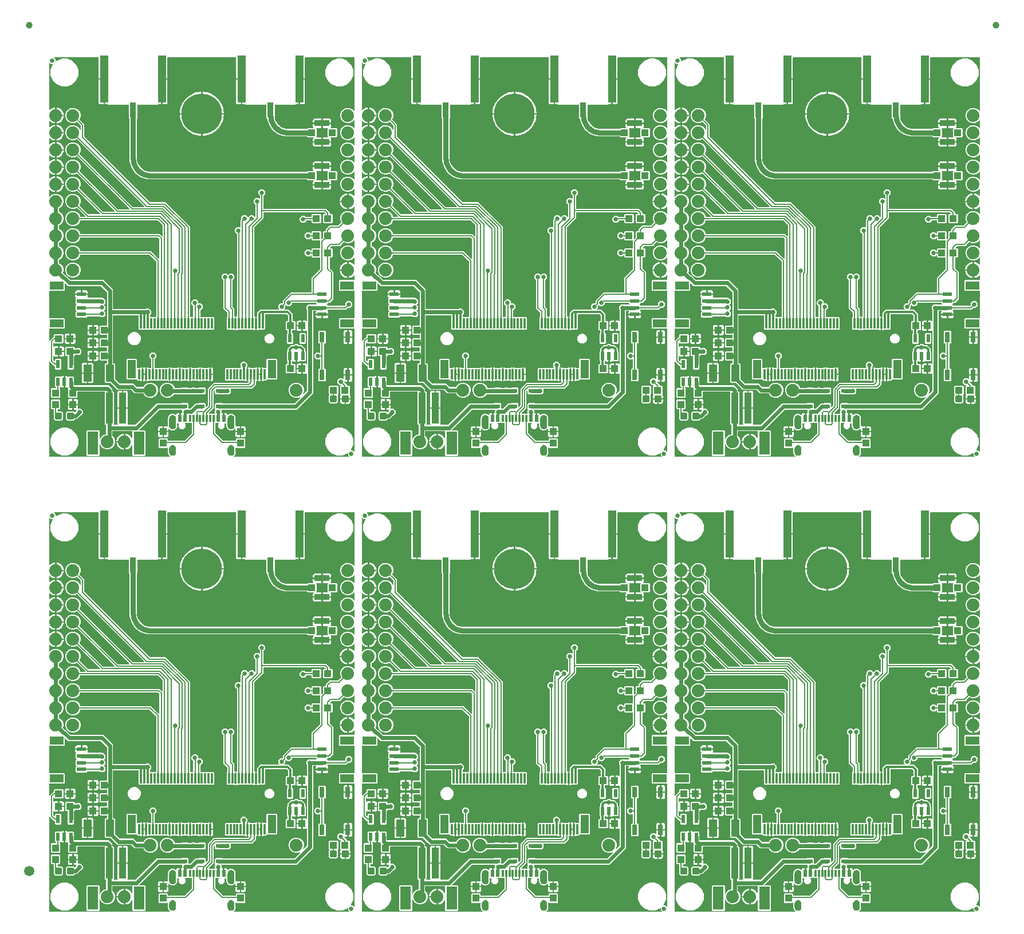
<source format=gtl>
G04 EAGLE Gerber RS-274X export*
G75*
%MOMM*%
%FSLAX34Y34*%
%LPD*%
%INTop Copper*%
%IPPOS*%
%AMOC8*
5,1,8,0,0,1.08239X$1,22.5*%
G01*
%ADD10R,0.300000X1.000000*%
%ADD11R,0.600000X1.000000*%
%ADD12C,0.755600*%
%ADD13R,1.000000X1.100000*%
%ADD14C,0.635000*%
%ADD15R,2.000000X1.200000*%
%ADD16R,1.350000X0.600000*%
%ADD17R,1.100000X1.000000*%
%ADD18R,0.762000X1.524000*%
%ADD19C,1.879600*%
%ADD20C,6.000000*%
%ADD21R,0.550000X1.200000*%
%ADD22C,0.300000*%
%ADD23R,1.000000X4.600000*%
%ADD24R,1.600000X3.400000*%
%ADD25R,0.300000X1.550000*%
%ADD26R,1.200000X2.750000*%
%ADD27R,2.200000X0.850000*%
%ADD28R,1.050000X1.000000*%
%ADD29R,0.830000X0.630000*%
%ADD30R,1.200000X2.500000*%
%ADD31R,1.150000X7.000000*%
%ADD32R,0.900000X2.200000*%
%ADD33C,1.000000*%
%ADD34C,1.500000*%
%ADD35C,0.660400*%
%ADD36C,0.558800*%
%ADD37C,0.177800*%
%ADD38C,0.457200*%
%ADD39C,0.304800*%
%ADD40C,0.739141*%

G36*
X181086Y676149D02*
X181086Y676149D01*
X181089Y676149D01*
X181183Y676169D01*
X181280Y676188D01*
X181283Y676190D01*
X181285Y676190D01*
X181365Y676246D01*
X181446Y676301D01*
X181448Y676303D01*
X181450Y676305D01*
X181503Y676388D01*
X181555Y676469D01*
X181556Y676472D01*
X181557Y676474D01*
X181574Y676570D01*
X181591Y676666D01*
X181590Y676669D01*
X181591Y676671D01*
X181569Y676765D01*
X181547Y676862D01*
X181546Y676864D01*
X181545Y676867D01*
X181443Y677015D01*
X181196Y677262D01*
X181154Y677289D01*
X181107Y677332D01*
X180673Y677605D01*
X180661Y677632D01*
X180626Y677718D01*
X180620Y677723D01*
X180617Y677730D01*
X180549Y677793D01*
X180483Y677859D01*
X180476Y677862D01*
X180470Y677867D01*
X180424Y677884D01*
X180374Y677905D01*
X180102Y678337D01*
X180068Y678372D01*
X180032Y678426D01*
X179670Y678787D01*
X179664Y678817D01*
X179648Y678908D01*
X179644Y678915D01*
X179643Y678922D01*
X179590Y678999D01*
X179541Y679077D01*
X179534Y679082D01*
X179530Y679088D01*
X179489Y679115D01*
X179444Y679147D01*
X179276Y679628D01*
X179251Y679671D01*
X179227Y679730D01*
X178954Y680164D01*
X178954Y680165D01*
X178964Y680217D01*
X178958Y680243D01*
X178960Y680286D01*
X178958Y680294D01*
X178958Y680302D01*
X178928Y680379D01*
X178920Y680413D01*
X178910Y680426D01*
X178893Y680475D01*
X178888Y680481D01*
X178885Y680488D01*
X178850Y680524D01*
X178815Y680565D01*
X178758Y681071D01*
X178742Y681118D01*
X178732Y681182D01*
X178564Y681662D01*
X178577Y681731D01*
X178591Y681784D01*
X178589Y681797D01*
X178591Y681810D01*
X178591Y682519D01*
X178586Y682545D01*
X178588Y682576D01*
X178516Y683219D01*
X178517Y683222D01*
X178559Y683290D01*
X178563Y683312D01*
X178572Y683329D01*
X178576Y683385D01*
X178591Y683467D01*
X178591Y687833D01*
X178575Y687911D01*
X178566Y687990D01*
X178556Y688010D01*
X178552Y688029D01*
X178520Y688075D01*
X178516Y688084D01*
X178588Y688724D01*
X178586Y688751D01*
X178591Y688781D01*
X178591Y689251D01*
X178591Y689254D01*
X178591Y689256D01*
X178571Y689352D01*
X178552Y689448D01*
X178550Y689450D01*
X178550Y689452D01*
X178494Y689533D01*
X178439Y689613D01*
X178437Y689615D01*
X178435Y689617D01*
X178352Y689670D01*
X178271Y689723D01*
X178268Y689723D01*
X178266Y689725D01*
X178170Y689741D01*
X178074Y689758D01*
X178071Y689758D01*
X178069Y689758D01*
X177974Y689736D01*
X177878Y689715D01*
X177876Y689713D01*
X177873Y689713D01*
X177725Y689610D01*
X177187Y689071D01*
X165713Y689071D01*
X164671Y690113D01*
X164671Y702587D01*
X165713Y703629D01*
X177187Y703629D01*
X178229Y702587D01*
X178229Y700795D01*
X178230Y700790D01*
X178229Y700785D01*
X178250Y700692D01*
X178268Y700598D01*
X178271Y700594D01*
X178272Y700589D01*
X178328Y700511D01*
X178381Y700433D01*
X178385Y700430D01*
X178388Y700426D01*
X178470Y700375D01*
X178549Y700323D01*
X178554Y700323D01*
X178559Y700320D01*
X178736Y700288D01*
X203545Y700288D01*
X203553Y700289D01*
X203560Y700288D01*
X203650Y700309D01*
X203741Y700327D01*
X203748Y700332D01*
X203756Y700334D01*
X203904Y700436D01*
X213284Y709816D01*
X213288Y709823D01*
X213294Y709828D01*
X213343Y709906D01*
X213395Y709983D01*
X213396Y709991D01*
X213400Y709998D01*
X213432Y710175D01*
X213432Y725914D01*
X213431Y725919D01*
X213432Y725924D01*
X213411Y726017D01*
X213393Y726111D01*
X213390Y726115D01*
X213389Y726120D01*
X213333Y726198D01*
X213280Y726276D01*
X213276Y726279D01*
X213273Y726283D01*
X213191Y726334D01*
X213112Y726386D01*
X213107Y726386D01*
X213102Y726389D01*
X212925Y726421D01*
X208863Y726421D01*
X208709Y726576D01*
X208704Y726579D01*
X208701Y726583D01*
X208621Y726634D01*
X208542Y726687D01*
X208537Y726688D01*
X208532Y726691D01*
X208438Y726707D01*
X208345Y726724D01*
X208340Y726723D01*
X208334Y726724D01*
X208243Y726703D01*
X208149Y726683D01*
X208144Y726680D01*
X208139Y726679D01*
X207991Y726576D01*
X207837Y726421D01*
X203765Y726421D01*
X203762Y726421D01*
X203760Y726421D01*
X203665Y726401D01*
X203569Y726382D01*
X203566Y726380D01*
X203564Y726380D01*
X203483Y726324D01*
X203403Y726269D01*
X203401Y726267D01*
X203399Y726265D01*
X203346Y726182D01*
X203293Y726101D01*
X203293Y726098D01*
X203292Y726096D01*
X203275Y726000D01*
X203258Y725904D01*
X203258Y725901D01*
X203258Y725899D01*
X203280Y725804D01*
X203301Y725708D01*
X203303Y725706D01*
X203304Y725703D01*
X203406Y725555D01*
X204729Y724233D01*
X204729Y720067D01*
X201783Y717121D01*
X197617Y717121D01*
X194671Y720067D01*
X194671Y724233D01*
X195232Y724793D01*
X195233Y724796D01*
X195235Y724797D01*
X195287Y724877D01*
X195343Y724960D01*
X195343Y724963D01*
X195345Y724965D01*
X195362Y725061D01*
X195380Y725157D01*
X195380Y725160D01*
X195380Y725162D01*
X195359Y725259D01*
X195339Y725353D01*
X195337Y725355D01*
X195337Y725358D01*
X195280Y725438D01*
X195224Y725518D01*
X195222Y725519D01*
X195221Y725521D01*
X195137Y725573D01*
X195055Y725625D01*
X195053Y725626D01*
X195050Y725627D01*
X194873Y725659D01*
X193016Y725659D01*
X192887Y725694D01*
X192816Y725698D01*
X192746Y725711D01*
X192717Y725704D01*
X192687Y725706D01*
X192620Y725683D01*
X192550Y725667D01*
X192526Y725650D01*
X192498Y725640D01*
X192445Y725593D01*
X192387Y725551D01*
X192371Y725526D01*
X192349Y725506D01*
X192318Y725442D01*
X192281Y725381D01*
X192275Y725350D01*
X192263Y725325D01*
X192261Y725273D01*
X192249Y725204D01*
X192249Y722767D01*
X192265Y722689D01*
X192274Y722610D01*
X192284Y722590D01*
X192288Y722571D01*
X192320Y722525D01*
X192324Y722516D01*
X192252Y721876D01*
X192254Y721849D01*
X192249Y721819D01*
X192249Y721110D01*
X192253Y721087D01*
X192251Y721064D01*
X192277Y720968D01*
X192278Y720967D01*
X192108Y720482D01*
X192101Y720433D01*
X192082Y720371D01*
X192025Y719862D01*
X192006Y719839D01*
X191944Y719771D01*
X191942Y719763D01*
X191937Y719757D01*
X191909Y719669D01*
X191879Y719581D01*
X191879Y719573D01*
X191877Y719566D01*
X191882Y719516D01*
X191884Y719462D01*
X191613Y719030D01*
X191596Y718984D01*
X191594Y718982D01*
X191570Y718945D01*
X191569Y718937D01*
X191564Y718928D01*
X191395Y718445D01*
X191371Y718427D01*
X191296Y718374D01*
X191291Y718367D01*
X191285Y718362D01*
X191239Y718282D01*
X191190Y718203D01*
X191188Y718195D01*
X191185Y718189D01*
X191178Y718139D01*
X191169Y718086D01*
X190808Y717726D01*
X190781Y717684D01*
X190738Y717637D01*
X190465Y717203D01*
X190460Y717201D01*
X190437Y717196D01*
X190417Y717182D01*
X190352Y717156D01*
X190347Y717150D01*
X190340Y717147D01*
X190297Y717101D01*
X190272Y717084D01*
X190253Y717056D01*
X190211Y717013D01*
X190208Y717006D01*
X190203Y717000D01*
X190186Y716954D01*
X190184Y716949D01*
X190162Y716916D01*
X190160Y716900D01*
X189733Y716632D01*
X189697Y716598D01*
X189644Y716562D01*
X189283Y716200D01*
X189253Y716194D01*
X189162Y716178D01*
X189155Y716174D01*
X189148Y716173D01*
X189071Y716120D01*
X188993Y716071D01*
X188988Y716064D01*
X188982Y716060D01*
X188955Y716019D01*
X188923Y715974D01*
X188442Y715806D01*
X188399Y715781D01*
X188340Y715757D01*
X187906Y715484D01*
X187877Y715485D01*
X187784Y715490D01*
X187776Y715488D01*
X187768Y715488D01*
X187682Y715454D01*
X187595Y715423D01*
X187589Y715418D01*
X187582Y715415D01*
X187546Y715380D01*
X187505Y715345D01*
X186999Y715288D01*
X186952Y715272D01*
X186888Y715262D01*
X186405Y715093D01*
X186376Y715101D01*
X186287Y715126D01*
X186279Y715125D01*
X186272Y715127D01*
X186180Y715114D01*
X186088Y715103D01*
X186081Y715099D01*
X186073Y715098D01*
X186031Y715072D01*
X185983Y715046D01*
X185477Y715103D01*
X185428Y715099D01*
X185363Y715103D01*
X184855Y715046D01*
X184827Y715060D01*
X184747Y715104D01*
X184739Y715105D01*
X184732Y715109D01*
X184640Y715116D01*
X184548Y715126D01*
X184540Y715124D01*
X184532Y715124D01*
X184485Y715109D01*
X184433Y715094D01*
X183952Y715262D01*
X183903Y715269D01*
X183841Y715288D01*
X183332Y715345D01*
X183309Y715364D01*
X183241Y715426D01*
X183233Y715428D01*
X183227Y715433D01*
X183139Y715461D01*
X183051Y715491D01*
X183043Y715491D01*
X183036Y715493D01*
X182986Y715488D01*
X182932Y715486D01*
X182500Y715757D01*
X182454Y715774D01*
X182398Y715806D01*
X181915Y715975D01*
X181897Y715999D01*
X181844Y716074D01*
X181837Y716079D01*
X181832Y716085D01*
X181752Y716131D01*
X181673Y716180D01*
X181665Y716182D01*
X181659Y716185D01*
X181609Y716192D01*
X181556Y716201D01*
X181196Y716562D01*
X181158Y716587D01*
X181155Y716591D01*
X181146Y716596D01*
X181107Y716632D01*
X180677Y716903D01*
X180670Y716935D01*
X180647Y716967D01*
X180626Y717018D01*
X180620Y717023D01*
X180617Y717030D01*
X180572Y717072D01*
X180554Y717098D01*
X180528Y717114D01*
X180483Y717159D01*
X180476Y717162D01*
X180470Y717167D01*
X180424Y717184D01*
X180398Y717195D01*
X180383Y717204D01*
X180373Y717206D01*
X180102Y717637D01*
X180068Y717673D01*
X180032Y717726D01*
X179857Y717901D01*
X179854Y717902D01*
X179853Y717904D01*
X179772Y717957D01*
X179690Y718011D01*
X179687Y718012D01*
X179685Y718013D01*
X179588Y718031D01*
X179493Y718049D01*
X179490Y718049D01*
X179488Y718049D01*
X179391Y718027D01*
X179297Y718007D01*
X179295Y718006D01*
X179292Y718005D01*
X179212Y717949D01*
X179132Y717893D01*
X179131Y717891D01*
X179129Y717889D01*
X179077Y717807D01*
X179025Y717724D01*
X179024Y717721D01*
X179023Y717719D01*
X178991Y717542D01*
X178991Y714365D01*
X172465Y714365D01*
X172465Y721391D01*
X176785Y721391D01*
X177431Y721218D01*
X177830Y720987D01*
X177866Y720975D01*
X177897Y720955D01*
X177960Y720943D01*
X178020Y720923D01*
X178058Y720926D01*
X178094Y720919D01*
X178157Y720933D01*
X178220Y720937D01*
X178254Y720954D01*
X178290Y720963D01*
X178342Y720999D01*
X178399Y721028D01*
X178423Y721057D01*
X178453Y721079D01*
X178487Y721133D01*
X178528Y721181D01*
X178540Y721217D01*
X178559Y721249D01*
X178572Y721322D01*
X178588Y721373D01*
X178586Y721398D01*
X178591Y721426D01*
X178591Y721819D01*
X178586Y721845D01*
X178588Y721876D01*
X178516Y722519D01*
X178517Y722522D01*
X178559Y722590D01*
X178563Y722612D01*
X178572Y722629D01*
X178576Y722685D01*
X178591Y722767D01*
X178591Y732133D01*
X178575Y732211D01*
X178566Y732290D01*
X178556Y732310D01*
X178552Y732329D01*
X178520Y732375D01*
X178516Y732384D01*
X178588Y733024D01*
X178586Y733051D01*
X178591Y733081D01*
X178591Y733790D01*
X178587Y733813D01*
X178589Y733836D01*
X178563Y733932D01*
X178562Y733933D01*
X178732Y734418D01*
X178739Y734467D01*
X178758Y734529D01*
X178815Y735038D01*
X178834Y735061D01*
X178896Y735129D01*
X178898Y735137D01*
X178903Y735143D01*
X178931Y735231D01*
X178961Y735319D01*
X178961Y735327D01*
X178963Y735334D01*
X178958Y735384D01*
X178956Y735438D01*
X179227Y735870D01*
X179244Y735916D01*
X179276Y735972D01*
X179445Y736455D01*
X179469Y736473D01*
X179544Y736526D01*
X179549Y736533D01*
X179555Y736538D01*
X179601Y736618D01*
X179650Y736697D01*
X179652Y736705D01*
X179655Y736711D01*
X179662Y736761D01*
X179671Y736814D01*
X180032Y737174D01*
X180059Y737216D01*
X180102Y737263D01*
X180375Y737697D01*
X180402Y737709D01*
X180488Y737744D01*
X180493Y737750D01*
X180500Y737753D01*
X180563Y737821D01*
X180629Y737887D01*
X180632Y737894D01*
X180637Y737900D01*
X180654Y737946D01*
X180675Y737996D01*
X181107Y738268D01*
X181142Y738302D01*
X181196Y738338D01*
X181557Y738700D01*
X181587Y738706D01*
X181678Y738722D01*
X181685Y738726D01*
X181692Y738727D01*
X181769Y738780D01*
X181847Y738829D01*
X181852Y738836D01*
X181858Y738840D01*
X181885Y738881D01*
X181917Y738926D01*
X182398Y739094D01*
X182441Y739119D01*
X182500Y739143D01*
X182934Y739416D01*
X182963Y739415D01*
X183056Y739410D01*
X183064Y739412D01*
X183072Y739412D01*
X183158Y739446D01*
X183245Y739477D01*
X183251Y739482D01*
X183258Y739485D01*
X183294Y739520D01*
X183335Y739555D01*
X183841Y739612D01*
X183888Y739628D01*
X183952Y739638D01*
X184435Y739807D01*
X184464Y739799D01*
X184553Y739774D01*
X184561Y739775D01*
X184568Y739773D01*
X184660Y739786D01*
X184752Y739797D01*
X184759Y739801D01*
X184767Y739802D01*
X184809Y739828D01*
X184857Y739854D01*
X185363Y739797D01*
X185412Y739801D01*
X185477Y739797D01*
X185985Y739854D01*
X186013Y739840D01*
X186093Y739796D01*
X186101Y739795D01*
X186108Y739791D01*
X186200Y739784D01*
X186292Y739774D01*
X186300Y739776D01*
X186308Y739776D01*
X186355Y739791D01*
X186407Y739806D01*
X186888Y739638D01*
X186937Y739631D01*
X186999Y739612D01*
X187508Y739555D01*
X187531Y739535D01*
X187599Y739474D01*
X187607Y739472D01*
X187613Y739467D01*
X187701Y739439D01*
X187789Y739409D01*
X187797Y739409D01*
X187804Y739407D01*
X187854Y739412D01*
X187908Y739414D01*
X188340Y739143D01*
X188386Y739126D01*
X188442Y739094D01*
X188925Y738925D01*
X188943Y738901D01*
X188996Y738826D01*
X189003Y738821D01*
X189008Y738815D01*
X189088Y738769D01*
X189167Y738720D01*
X189175Y738718D01*
X189181Y738715D01*
X189231Y738708D01*
X189284Y738699D01*
X189644Y738338D01*
X189685Y738311D01*
X189733Y738268D01*
X190032Y738080D01*
X190076Y738063D01*
X190115Y738038D01*
X190169Y738028D01*
X190220Y738009D01*
X190266Y738010D01*
X190312Y738002D01*
X190365Y738014D01*
X190420Y738016D01*
X190462Y738035D01*
X190508Y738046D01*
X190552Y738077D01*
X190602Y738100D01*
X190633Y738135D01*
X190671Y738162D01*
X190700Y738208D01*
X190737Y738248D01*
X190753Y738292D01*
X190777Y738332D01*
X190788Y738392D01*
X190804Y738437D01*
X190802Y738470D01*
X190809Y738509D01*
X190809Y738535D01*
X190982Y739181D01*
X191317Y739760D01*
X191790Y740233D01*
X192369Y740568D01*
X193015Y740741D01*
X195335Y740741D01*
X195335Y733708D01*
X195336Y733703D01*
X195335Y733698D01*
X195356Y733605D01*
X195374Y733512D01*
X195377Y733507D01*
X195378Y733502D01*
X195434Y733424D01*
X195487Y733346D01*
X195491Y733343D01*
X195494Y733339D01*
X195576Y733288D01*
X195655Y733237D01*
X195660Y733236D01*
X195665Y733233D01*
X195842Y733201D01*
X196858Y733201D01*
X196863Y733202D01*
X196868Y733201D01*
X196961Y733222D01*
X197054Y733240D01*
X197059Y733243D01*
X197064Y733245D01*
X197142Y733300D01*
X197220Y733353D01*
X197223Y733357D01*
X197227Y733361D01*
X197278Y733442D01*
X197329Y733521D01*
X197330Y733526D01*
X197333Y733531D01*
X197365Y733708D01*
X197365Y740741D01*
X198882Y740741D01*
X198887Y740742D01*
X198892Y740741D01*
X198985Y740762D01*
X199079Y740780D01*
X199083Y740783D01*
X199088Y740784D01*
X199166Y740840D01*
X199244Y740893D01*
X199247Y740897D01*
X199251Y740900D01*
X199302Y740981D01*
X199354Y741061D01*
X199354Y741066D01*
X199357Y741071D01*
X199389Y741248D01*
X199389Y744375D01*
X199720Y744705D01*
X199722Y744708D01*
X199724Y744709D01*
X199776Y744790D01*
X199831Y744872D01*
X199832Y744875D01*
X199833Y744877D01*
X199850Y744973D01*
X199869Y745069D01*
X199868Y745072D01*
X199869Y745074D01*
X199847Y745171D01*
X199827Y745265D01*
X199826Y745267D01*
X199825Y745270D01*
X199768Y745350D01*
X199713Y745430D01*
X199711Y745431D01*
X199709Y745433D01*
X199626Y745485D01*
X199544Y745537D01*
X199541Y745538D01*
X199539Y745539D01*
X199361Y745571D01*
X198313Y745571D01*
X198106Y745779D01*
X198099Y745783D01*
X198095Y745789D01*
X198016Y745838D01*
X197939Y745890D01*
X197931Y745891D01*
X197924Y745895D01*
X197747Y745927D01*
X165864Y745927D01*
X165856Y745926D01*
X165849Y745927D01*
X165759Y745906D01*
X165668Y745888D01*
X165661Y745883D01*
X165654Y745881D01*
X165506Y745779D01*
X136801Y717075D01*
X136801Y717074D01*
X135571Y715845D01*
X135570Y715842D01*
X135568Y715841D01*
X135516Y715761D01*
X135461Y715678D01*
X135460Y715675D01*
X135459Y715673D01*
X135441Y715576D01*
X135423Y715481D01*
X135423Y715478D01*
X135423Y715476D01*
X135445Y715378D01*
X135465Y715285D01*
X135466Y715283D01*
X135467Y715280D01*
X135523Y715200D01*
X135579Y715120D01*
X135581Y715119D01*
X135583Y715117D01*
X135666Y715064D01*
X135748Y715013D01*
X135751Y715012D01*
X135753Y715011D01*
X135930Y714979D01*
X144337Y714979D01*
X145379Y713937D01*
X145379Y678463D01*
X144337Y677421D01*
X126863Y677421D01*
X125821Y678463D01*
X125821Y692702D01*
X125805Y692782D01*
X125795Y692863D01*
X125785Y692880D01*
X125782Y692898D01*
X125736Y692966D01*
X125695Y693037D01*
X125680Y693048D01*
X125669Y693064D01*
X125600Y693109D01*
X125535Y693158D01*
X125517Y693163D01*
X125501Y693173D01*
X125420Y693188D01*
X125341Y693208D01*
X125322Y693205D01*
X125304Y693209D01*
X125224Y693191D01*
X125143Y693179D01*
X125126Y693169D01*
X125108Y693165D01*
X125041Y693118D01*
X124971Y693075D01*
X124959Y693059D01*
X124945Y693049D01*
X124915Y693001D01*
X124862Y692932D01*
X124511Y692243D01*
X123406Y690722D01*
X122078Y689394D01*
X120557Y688289D01*
X118883Y687436D01*
X117096Y686855D01*
X115315Y686573D01*
X115315Y697992D01*
X115314Y697997D01*
X115315Y698002D01*
X115294Y698095D01*
X115276Y698188D01*
X115273Y698193D01*
X115272Y698198D01*
X115216Y698276D01*
X115163Y698354D01*
X115159Y698357D01*
X115156Y698361D01*
X115074Y698412D01*
X114995Y698463D01*
X114990Y698464D01*
X114985Y698467D01*
X114808Y698499D01*
X114299Y698499D01*
X114299Y698501D01*
X114808Y698501D01*
X114813Y698502D01*
X114818Y698501D01*
X114911Y698522D01*
X115004Y698540D01*
X115009Y698543D01*
X115014Y698545D01*
X115092Y698600D01*
X115170Y698653D01*
X115173Y698658D01*
X115177Y698661D01*
X115228Y698742D01*
X115279Y698821D01*
X115280Y698826D01*
X115283Y698831D01*
X115315Y699008D01*
X115315Y710427D01*
X117096Y710145D01*
X118883Y709564D01*
X120557Y708711D01*
X122078Y707606D01*
X123406Y706278D01*
X124511Y704757D01*
X124862Y704068D01*
X124913Y704004D01*
X124959Y703936D01*
X124975Y703926D01*
X124987Y703911D01*
X125059Y703871D01*
X125127Y703827D01*
X125146Y703823D01*
X125162Y703814D01*
X125244Y703806D01*
X125324Y703791D01*
X125343Y703795D01*
X125362Y703793D01*
X125440Y703817D01*
X125520Y703835D01*
X125535Y703846D01*
X125553Y703851D01*
X125617Y703903D01*
X125683Y703951D01*
X125693Y703967D01*
X125708Y703979D01*
X125746Y704051D01*
X125789Y704121D01*
X125793Y704141D01*
X125801Y704156D01*
X125806Y704212D01*
X125821Y704298D01*
X125821Y713740D01*
X125820Y713745D01*
X125821Y713750D01*
X125800Y713843D01*
X125782Y713937D01*
X125779Y713941D01*
X125778Y713946D01*
X125722Y714024D01*
X125669Y714102D01*
X125665Y714105D01*
X125662Y714109D01*
X125580Y714160D01*
X125501Y714212D01*
X125496Y714212D01*
X125491Y714215D01*
X125314Y714247D01*
X96680Y714247D01*
X96675Y714246D01*
X96670Y714247D01*
X96577Y714226D01*
X96483Y714208D01*
X96479Y714205D01*
X96474Y714204D01*
X96396Y714148D01*
X96318Y714095D01*
X96315Y714091D01*
X96311Y714088D01*
X96260Y714006D01*
X96208Y713927D01*
X96208Y713922D01*
X96205Y713917D01*
X96173Y713740D01*
X96173Y707244D01*
X96174Y707236D01*
X96173Y707228D01*
X96194Y707138D01*
X96212Y707047D01*
X96217Y707041D01*
X96219Y707033D01*
X96321Y706885D01*
X98375Y704831D01*
X100077Y700723D01*
X100077Y696277D01*
X98375Y692169D01*
X95231Y689025D01*
X94665Y688790D01*
X93441Y688283D01*
X93440Y688283D01*
X92216Y687776D01*
X91123Y687323D01*
X86677Y687323D01*
X82569Y689025D01*
X79425Y692169D01*
X78355Y694753D01*
X78354Y694754D01*
X78354Y694755D01*
X78297Y694838D01*
X78243Y694919D01*
X78242Y694920D01*
X78241Y694921D01*
X78160Y694974D01*
X78075Y695029D01*
X78074Y695029D01*
X78073Y695030D01*
X77976Y695048D01*
X77878Y695066D01*
X77877Y695065D01*
X77876Y695066D01*
X77777Y695044D01*
X77682Y695023D01*
X77681Y695022D01*
X77680Y695022D01*
X77598Y694964D01*
X77518Y694908D01*
X77518Y694907D01*
X77517Y694906D01*
X77464Y694821D01*
X77412Y694738D01*
X77411Y694737D01*
X77411Y694736D01*
X77379Y694559D01*
X77379Y678463D01*
X76337Y677421D01*
X58863Y677421D01*
X57821Y678463D01*
X57821Y713937D01*
X58863Y714979D01*
X76337Y714979D01*
X77379Y713937D01*
X77379Y702441D01*
X77379Y702440D01*
X77379Y702439D01*
X77398Y702343D01*
X77418Y702245D01*
X77419Y702244D01*
X77419Y702243D01*
X77475Y702162D01*
X77531Y702079D01*
X77532Y702078D01*
X77533Y702077D01*
X77618Y702022D01*
X77699Y701970D01*
X77700Y701970D01*
X77701Y701969D01*
X77800Y701952D01*
X77896Y701934D01*
X77898Y701935D01*
X77899Y701934D01*
X77995Y701956D01*
X78092Y701978D01*
X78093Y701979D01*
X78094Y701979D01*
X78175Y702037D01*
X78255Y702094D01*
X78256Y702095D01*
X78257Y702096D01*
X78355Y702247D01*
X79425Y704831D01*
X82569Y707975D01*
X82979Y708145D01*
X84204Y708652D01*
X85428Y709160D01*
X86653Y709667D01*
X86714Y709692D01*
X86720Y709696D01*
X86726Y709697D01*
X86803Y709752D01*
X86881Y709804D01*
X86884Y709809D01*
X86889Y709813D01*
X86939Y709893D01*
X86991Y709971D01*
X86992Y709978D01*
X86995Y709984D01*
X87027Y710161D01*
X87027Y722914D01*
X87026Y722919D01*
X87027Y722924D01*
X87006Y723017D01*
X86988Y723111D01*
X86985Y723115D01*
X86984Y723120D01*
X86928Y723198D01*
X86875Y723276D01*
X86871Y723279D01*
X86868Y723283D01*
X86786Y723334D01*
X86707Y723386D01*
X86702Y723386D01*
X86697Y723389D01*
X86520Y723421D01*
X85863Y723421D01*
X84821Y724463D01*
X84821Y772096D01*
X84834Y772165D01*
X84834Y772167D01*
X84834Y772170D01*
X84813Y772266D01*
X84793Y772361D01*
X84791Y772363D01*
X84791Y772366D01*
X84735Y772445D01*
X84679Y772526D01*
X84676Y772527D01*
X84675Y772529D01*
X84593Y772581D01*
X84510Y772633D01*
X84507Y772634D01*
X84504Y772635D01*
X84327Y772667D01*
X45386Y772667D01*
X45381Y772666D01*
X45376Y772667D01*
X45283Y772646D01*
X45189Y772628D01*
X45185Y772625D01*
X45180Y772624D01*
X45102Y772568D01*
X45024Y772515D01*
X45021Y772511D01*
X45017Y772508D01*
X44966Y772426D01*
X44914Y772347D01*
X44914Y772342D01*
X44911Y772337D01*
X44879Y772160D01*
X44879Y764263D01*
X43837Y763221D01*
X32363Y763221D01*
X31321Y764263D01*
X31321Y776737D01*
X31370Y776786D01*
X31373Y776790D01*
X31377Y776793D01*
X31428Y776873D01*
X31481Y776953D01*
X31482Y776958D01*
X31485Y776962D01*
X31501Y777056D01*
X31519Y777150D01*
X31518Y777155D01*
X31518Y777160D01*
X31497Y777253D01*
X31477Y777346D01*
X31474Y777350D01*
X31473Y777355D01*
X31370Y777503D01*
X30327Y778546D01*
X30320Y778580D01*
X30322Y778618D01*
X30300Y778678D01*
X30288Y778740D01*
X30267Y778771D01*
X30254Y778806D01*
X30211Y778853D01*
X30175Y778906D01*
X30144Y778926D01*
X30118Y778954D01*
X30060Y778980D01*
X30007Y779015D01*
X29970Y779022D01*
X29936Y779037D01*
X29873Y779040D01*
X29810Y779051D01*
X29773Y779043D01*
X29736Y779044D01*
X29666Y779019D01*
X29614Y779007D01*
X29594Y778993D01*
X29566Y778983D01*
X29131Y778731D01*
X28485Y778558D01*
X26415Y778558D01*
X26415Y786591D01*
X26414Y786596D01*
X26415Y786601D01*
X26394Y786694D01*
X26376Y786787D01*
X26373Y786792D01*
X26371Y786797D01*
X26316Y786875D01*
X26263Y786953D01*
X26259Y786956D01*
X26255Y786960D01*
X26174Y787011D01*
X26095Y787062D01*
X26090Y787063D01*
X26085Y787066D01*
X25908Y787098D01*
X24892Y787098D01*
X24887Y787097D01*
X24882Y787098D01*
X24789Y787077D01*
X24696Y787059D01*
X24691Y787056D01*
X24686Y787054D01*
X24608Y786999D01*
X24530Y786946D01*
X24527Y786942D01*
X24523Y786938D01*
X24472Y786857D01*
X24421Y786778D01*
X24420Y786773D01*
X24417Y786768D01*
X24385Y786591D01*
X24385Y778558D01*
X22315Y778558D01*
X21669Y778731D01*
X21090Y779066D01*
X20617Y779539D01*
X20577Y779608D01*
X20530Y779661D01*
X20489Y779720D01*
X20464Y779736D01*
X20445Y779758D01*
X20380Y779789D01*
X20320Y779828D01*
X20291Y779832D01*
X20264Y779845D01*
X20193Y779849D01*
X20122Y779861D01*
X20094Y779854D01*
X20064Y779856D01*
X19997Y779832D01*
X19927Y779816D01*
X19901Y779797D01*
X19876Y779788D01*
X19837Y779753D01*
X19779Y779713D01*
X19387Y779320D01*
X19075Y779320D01*
X19070Y779319D01*
X19065Y779320D01*
X18972Y779299D01*
X18878Y779281D01*
X18874Y779278D01*
X18869Y779277D01*
X18791Y779221D01*
X18713Y779168D01*
X18710Y779164D01*
X18706Y779161D01*
X18655Y779079D01*
X18603Y779000D01*
X18603Y778995D01*
X18600Y778990D01*
X18568Y778813D01*
X18568Y777858D01*
X18569Y777850D01*
X18568Y777842D01*
X18589Y777752D01*
X18607Y777661D01*
X18612Y777655D01*
X18614Y777647D01*
X18716Y777499D01*
X19479Y776737D01*
X19479Y764263D01*
X18437Y763221D01*
X6963Y763221D01*
X5921Y764263D01*
X5921Y776737D01*
X6963Y777779D01*
X12725Y777779D01*
X12730Y777780D01*
X12735Y777779D01*
X12828Y777800D01*
X12922Y777818D01*
X12926Y777821D01*
X12931Y777822D01*
X13009Y777878D01*
X13087Y777931D01*
X13090Y777935D01*
X13094Y777938D01*
X13145Y778020D01*
X13197Y778099D01*
X13197Y778104D01*
X13200Y778109D01*
X13232Y778286D01*
X13232Y778813D01*
X13231Y778818D01*
X13232Y778823D01*
X13211Y778916D01*
X13193Y779010D01*
X13190Y779014D01*
X13189Y779019D01*
X13133Y779097D01*
X13080Y779175D01*
X13076Y779178D01*
X13073Y779182D01*
X12991Y779233D01*
X12912Y779285D01*
X12907Y779285D01*
X12902Y779288D01*
X12725Y779320D01*
X12413Y779320D01*
X11371Y780362D01*
X11371Y793836D01*
X12413Y794878D01*
X19387Y794878D01*
X19779Y794485D01*
X19785Y794481D01*
X19789Y794476D01*
X19842Y794443D01*
X19893Y794400D01*
X19922Y794391D01*
X19946Y794374D01*
X19955Y794373D01*
X19959Y794370D01*
X20026Y794358D01*
X20085Y794339D01*
X20113Y794342D01*
X20132Y794339D01*
X20143Y794337D01*
X20213Y794352D01*
X20284Y794358D01*
X20310Y794372D01*
X20339Y794378D01*
X20398Y794419D01*
X20461Y794453D01*
X20481Y794477D01*
X20501Y794490D01*
X20502Y794491D01*
X20504Y794493D01*
X20532Y794537D01*
X20577Y794590D01*
X20617Y794659D01*
X21090Y795132D01*
X21669Y795467D01*
X22315Y795640D01*
X24385Y795640D01*
X24385Y787607D01*
X24386Y787602D01*
X24385Y787597D01*
X24406Y787504D01*
X24424Y787411D01*
X24427Y787406D01*
X24428Y787401D01*
X24484Y787323D01*
X24537Y787245D01*
X24541Y787242D01*
X24544Y787238D01*
X24626Y787187D01*
X24705Y787136D01*
X24710Y787135D01*
X24715Y787132D01*
X24892Y787100D01*
X25908Y787100D01*
X25913Y787101D01*
X25918Y787100D01*
X26011Y787121D01*
X26104Y787139D01*
X26109Y787142D01*
X26114Y787144D01*
X26192Y787199D01*
X26270Y787252D01*
X26273Y787256D01*
X26277Y787260D01*
X26328Y787341D01*
X26379Y787420D01*
X26380Y787425D01*
X26383Y787430D01*
X26415Y787607D01*
X26415Y795640D01*
X28485Y795640D01*
X29131Y795467D01*
X29710Y795132D01*
X30183Y794659D01*
X30223Y794590D01*
X30270Y794537D01*
X30311Y794478D01*
X30313Y794476D01*
X30314Y794476D01*
X30336Y794462D01*
X30355Y794440D01*
X30420Y794409D01*
X30480Y794370D01*
X30502Y794367D01*
X30509Y794365D01*
X30536Y794353D01*
X30598Y794349D01*
X30661Y794338D01*
X30663Y794338D01*
X30667Y794339D01*
X30678Y794337D01*
X30706Y794344D01*
X30736Y794342D01*
X30803Y794366D01*
X30860Y794378D01*
X30864Y794380D01*
X30873Y794382D01*
X30899Y794401D01*
X30924Y794410D01*
X30963Y794445D01*
X31021Y794485D01*
X31413Y794878D01*
X38387Y794878D01*
X39429Y793836D01*
X39429Y789247D01*
X39430Y789239D01*
X39429Y789232D01*
X39450Y789142D01*
X39468Y789051D01*
X39473Y789044D01*
X39473Y782544D01*
X39474Y782536D01*
X39473Y782529D01*
X39494Y782439D01*
X39512Y782348D01*
X39517Y782341D01*
X39519Y782334D01*
X39621Y782186D01*
X39846Y781961D01*
X39852Y781957D01*
X39857Y781951D01*
X39935Y781902D01*
X40012Y781850D01*
X40020Y781849D01*
X40027Y781845D01*
X40204Y781813D01*
X90794Y781813D01*
X96173Y776434D01*
X96173Y773486D01*
X96174Y773481D01*
X96173Y773476D01*
X96194Y773383D01*
X96212Y773289D01*
X96215Y773285D01*
X96216Y773280D01*
X96272Y773202D01*
X96325Y773124D01*
X96329Y773121D01*
X96332Y773117D01*
X96414Y773066D01*
X96493Y773014D01*
X96498Y773014D01*
X96503Y773011D01*
X96680Y772979D01*
X97337Y772979D01*
X98379Y771937D01*
X98379Y724463D01*
X98174Y724259D01*
X98173Y724256D01*
X98171Y724255D01*
X98118Y724174D01*
X98063Y724092D01*
X98063Y724089D01*
X98061Y724087D01*
X98044Y723991D01*
X98026Y723895D01*
X98026Y723892D01*
X98026Y723890D01*
X98047Y723793D01*
X98067Y723699D01*
X98069Y723697D01*
X98069Y723694D01*
X98127Y723613D01*
X98182Y723534D01*
X98184Y723533D01*
X98185Y723531D01*
X98270Y723478D01*
X98351Y723427D01*
X98353Y723426D01*
X98356Y723425D01*
X98533Y723393D01*
X103831Y723393D01*
X103868Y723400D01*
X103905Y723398D01*
X103965Y723420D01*
X104028Y723432D01*
X104059Y723453D01*
X104094Y723466D01*
X104141Y723509D01*
X104193Y723545D01*
X104214Y723576D01*
X104241Y723602D01*
X104268Y723660D01*
X104303Y723713D01*
X104309Y723750D01*
X104325Y723784D01*
X104327Y723847D01*
X104338Y723910D01*
X104330Y723947D01*
X104331Y723984D01*
X104306Y724054D01*
X104295Y724106D01*
X104280Y724126D01*
X104270Y724154D01*
X104232Y724219D01*
X104059Y724865D01*
X104059Y747185D01*
X111092Y747185D01*
X111097Y747186D01*
X111102Y747185D01*
X111195Y747206D01*
X111288Y747224D01*
X111293Y747227D01*
X111298Y747228D01*
X111376Y747284D01*
X111454Y747337D01*
X111457Y747341D01*
X111461Y747344D01*
X111512Y747426D01*
X111563Y747505D01*
X111564Y747510D01*
X111567Y747515D01*
X111599Y747692D01*
X111599Y748201D01*
X111601Y748201D01*
X111601Y747692D01*
X111602Y747687D01*
X111601Y747682D01*
X111622Y747589D01*
X111640Y747496D01*
X111643Y747491D01*
X111645Y747486D01*
X111700Y747408D01*
X111753Y747330D01*
X111757Y747327D01*
X111761Y747323D01*
X111842Y747272D01*
X111921Y747221D01*
X111926Y747220D01*
X111931Y747217D01*
X112108Y747185D01*
X119141Y747185D01*
X119141Y724865D01*
X118968Y724219D01*
X118930Y724154D01*
X118918Y724118D01*
X118897Y724087D01*
X118886Y724024D01*
X118866Y723964D01*
X118868Y723927D01*
X118862Y723890D01*
X118876Y723827D01*
X118880Y723764D01*
X118897Y723731D01*
X118905Y723694D01*
X118942Y723642D01*
X118971Y723585D01*
X119000Y723561D01*
X119021Y723531D01*
X119076Y723497D01*
X119124Y723456D01*
X119160Y723444D01*
X119192Y723425D01*
X119264Y723412D01*
X119315Y723396D01*
X119340Y723398D01*
X119369Y723393D01*
X129976Y723393D01*
X129984Y723394D01*
X129991Y723393D01*
X130081Y723414D01*
X130172Y723432D01*
X130179Y723437D01*
X130187Y723439D01*
X130335Y723541D01*
X161866Y755073D01*
X197747Y755073D01*
X197755Y755074D01*
X197763Y755073D01*
X197852Y755094D01*
X197944Y755112D01*
X197950Y755117D01*
X197958Y755119D01*
X198106Y755221D01*
X198313Y755429D01*
X208087Y755429D01*
X209129Y754387D01*
X209129Y747858D01*
X209130Y747853D01*
X209129Y747848D01*
X209150Y747755D01*
X209168Y747661D01*
X209171Y747657D01*
X209172Y747652D01*
X209228Y747574D01*
X209281Y747496D01*
X209285Y747493D01*
X209288Y747489D01*
X209370Y747438D01*
X209449Y747386D01*
X209454Y747386D01*
X209459Y747383D01*
X209636Y747351D01*
X210950Y747351D01*
X210957Y747352D01*
X210965Y747351D01*
X211055Y747372D01*
X211146Y747390D01*
X211153Y747395D01*
X211160Y747397D01*
X211308Y747499D01*
X216055Y752245D01*
X216055Y752246D01*
X218882Y755073D01*
X223147Y755073D01*
X223155Y755074D01*
X223163Y755073D01*
X223252Y755094D01*
X223344Y755112D01*
X223350Y755117D01*
X223358Y755119D01*
X223506Y755221D01*
X223713Y755429D01*
X233487Y755429D01*
X234529Y754387D01*
X234529Y750066D01*
X234529Y750063D01*
X234529Y750061D01*
X234549Y749966D01*
X234568Y749870D01*
X234570Y749867D01*
X234570Y749865D01*
X234626Y749784D01*
X234681Y749704D01*
X234683Y749702D01*
X234685Y749700D01*
X234768Y749647D01*
X234849Y749595D01*
X234852Y749594D01*
X234854Y749593D01*
X234950Y749576D01*
X235046Y749559D01*
X235049Y749560D01*
X235051Y749559D01*
X235146Y749581D01*
X235242Y749603D01*
X235244Y749604D01*
X235247Y749605D01*
X235395Y749707D01*
X237214Y751526D01*
X237218Y751533D01*
X237224Y751538D01*
X237273Y751616D01*
X237325Y751693D01*
X237326Y751701D01*
X237330Y751708D01*
X237362Y751885D01*
X237362Y776736D01*
X239073Y778447D01*
X239074Y778447D01*
X244456Y783829D01*
X244456Y783830D01*
X246167Y785541D01*
X296418Y785541D01*
X296426Y785542D01*
X296433Y785541D01*
X296523Y785562D01*
X296614Y785580D01*
X296621Y785585D01*
X296629Y785587D01*
X296777Y785689D01*
X298081Y786993D01*
X298082Y786996D01*
X298084Y786997D01*
X298136Y787077D01*
X298192Y787160D01*
X298192Y787163D01*
X298193Y787165D01*
X298211Y787260D01*
X298229Y787357D01*
X298229Y787360D01*
X298229Y787362D01*
X298208Y787459D01*
X298188Y787553D01*
X298186Y787555D01*
X298185Y787558D01*
X298129Y787638D01*
X298073Y787718D01*
X298071Y787719D01*
X298069Y787721D01*
X297986Y787774D01*
X297904Y787825D01*
X297902Y787826D01*
X297899Y787827D01*
X297722Y787859D01*
X296849Y787859D01*
X296849Y797908D01*
X296848Y797913D01*
X296849Y797918D01*
X296828Y798011D01*
X296810Y798104D01*
X296807Y798109D01*
X296806Y798114D01*
X296779Y798152D01*
X296814Y798205D01*
X296814Y798210D01*
X296817Y798215D01*
X296849Y798392D01*
X296849Y808441D01*
X297935Y808441D01*
X298581Y808268D01*
X299160Y807933D01*
X299266Y807827D01*
X299272Y807823D01*
X299277Y807817D01*
X299356Y807768D01*
X299433Y807716D01*
X299441Y807715D01*
X299447Y807711D01*
X299625Y807679D01*
X303385Y807679D01*
X303408Y807663D01*
X303414Y807662D01*
X303418Y807659D01*
X303511Y807644D01*
X303605Y807626D01*
X303610Y807627D01*
X303616Y807626D01*
X303708Y807647D01*
X303801Y807667D01*
X303806Y807670D01*
X303811Y807671D01*
X303821Y807679D01*
X307575Y807679D01*
X307583Y807680D01*
X307591Y807679D01*
X307681Y807700D01*
X307772Y807718D01*
X307779Y807723D01*
X307786Y807725D01*
X307934Y807827D01*
X308040Y807933D01*
X308619Y808268D01*
X309265Y808441D01*
X310351Y808441D01*
X310351Y798392D01*
X310351Y798389D01*
X310351Y798386D01*
X310351Y798384D01*
X310351Y798382D01*
X310372Y798289D01*
X310390Y798196D01*
X310393Y798191D01*
X310394Y798186D01*
X310421Y798148D01*
X310386Y798095D01*
X310385Y798090D01*
X310383Y798085D01*
X310351Y797908D01*
X310351Y787859D01*
X309275Y787859D01*
X309270Y787858D01*
X309265Y787859D01*
X309172Y787838D01*
X309078Y787820D01*
X309074Y787817D01*
X309069Y787816D01*
X308992Y787761D01*
X308913Y787707D01*
X308910Y787703D01*
X308906Y787700D01*
X308855Y787619D01*
X308803Y787539D01*
X308803Y787534D01*
X308800Y787529D01*
X308768Y787352D01*
X308768Y782515D01*
X302902Y776649D01*
X271809Y776649D01*
X271806Y776649D01*
X271803Y776649D01*
X271708Y776629D01*
X271612Y776610D01*
X271610Y776608D01*
X271607Y776608D01*
X271528Y776552D01*
X271446Y776497D01*
X271445Y776495D01*
X271443Y776493D01*
X271390Y776410D01*
X271337Y776329D01*
X271337Y776326D01*
X271335Y776324D01*
X271319Y776228D01*
X271301Y776132D01*
X271302Y776129D01*
X271302Y776127D01*
X271324Y776032D01*
X271345Y775936D01*
X271347Y775934D01*
X271347Y775931D01*
X271450Y775783D01*
X271781Y775453D01*
X271781Y771243D01*
X268805Y768267D01*
X264595Y768267D01*
X264084Y768779D01*
X264077Y768783D01*
X264073Y768789D01*
X263994Y768838D01*
X263917Y768890D01*
X263909Y768891D01*
X263903Y768895D01*
X263725Y768927D01*
X259453Y768927D01*
X259445Y768926D01*
X259437Y768927D01*
X259348Y768906D01*
X259256Y768888D01*
X259250Y768883D01*
X259242Y768881D01*
X259094Y768779D01*
X258887Y768571D01*
X249113Y768571D01*
X248071Y769613D01*
X248071Y773646D01*
X248071Y773648D01*
X248071Y773651D01*
X248051Y773746D01*
X248032Y773842D01*
X248030Y773844D01*
X248030Y773847D01*
X247974Y773928D01*
X247919Y774008D01*
X247917Y774009D01*
X247915Y774012D01*
X247832Y774065D01*
X247751Y774117D01*
X247748Y774118D01*
X247746Y774119D01*
X247650Y774135D01*
X247554Y774153D01*
X247551Y774152D01*
X247549Y774153D01*
X247454Y774131D01*
X247358Y774109D01*
X247356Y774108D01*
X247353Y774107D01*
X247205Y774004D01*
X246402Y773201D01*
X246398Y773195D01*
X246392Y773190D01*
X246343Y773111D01*
X246291Y773034D01*
X246290Y773027D01*
X246286Y773020D01*
X246254Y772843D01*
X246254Y747992D01*
X244542Y746281D01*
X239106Y740845D01*
X239105Y740842D01*
X239103Y740841D01*
X239050Y740760D01*
X238995Y740678D01*
X238995Y740675D01*
X238994Y740673D01*
X238976Y740577D01*
X238958Y740481D01*
X238958Y740478D01*
X238958Y740476D01*
X238979Y740379D01*
X238999Y740285D01*
X239001Y740283D01*
X239002Y740280D01*
X239058Y740200D01*
X239114Y740120D01*
X239116Y740119D01*
X239118Y740117D01*
X239200Y740065D01*
X239283Y740013D01*
X239286Y740012D01*
X239288Y740011D01*
X239465Y739979D01*
X243385Y739979D01*
X243408Y739963D01*
X243414Y739962D01*
X243418Y739959D01*
X243511Y739944D01*
X243605Y739926D01*
X243610Y739927D01*
X243616Y739926D01*
X243708Y739947D01*
X243801Y739967D01*
X243806Y739970D01*
X243811Y739971D01*
X243821Y739979D01*
X247142Y739979D01*
X247147Y739980D01*
X247152Y739979D01*
X247245Y740000D01*
X247339Y740018D01*
X247343Y740021D01*
X247348Y740022D01*
X247426Y740078D01*
X247504Y740131D01*
X247507Y740135D01*
X247511Y740138D01*
X247562Y740220D01*
X247614Y740299D01*
X247614Y740304D01*
X247617Y740309D01*
X247649Y740486D01*
X247649Y744375D01*
X248621Y745346D01*
X248624Y745351D01*
X248628Y745354D01*
X248679Y745433D01*
X248732Y745513D01*
X248733Y745518D01*
X248736Y745523D01*
X248752Y745616D01*
X248769Y745710D01*
X248768Y745715D01*
X248769Y745720D01*
X248748Y745813D01*
X248728Y745906D01*
X248725Y745910D01*
X248724Y745916D01*
X248621Y746064D01*
X248071Y746613D01*
X248071Y754387D01*
X249113Y755429D01*
X258887Y755429D01*
X259094Y755221D01*
X259101Y755217D01*
X259105Y755211D01*
X259184Y755162D01*
X259261Y755110D01*
X259269Y755109D01*
X259276Y755105D01*
X259453Y755073D01*
X364856Y755073D01*
X364864Y755074D01*
X364871Y755073D01*
X364961Y755094D01*
X365052Y755112D01*
X365059Y755117D01*
X365066Y755119D01*
X365214Y755221D01*
X373830Y763837D01*
X373831Y763838D01*
X373832Y763838D01*
X373886Y763921D01*
X373941Y764004D01*
X373941Y764005D01*
X373942Y764006D01*
X373960Y764103D01*
X373978Y764200D01*
X373978Y764202D01*
X373978Y764203D01*
X373957Y764300D01*
X373937Y764397D01*
X373936Y764398D01*
X373936Y764399D01*
X373879Y764480D01*
X373822Y764561D01*
X373821Y764562D01*
X373821Y764563D01*
X373738Y764615D01*
X373653Y764669D01*
X373652Y764669D01*
X373651Y764670D01*
X373553Y764686D01*
X373456Y764702D01*
X373454Y764702D01*
X373453Y764702D01*
X373277Y764664D01*
X372569Y764371D01*
X371344Y763863D01*
X370523Y763523D01*
X366077Y763523D01*
X361969Y765225D01*
X358825Y768369D01*
X357123Y772477D01*
X357123Y776923D01*
X358825Y781031D01*
X361969Y784175D01*
X362107Y784233D01*
X362108Y784233D01*
X363332Y784740D01*
X364557Y785247D01*
X365781Y785754D01*
X366077Y785877D01*
X370523Y785877D01*
X374631Y784175D01*
X377775Y781031D01*
X379477Y776923D01*
X379477Y772477D01*
X378336Y769723D01*
X378336Y769722D01*
X378335Y769721D01*
X378316Y769623D01*
X378297Y769526D01*
X378298Y769525D01*
X378297Y769524D01*
X378318Y769426D01*
X378338Y769330D01*
X378339Y769329D01*
X378339Y769328D01*
X378397Y769245D01*
X378452Y769165D01*
X378453Y769164D01*
X378453Y769163D01*
X378537Y769110D01*
X378620Y769056D01*
X378621Y769056D01*
X378623Y769055D01*
X378719Y769039D01*
X378818Y769022D01*
X378819Y769022D01*
X378820Y769022D01*
X378915Y769044D01*
X379013Y769066D01*
X379014Y769067D01*
X379015Y769067D01*
X379163Y769170D01*
X383899Y773906D01*
X383903Y773912D01*
X383909Y773917D01*
X383958Y773995D01*
X384010Y774072D01*
X384011Y774080D01*
X384015Y774087D01*
X384047Y774264D01*
X384047Y798646D01*
X384040Y798683D01*
X384042Y798721D01*
X384020Y798780D01*
X384008Y798843D01*
X383987Y798874D01*
X383974Y798909D01*
X383931Y798956D01*
X383895Y799009D01*
X383864Y799029D01*
X383838Y799057D01*
X383780Y799083D01*
X383727Y799118D01*
X383690Y799125D01*
X383656Y799140D01*
X383592Y799142D01*
X383530Y799154D01*
X383493Y799145D01*
X383456Y799147D01*
X383386Y799122D01*
X383334Y799110D01*
X383314Y799095D01*
X383286Y799086D01*
X383281Y799082D01*
X382635Y798909D01*
X377815Y798909D01*
X377815Y805942D01*
X377814Y805947D01*
X377815Y805952D01*
X377794Y806045D01*
X377776Y806138D01*
X377773Y806143D01*
X377771Y806148D01*
X377717Y806225D01*
X377663Y806304D01*
X377659Y806307D01*
X377655Y806311D01*
X377574Y806362D01*
X377495Y806413D01*
X377490Y806414D01*
X377485Y806417D01*
X377308Y806449D01*
X376799Y806449D01*
X376799Y806451D01*
X377308Y806451D01*
X377313Y806452D01*
X377318Y806451D01*
X377411Y806472D01*
X377504Y806490D01*
X377509Y806493D01*
X377514Y806495D01*
X377592Y806550D01*
X377670Y806603D01*
X377673Y806607D01*
X377677Y806611D01*
X377728Y806692D01*
X377779Y806771D01*
X377780Y806776D01*
X377783Y806781D01*
X377815Y806958D01*
X377815Y813991D01*
X382635Y813991D01*
X383281Y813818D01*
X383286Y813814D01*
X383322Y813802D01*
X383353Y813782D01*
X383416Y813771D01*
X383476Y813750D01*
X383513Y813753D01*
X383550Y813746D01*
X383613Y813760D01*
X383676Y813765D01*
X383709Y813782D01*
X383746Y813790D01*
X383798Y813827D01*
X383855Y813856D01*
X383879Y813884D01*
X383909Y813906D01*
X383943Y813960D01*
X383984Y814009D01*
X383996Y814044D01*
X384015Y814076D01*
X384028Y814149D01*
X384044Y814200D01*
X384042Y814225D01*
X384047Y814254D01*
X384047Y862146D01*
X384040Y862183D01*
X384042Y862220D01*
X384020Y862280D01*
X384008Y862343D01*
X383987Y862374D01*
X383974Y862409D01*
X383931Y862456D01*
X383895Y862509D01*
X383864Y862529D01*
X383838Y862557D01*
X383780Y862583D01*
X383727Y862618D01*
X383690Y862625D01*
X383656Y862640D01*
X383593Y862642D01*
X383530Y862654D01*
X383493Y862645D01*
X383456Y862647D01*
X383386Y862622D01*
X383334Y862610D01*
X383314Y862596D01*
X383286Y862586D01*
X383281Y862582D01*
X382635Y862409D01*
X377815Y862409D01*
X377815Y869442D01*
X377814Y869447D01*
X377815Y869452D01*
X377794Y869545D01*
X377776Y869638D01*
X377773Y869643D01*
X377771Y869648D01*
X377716Y869726D01*
X377663Y869804D01*
X377659Y869807D01*
X377655Y869811D01*
X377574Y869862D01*
X377495Y869913D01*
X377490Y869914D01*
X377485Y869917D01*
X377308Y869949D01*
X376799Y869949D01*
X376799Y869951D01*
X377308Y869951D01*
X377313Y869952D01*
X377318Y869951D01*
X377411Y869972D01*
X377504Y869990D01*
X377509Y869993D01*
X377514Y869995D01*
X377592Y870050D01*
X377670Y870103D01*
X377673Y870107D01*
X377677Y870111D01*
X377728Y870192D01*
X377779Y870271D01*
X377780Y870276D01*
X377783Y870281D01*
X377815Y870458D01*
X377815Y877491D01*
X382635Y877491D01*
X383281Y877318D01*
X383286Y877314D01*
X383322Y877302D01*
X383353Y877282D01*
X383416Y877271D01*
X383476Y877250D01*
X383514Y877253D01*
X383550Y877246D01*
X383613Y877260D01*
X383676Y877265D01*
X383710Y877282D01*
X383746Y877290D01*
X383798Y877327D01*
X383855Y877356D01*
X383879Y877384D01*
X383909Y877406D01*
X383943Y877460D01*
X383984Y877509D01*
X383996Y877545D01*
X384015Y877576D01*
X384028Y877649D01*
X384044Y877700D01*
X384042Y877725D01*
X384047Y877754D01*
X384047Y893797D01*
X384046Y893805D01*
X384047Y893813D01*
X384026Y893903D01*
X384008Y893994D01*
X384003Y894000D01*
X384001Y894008D01*
X383899Y894156D01*
X383539Y894515D01*
X383539Y898725D01*
X386515Y901701D01*
X390725Y901701D01*
X391004Y901421D01*
X391011Y901417D01*
X391015Y901411D01*
X391094Y901362D01*
X391171Y901310D01*
X391179Y901309D01*
X391185Y901305D01*
X391363Y901273D01*
X398337Y901273D01*
X398340Y901273D01*
X398342Y901273D01*
X398437Y901293D01*
X398534Y901312D01*
X398536Y901314D01*
X398538Y901314D01*
X398619Y901370D01*
X398699Y901425D01*
X398701Y901427D01*
X398703Y901429D01*
X398756Y901512D01*
X398809Y901593D01*
X398809Y901596D01*
X398811Y901598D01*
X398827Y901694D01*
X398844Y901790D01*
X398844Y901793D01*
X398844Y901795D01*
X398822Y901890D01*
X398801Y901986D01*
X398799Y901988D01*
X398799Y901991D01*
X398696Y902139D01*
X397871Y902963D01*
X397871Y903525D01*
X397870Y903530D01*
X397871Y903535D01*
X397850Y903628D01*
X397832Y903722D01*
X397829Y903726D01*
X397828Y903731D01*
X397772Y903809D01*
X397719Y903887D01*
X397715Y903890D01*
X397712Y903894D01*
X397630Y903945D01*
X397551Y903997D01*
X397546Y903997D01*
X397541Y904000D01*
X397364Y904032D01*
X362458Y904032D01*
X362453Y904031D01*
X362448Y904032D01*
X362355Y904011D01*
X362261Y903993D01*
X362257Y903990D01*
X362252Y903989D01*
X362174Y903933D01*
X362096Y903880D01*
X362093Y903876D01*
X362089Y903873D01*
X362038Y903791D01*
X361986Y903712D01*
X361986Y903707D01*
X361983Y903702D01*
X361951Y903525D01*
X361951Y901881D01*
X358975Y898905D01*
X354765Y898905D01*
X353427Y900244D01*
X353423Y900247D01*
X353420Y900251D01*
X353340Y900302D01*
X353260Y900355D01*
X353255Y900356D01*
X353250Y900359D01*
X353157Y900375D01*
X353063Y900392D01*
X353058Y900391D01*
X353053Y900392D01*
X352960Y900371D01*
X352867Y900351D01*
X352863Y900348D01*
X352858Y900347D01*
X352710Y900244D01*
X351939Y899474D01*
X351935Y899467D01*
X351929Y899462D01*
X351880Y899384D01*
X351828Y899307D01*
X351827Y899299D01*
X351823Y899292D01*
X351791Y899115D01*
X351791Y895912D01*
X350317Y894439D01*
X350315Y894436D01*
X350313Y894435D01*
X350261Y894354D01*
X350206Y894272D01*
X350205Y894269D01*
X350204Y894267D01*
X350187Y894171D01*
X350168Y894075D01*
X350169Y894072D01*
X350168Y894070D01*
X350190Y893973D01*
X350210Y893879D01*
X350211Y893877D01*
X350212Y893874D01*
X350269Y893794D01*
X350324Y893714D01*
X350326Y893713D01*
X350328Y893711D01*
X350412Y893658D01*
X350493Y893607D01*
X350496Y893606D01*
X350498Y893605D01*
X350676Y893573D01*
X356968Y893573D01*
X363103Y887438D01*
X363103Y877236D01*
X363104Y877231D01*
X363103Y877226D01*
X363124Y877133D01*
X363142Y877039D01*
X363145Y877035D01*
X363146Y877030D01*
X363202Y876952D01*
X363255Y876874D01*
X363259Y876871D01*
X363262Y876867D01*
X363344Y876816D01*
X363423Y876764D01*
X363428Y876764D01*
X363433Y876761D01*
X363610Y876729D01*
X366037Y876729D01*
X367079Y875687D01*
X367079Y864213D01*
X366037Y863171D01*
X362610Y863171D01*
X362605Y863170D01*
X362600Y863171D01*
X362507Y863150D01*
X362413Y863132D01*
X362409Y863129D01*
X362404Y863128D01*
X362326Y863072D01*
X362248Y863019D01*
X362245Y863015D01*
X362241Y863012D01*
X362190Y862930D01*
X362138Y862851D01*
X362138Y862846D01*
X362135Y862841D01*
X362103Y862664D01*
X362103Y859374D01*
X362104Y859366D01*
X362103Y859358D01*
X362124Y859268D01*
X362142Y859177D01*
X362147Y859171D01*
X362149Y859163D01*
X362251Y859015D01*
X363329Y857938D01*
X363329Y844464D01*
X362287Y843422D01*
X355313Y843422D01*
X354271Y844464D01*
X354271Y857938D01*
X355349Y859015D01*
X355353Y859022D01*
X355359Y859026D01*
X355408Y859105D01*
X355460Y859182D01*
X355461Y859190D01*
X355465Y859197D01*
X355497Y859374D01*
X355497Y862664D01*
X355496Y862669D01*
X355497Y862674D01*
X355476Y862767D01*
X355458Y862861D01*
X355455Y862865D01*
X355454Y862870D01*
X355398Y862948D01*
X355345Y863026D01*
X355341Y863029D01*
X355338Y863033D01*
X355256Y863084D01*
X355177Y863136D01*
X355172Y863136D01*
X355167Y863139D01*
X354990Y863171D01*
X353563Y863171D01*
X352521Y864213D01*
X352521Y875687D01*
X353563Y876729D01*
X355990Y876729D01*
X355995Y876730D01*
X356000Y876729D01*
X356093Y876750D01*
X356187Y876768D01*
X356191Y876771D01*
X356196Y876772D01*
X356274Y876828D01*
X356352Y876881D01*
X356355Y876885D01*
X356359Y876888D01*
X356410Y876970D01*
X356462Y877049D01*
X356462Y877054D01*
X356465Y877059D01*
X356497Y877236D01*
X356497Y884492D01*
X356496Y884500D01*
X356497Y884507D01*
X356476Y884597D01*
X356458Y884688D01*
X356453Y884695D01*
X356451Y884703D01*
X356349Y884851D01*
X354381Y886819D01*
X354374Y886823D01*
X354369Y886829D01*
X354291Y886878D01*
X354214Y886930D01*
X354206Y886931D01*
X354199Y886935D01*
X354022Y886967D01*
X322410Y886967D01*
X322405Y886966D01*
X322400Y886967D01*
X322307Y886946D01*
X322213Y886928D01*
X322209Y886925D01*
X322204Y886924D01*
X322126Y886868D01*
X322048Y886815D01*
X322045Y886811D01*
X322041Y886808D01*
X321990Y886726D01*
X321938Y886647D01*
X321938Y886642D01*
X321935Y886637D01*
X321903Y886460D01*
X321903Y872181D01*
X321879Y872048D01*
X321879Y865163D01*
X320837Y864121D01*
X316315Y864121D01*
X316292Y864137D01*
X316287Y864138D01*
X316282Y864141D01*
X316188Y864157D01*
X316095Y864174D01*
X316090Y864173D01*
X316085Y864174D01*
X315992Y864153D01*
X315899Y864133D01*
X315895Y864130D01*
X315889Y864129D01*
X315879Y864121D01*
X312125Y864121D01*
X312117Y864120D01*
X312109Y864121D01*
X312019Y864100D01*
X311928Y864082D01*
X311921Y864077D01*
X311914Y864075D01*
X311766Y863973D01*
X311660Y863867D01*
X311081Y863532D01*
X310435Y863359D01*
X309349Y863359D01*
X309349Y873408D01*
X309348Y873413D01*
X309349Y873418D01*
X309328Y873511D01*
X309310Y873604D01*
X309307Y873609D01*
X309306Y873614D01*
X309279Y873652D01*
X309314Y873705D01*
X309314Y873710D01*
X309317Y873715D01*
X309349Y873892D01*
X309349Y883941D01*
X309790Y883941D01*
X309795Y883942D01*
X309800Y883941D01*
X309893Y883962D01*
X309987Y883980D01*
X309991Y883983D01*
X309996Y883984D01*
X310074Y884040D01*
X310152Y884093D01*
X310155Y884097D01*
X310159Y884100D01*
X310210Y884182D01*
X310262Y884261D01*
X310262Y884266D01*
X310265Y884271D01*
X310297Y884448D01*
X310297Y889008D01*
X314862Y893573D01*
X342744Y893573D01*
X342747Y893573D01*
X342750Y893573D01*
X342844Y893593D01*
X342941Y893612D01*
X342943Y893614D01*
X342946Y893614D01*
X343026Y893670D01*
X343107Y893725D01*
X343108Y893727D01*
X343110Y893729D01*
X343164Y893812D01*
X343216Y893893D01*
X343216Y893896D01*
X343218Y893898D01*
X343234Y893993D01*
X343252Y894090D01*
X343251Y894093D01*
X343251Y894095D01*
X343229Y894190D01*
X343208Y894286D01*
X343206Y894288D01*
X343206Y894291D01*
X343103Y894439D01*
X341629Y895912D01*
X341629Y900122D01*
X344605Y903098D01*
X347726Y903098D01*
X347731Y903099D01*
X347736Y903098D01*
X347829Y903119D01*
X347923Y903137D01*
X347927Y903140D01*
X347932Y903141D01*
X348010Y903197D01*
X348088Y903250D01*
X348091Y903254D01*
X348095Y903257D01*
X348146Y903339D01*
X348198Y903418D01*
X348198Y903423D01*
X348201Y903428D01*
X348233Y903605D01*
X348233Y907564D01*
X360037Y919368D01*
X390525Y919368D01*
X390530Y919369D01*
X390535Y919368D01*
X390628Y919389D01*
X390722Y919407D01*
X390726Y919410D01*
X390731Y919411D01*
X390809Y919467D01*
X390887Y919520D01*
X390890Y919524D01*
X390894Y919527D01*
X390945Y919609D01*
X390997Y919688D01*
X390997Y919693D01*
X391000Y919698D01*
X391032Y919875D01*
X391032Y940905D01*
X403584Y953456D01*
X403588Y953463D01*
X403594Y953468D01*
X403643Y953546D01*
X403695Y953623D01*
X403696Y953631D01*
X403700Y953638D01*
X403732Y953815D01*
X403732Y970614D01*
X403731Y970619D01*
X403732Y970624D01*
X403712Y970717D01*
X403693Y970811D01*
X403690Y970815D01*
X403689Y970820D01*
X403633Y970898D01*
X403580Y970976D01*
X403576Y970979D01*
X403573Y970983D01*
X403491Y971034D01*
X403412Y971086D01*
X403407Y971086D01*
X403402Y971089D01*
X403225Y971121D01*
X391663Y971121D01*
X390621Y972163D01*
X390621Y974031D01*
X390621Y974034D01*
X390621Y974037D01*
X390601Y974131D01*
X390582Y974228D01*
X390580Y974230D01*
X390580Y974233D01*
X390524Y974313D01*
X390469Y974394D01*
X390467Y974395D01*
X390465Y974397D01*
X390382Y974451D01*
X390301Y974503D01*
X390298Y974503D01*
X390296Y974505D01*
X390200Y974521D01*
X390104Y974539D01*
X390101Y974538D01*
X390099Y974538D01*
X390004Y974516D01*
X389908Y974495D01*
X389906Y974493D01*
X389903Y974493D01*
X389755Y974390D01*
X388185Y972819D01*
X383975Y972819D01*
X380999Y975795D01*
X380999Y980005D01*
X383975Y982981D01*
X388185Y982981D01*
X389755Y981410D01*
X389758Y981408D01*
X389759Y981406D01*
X389840Y981354D01*
X389922Y981299D01*
X389925Y981298D01*
X389927Y981297D01*
X390023Y981280D01*
X390119Y981261D01*
X390122Y981262D01*
X390124Y981261D01*
X390221Y981283D01*
X390315Y981303D01*
X390317Y981304D01*
X390320Y981305D01*
X390399Y981361D01*
X390480Y981417D01*
X390481Y981419D01*
X390483Y981421D01*
X390536Y981505D01*
X390587Y981586D01*
X390588Y981589D01*
X390589Y981591D01*
X390621Y981769D01*
X390621Y983637D01*
X391663Y984679D01*
X403225Y984679D01*
X403230Y984680D01*
X403235Y984679D01*
X403328Y984700D01*
X403422Y984718D01*
X403426Y984721D01*
X403431Y984722D01*
X403509Y984778D01*
X403587Y984831D01*
X403590Y984835D01*
X403594Y984838D01*
X403645Y984920D01*
X403697Y984999D01*
X403697Y985004D01*
X403700Y985009D01*
X403732Y985186D01*
X403732Y996014D01*
X403731Y996019D01*
X403732Y996024D01*
X403712Y996117D01*
X403693Y996211D01*
X403690Y996215D01*
X403689Y996220D01*
X403633Y996298D01*
X403580Y996376D01*
X403576Y996379D01*
X403573Y996383D01*
X403491Y996434D01*
X403412Y996486D01*
X403407Y996486D01*
X403402Y996489D01*
X403225Y996521D01*
X391663Y996521D01*
X390621Y997563D01*
X390621Y999431D01*
X390621Y999434D01*
X390621Y999437D01*
X390601Y999531D01*
X390582Y999628D01*
X390580Y999630D01*
X390580Y999633D01*
X390524Y999713D01*
X390469Y999794D01*
X390467Y999795D01*
X390465Y999797D01*
X390382Y999851D01*
X390301Y999903D01*
X390298Y999903D01*
X390296Y999905D01*
X390200Y999921D01*
X390104Y999939D01*
X390101Y999938D01*
X390099Y999938D01*
X390004Y999916D01*
X389908Y999895D01*
X389906Y999893D01*
X389903Y999893D01*
X389755Y999790D01*
X388185Y998219D01*
X383975Y998219D01*
X380999Y1001195D01*
X380999Y1005405D01*
X383975Y1008381D01*
X388185Y1008381D01*
X389755Y1006810D01*
X389758Y1006808D01*
X389759Y1006806D01*
X389840Y1006754D01*
X389922Y1006699D01*
X389925Y1006698D01*
X389927Y1006697D01*
X390023Y1006680D01*
X390119Y1006661D01*
X390122Y1006662D01*
X390124Y1006661D01*
X390221Y1006683D01*
X390315Y1006703D01*
X390317Y1006704D01*
X390320Y1006705D01*
X390400Y1006762D01*
X390480Y1006817D01*
X390481Y1006819D01*
X390483Y1006821D01*
X390536Y1006905D01*
X390587Y1006986D01*
X390588Y1006989D01*
X390589Y1006991D01*
X390621Y1007169D01*
X390621Y1009037D01*
X391663Y1010079D01*
X404137Y1010079D01*
X405179Y1009037D01*
X405179Y998576D01*
X405179Y998573D01*
X405179Y998571D01*
X405199Y998476D01*
X405218Y998380D01*
X405220Y998377D01*
X405220Y998375D01*
X405276Y998294D01*
X405331Y998214D01*
X405333Y998212D01*
X405335Y998210D01*
X405418Y998157D01*
X405499Y998105D01*
X405502Y998104D01*
X405504Y998103D01*
X405600Y998086D01*
X405696Y998069D01*
X405699Y998070D01*
X405701Y998069D01*
X405796Y998091D01*
X405892Y998113D01*
X405894Y998114D01*
X405897Y998115D01*
X406045Y998217D01*
X407473Y999645D01*
X407477Y999652D01*
X407483Y999657D01*
X407532Y999735D01*
X407584Y999812D01*
X407585Y999820D01*
X407589Y999827D01*
X407621Y1000004D01*
X407621Y1009037D01*
X408663Y1010079D01*
X411725Y1010079D01*
X411730Y1010080D01*
X411735Y1010079D01*
X411828Y1010100D01*
X411922Y1010118D01*
X411926Y1010121D01*
X411931Y1010122D01*
X412009Y1010178D01*
X412087Y1010231D01*
X412090Y1010235D01*
X412094Y1010238D01*
X412145Y1010320D01*
X412197Y1010399D01*
X412197Y1010404D01*
X412200Y1010409D01*
X412232Y1010586D01*
X412232Y1012905D01*
X417995Y1018668D01*
X430485Y1018668D01*
X430493Y1018669D01*
X430500Y1018668D01*
X430590Y1018689D01*
X430681Y1018707D01*
X430688Y1018712D01*
X430696Y1018714D01*
X430844Y1018816D01*
X434601Y1022574D01*
X434605Y1022579D01*
X434610Y1022583D01*
X434660Y1022662D01*
X434712Y1022741D01*
X434713Y1022747D01*
X434717Y1022753D01*
X434732Y1022846D01*
X434750Y1022938D01*
X434748Y1022944D01*
X434749Y1022951D01*
X434711Y1023127D01*
X433323Y1026477D01*
X433323Y1030923D01*
X435025Y1035031D01*
X438169Y1038175D01*
X438627Y1038365D01*
X439851Y1038872D01*
X441076Y1039379D01*
X442277Y1039877D01*
X446723Y1039877D01*
X450831Y1038175D01*
X453285Y1035721D01*
X453288Y1035719D01*
X453289Y1035717D01*
X453371Y1035664D01*
X453452Y1035610D01*
X453455Y1035609D01*
X453457Y1035608D01*
X453553Y1035591D01*
X453649Y1035572D01*
X453652Y1035573D01*
X453654Y1035572D01*
X453751Y1035594D01*
X453845Y1035614D01*
X453847Y1035615D01*
X453850Y1035616D01*
X453930Y1035673D01*
X454010Y1035728D01*
X454011Y1035731D01*
X454013Y1035732D01*
X454065Y1035815D01*
X454117Y1035897D01*
X454118Y1035900D01*
X454119Y1035902D01*
X454151Y1036080D01*
X454151Y1045643D01*
X454151Y1045645D01*
X454151Y1045648D01*
X454131Y1045743D01*
X454112Y1045839D01*
X454110Y1045841D01*
X454110Y1045844D01*
X454054Y1045924D01*
X453999Y1046005D01*
X453997Y1046006D01*
X453995Y1046009D01*
X453912Y1046062D01*
X453831Y1046114D01*
X453828Y1046115D01*
X453826Y1046116D01*
X453730Y1046133D01*
X453634Y1046150D01*
X453631Y1046149D01*
X453629Y1046150D01*
X453534Y1046128D01*
X453438Y1046106D01*
X453436Y1046105D01*
X453433Y1046104D01*
X453285Y1046001D01*
X452278Y1044994D01*
X450757Y1043889D01*
X449083Y1043036D01*
X447296Y1042455D01*
X445515Y1042173D01*
X445515Y1053592D01*
X445514Y1053597D01*
X445515Y1053602D01*
X445494Y1053695D01*
X445476Y1053788D01*
X445473Y1053793D01*
X445472Y1053798D01*
X445416Y1053876D01*
X445363Y1053954D01*
X445359Y1053957D01*
X445356Y1053961D01*
X445274Y1054012D01*
X445195Y1054063D01*
X445190Y1054064D01*
X445185Y1054067D01*
X445008Y1054099D01*
X444499Y1054099D01*
X444499Y1054101D01*
X445008Y1054101D01*
X445013Y1054102D01*
X445018Y1054101D01*
X445111Y1054122D01*
X445204Y1054140D01*
X445209Y1054143D01*
X445214Y1054145D01*
X445292Y1054200D01*
X445370Y1054253D01*
X445373Y1054258D01*
X445377Y1054261D01*
X445428Y1054342D01*
X445479Y1054421D01*
X445480Y1054426D01*
X445483Y1054431D01*
X445515Y1054608D01*
X445515Y1066027D01*
X447296Y1065745D01*
X449083Y1065164D01*
X450757Y1064311D01*
X452278Y1063206D01*
X453285Y1062199D01*
X453288Y1062197D01*
X453289Y1062195D01*
X453369Y1062143D01*
X453452Y1062088D01*
X453455Y1062087D01*
X453457Y1062086D01*
X453553Y1062068D01*
X453649Y1062050D01*
X453652Y1062051D01*
X453654Y1062050D01*
X453751Y1062072D01*
X453845Y1062092D01*
X453847Y1062093D01*
X453850Y1062094D01*
X453930Y1062150D01*
X454010Y1062206D01*
X454011Y1062208D01*
X454013Y1062210D01*
X454065Y1062292D01*
X454117Y1062375D01*
X454118Y1062378D01*
X454119Y1062380D01*
X454151Y1062557D01*
X454151Y1072120D01*
X454151Y1072123D01*
X454151Y1072126D01*
X454131Y1072220D01*
X454112Y1072317D01*
X454110Y1072319D01*
X454110Y1072322D01*
X454054Y1072402D01*
X453999Y1072483D01*
X453997Y1072484D01*
X453995Y1072486D01*
X453912Y1072540D01*
X453831Y1072592D01*
X453828Y1072592D01*
X453826Y1072594D01*
X453730Y1072610D01*
X453634Y1072628D01*
X453631Y1072627D01*
X453629Y1072627D01*
X453535Y1072606D01*
X453438Y1072584D01*
X453436Y1072582D01*
X453433Y1072582D01*
X453285Y1072479D01*
X450831Y1070025D01*
X450132Y1069735D01*
X448907Y1069228D01*
X447683Y1068721D01*
X447682Y1068721D01*
X446723Y1068323D01*
X442277Y1068323D01*
X438169Y1070025D01*
X435025Y1073169D01*
X433323Y1077277D01*
X433323Y1081723D01*
X435025Y1085831D01*
X438169Y1088975D01*
X438446Y1089090D01*
X439670Y1089597D01*
X440895Y1090104D01*
X442119Y1090612D01*
X442120Y1090612D01*
X442277Y1090677D01*
X446723Y1090677D01*
X450831Y1088975D01*
X453285Y1086521D01*
X453288Y1086519D01*
X453289Y1086517D01*
X453371Y1086464D01*
X453452Y1086410D01*
X453455Y1086409D01*
X453457Y1086408D01*
X453553Y1086391D01*
X453649Y1086372D01*
X453652Y1086373D01*
X453654Y1086372D01*
X453751Y1086394D01*
X453845Y1086414D01*
X453847Y1086415D01*
X453850Y1086416D01*
X453930Y1086473D01*
X454010Y1086528D01*
X454011Y1086531D01*
X454013Y1086532D01*
X454065Y1086615D01*
X454117Y1086697D01*
X454118Y1086700D01*
X454119Y1086702D01*
X454151Y1086880D01*
X454151Y1097520D01*
X454151Y1097523D01*
X454151Y1097526D01*
X454131Y1097620D01*
X454112Y1097717D01*
X454110Y1097719D01*
X454110Y1097722D01*
X454054Y1097802D01*
X453999Y1097883D01*
X453997Y1097884D01*
X453995Y1097886D01*
X453912Y1097940D01*
X453831Y1097992D01*
X453828Y1097992D01*
X453826Y1097994D01*
X453730Y1098010D01*
X453634Y1098028D01*
X453631Y1098027D01*
X453629Y1098027D01*
X453535Y1098006D01*
X453438Y1097984D01*
X453436Y1097982D01*
X453433Y1097982D01*
X453285Y1097879D01*
X450831Y1095425D01*
X450041Y1095098D01*
X448817Y1094590D01*
X447592Y1094083D01*
X446723Y1093723D01*
X442277Y1093723D01*
X438169Y1095425D01*
X435025Y1098569D01*
X433323Y1102677D01*
X433323Y1107123D01*
X435025Y1111231D01*
X438169Y1114375D01*
X438355Y1114452D01*
X439580Y1114960D01*
X440804Y1115467D01*
X442029Y1115974D01*
X442277Y1116077D01*
X446723Y1116077D01*
X450831Y1114375D01*
X453285Y1111921D01*
X453288Y1111919D01*
X453289Y1111917D01*
X453371Y1111864D01*
X453452Y1111810D01*
X453455Y1111809D01*
X453457Y1111808D01*
X453553Y1111791D01*
X453649Y1111772D01*
X453652Y1111773D01*
X453654Y1111772D01*
X453751Y1111794D01*
X453845Y1111814D01*
X453847Y1111815D01*
X453850Y1111816D01*
X453930Y1111873D01*
X454010Y1111928D01*
X454011Y1111931D01*
X454013Y1111932D01*
X454065Y1112015D01*
X454117Y1112097D01*
X454118Y1112100D01*
X454119Y1112102D01*
X454151Y1112280D01*
X454151Y1122920D01*
X454151Y1122923D01*
X454151Y1122926D01*
X454131Y1123020D01*
X454112Y1123117D01*
X454110Y1123119D01*
X454110Y1123122D01*
X454054Y1123202D01*
X453999Y1123283D01*
X453997Y1123284D01*
X453995Y1123286D01*
X453912Y1123340D01*
X453831Y1123392D01*
X453828Y1123392D01*
X453826Y1123394D01*
X453730Y1123410D01*
X453634Y1123428D01*
X453631Y1123427D01*
X453629Y1123427D01*
X453535Y1123405D01*
X453438Y1123384D01*
X453436Y1123382D01*
X453433Y1123382D01*
X453285Y1123279D01*
X450831Y1120825D01*
X449951Y1120460D01*
X448726Y1119953D01*
X447502Y1119446D01*
X447501Y1119446D01*
X446723Y1119123D01*
X442277Y1119123D01*
X438169Y1120825D01*
X435025Y1123969D01*
X433323Y1128077D01*
X433323Y1132523D01*
X435025Y1136631D01*
X438169Y1139775D01*
X438265Y1139815D01*
X439489Y1140322D01*
X440714Y1140829D01*
X441938Y1141337D01*
X441939Y1141337D01*
X442277Y1141477D01*
X446723Y1141477D01*
X450831Y1139775D01*
X453285Y1137321D01*
X453288Y1137319D01*
X453289Y1137317D01*
X453371Y1137264D01*
X453452Y1137210D01*
X453455Y1137209D01*
X453457Y1137208D01*
X453553Y1137191D01*
X453649Y1137172D01*
X453652Y1137173D01*
X453654Y1137172D01*
X453751Y1137194D01*
X453845Y1137214D01*
X453847Y1137215D01*
X453850Y1137216D01*
X453930Y1137273D01*
X454010Y1137328D01*
X454011Y1137331D01*
X454013Y1137332D01*
X454065Y1137415D01*
X454117Y1137497D01*
X454118Y1137500D01*
X454119Y1137502D01*
X454151Y1137680D01*
X454151Y1148320D01*
X454151Y1148323D01*
X454151Y1148326D01*
X454131Y1148420D01*
X454112Y1148517D01*
X454110Y1148519D01*
X454110Y1148522D01*
X454054Y1148602D01*
X453999Y1148683D01*
X453997Y1148684D01*
X453995Y1148686D01*
X453912Y1148740D01*
X453831Y1148792D01*
X453828Y1148792D01*
X453826Y1148794D01*
X453730Y1148810D01*
X453634Y1148828D01*
X453631Y1148827D01*
X453629Y1148827D01*
X453535Y1148806D01*
X453438Y1148784D01*
X453436Y1148782D01*
X453433Y1148782D01*
X453285Y1148679D01*
X450831Y1146225D01*
X449860Y1145823D01*
X448636Y1145315D01*
X448635Y1145315D01*
X447411Y1144808D01*
X446723Y1144523D01*
X442277Y1144523D01*
X438169Y1146225D01*
X435025Y1149369D01*
X433323Y1153477D01*
X433323Y1157923D01*
X435025Y1162031D01*
X438169Y1165175D01*
X438174Y1165177D01*
X439399Y1165685D01*
X440623Y1166192D01*
X441848Y1166699D01*
X442277Y1166877D01*
X446723Y1166877D01*
X450831Y1165175D01*
X453285Y1162721D01*
X453288Y1162719D01*
X453289Y1162717D01*
X453371Y1162664D01*
X453452Y1162610D01*
X453455Y1162609D01*
X453457Y1162608D01*
X453553Y1162591D01*
X453649Y1162572D01*
X453652Y1162573D01*
X453654Y1162572D01*
X453751Y1162594D01*
X453845Y1162614D01*
X453847Y1162615D01*
X453850Y1162616D01*
X453930Y1162673D01*
X454010Y1162728D01*
X454011Y1162731D01*
X454013Y1162732D01*
X454065Y1162815D01*
X454117Y1162897D01*
X454118Y1162900D01*
X454119Y1162902D01*
X454151Y1163080D01*
X454151Y1173720D01*
X454151Y1173723D01*
X454151Y1173726D01*
X454131Y1173820D01*
X454112Y1173917D01*
X454110Y1173919D01*
X454110Y1173922D01*
X454054Y1174002D01*
X453999Y1174083D01*
X453997Y1174084D01*
X453995Y1174086D01*
X453912Y1174140D01*
X453831Y1174192D01*
X453828Y1174192D01*
X453826Y1174194D01*
X453730Y1174210D01*
X453634Y1174228D01*
X453631Y1174227D01*
X453629Y1174227D01*
X453535Y1174206D01*
X453438Y1174184D01*
X453436Y1174182D01*
X453433Y1174182D01*
X453285Y1174079D01*
X450831Y1171625D01*
X449770Y1171185D01*
X448545Y1170678D01*
X447321Y1170171D01*
X447320Y1170171D01*
X446723Y1169923D01*
X442277Y1169923D01*
X438169Y1171625D01*
X435025Y1174769D01*
X433323Y1178877D01*
X433323Y1183323D01*
X435025Y1187431D01*
X438169Y1190575D01*
X439308Y1191047D01*
X440533Y1191554D01*
X441757Y1192062D01*
X442277Y1192277D01*
X446723Y1192277D01*
X450831Y1190575D01*
X453285Y1188121D01*
X453288Y1188119D01*
X453289Y1188117D01*
X453371Y1188064D01*
X453452Y1188010D01*
X453455Y1188009D01*
X453457Y1188008D01*
X453553Y1187991D01*
X453649Y1187972D01*
X453652Y1187973D01*
X453654Y1187972D01*
X453751Y1187994D01*
X453845Y1188014D01*
X453847Y1188015D01*
X453850Y1188016D01*
X453930Y1188073D01*
X454010Y1188128D01*
X454011Y1188131D01*
X454013Y1188132D01*
X454065Y1188215D01*
X454117Y1188297D01*
X454118Y1188300D01*
X454119Y1188302D01*
X454151Y1188480D01*
X454151Y1266444D01*
X454150Y1266449D01*
X454151Y1266454D01*
X454130Y1266547D01*
X454112Y1266641D01*
X454109Y1266645D01*
X454108Y1266650D01*
X454052Y1266728D01*
X453999Y1266806D01*
X453995Y1266809D01*
X453992Y1266813D01*
X453910Y1266864D01*
X453831Y1266916D01*
X453826Y1266916D01*
X453821Y1266919D01*
X453644Y1266951D01*
X381498Y1266951D01*
X381493Y1266950D01*
X381488Y1266951D01*
X381395Y1266930D01*
X381301Y1266912D01*
X381297Y1266909D01*
X381292Y1266908D01*
X381214Y1266852D01*
X381136Y1266799D01*
X381133Y1266795D01*
X381129Y1266792D01*
X381078Y1266710D01*
X381026Y1266631D01*
X381026Y1266626D01*
X381023Y1266621D01*
X380991Y1266444D01*
X380991Y1236015D01*
X373208Y1236015D01*
X373203Y1236014D01*
X373198Y1236015D01*
X373105Y1235994D01*
X373012Y1235976D01*
X373007Y1235973D01*
X373002Y1235971D01*
X372924Y1235916D01*
X372846Y1235863D01*
X372843Y1235859D01*
X372839Y1235855D01*
X372788Y1235774D01*
X372737Y1235695D01*
X372736Y1235690D01*
X372733Y1235685D01*
X372701Y1235508D01*
X372701Y1234999D01*
X372192Y1234999D01*
X372187Y1234998D01*
X372182Y1234999D01*
X372089Y1234978D01*
X371996Y1234960D01*
X371991Y1234957D01*
X371986Y1234955D01*
X371908Y1234900D01*
X371830Y1234847D01*
X371827Y1234843D01*
X371823Y1234839D01*
X371772Y1234758D01*
X371721Y1234679D01*
X371720Y1234674D01*
X371717Y1234669D01*
X371685Y1234492D01*
X371685Y1197459D01*
X367591Y1197459D01*
X367583Y1197458D01*
X367575Y1197459D01*
X367486Y1197438D01*
X367394Y1197420D01*
X367388Y1197415D01*
X367380Y1197413D01*
X367232Y1197311D01*
X367023Y1197101D01*
X336986Y1197101D01*
X336981Y1197100D01*
X336976Y1197101D01*
X336883Y1197080D01*
X336789Y1197062D01*
X336785Y1197059D01*
X336780Y1197058D01*
X336702Y1197002D01*
X336624Y1196949D01*
X336621Y1196945D01*
X336617Y1196942D01*
X336566Y1196860D01*
X336514Y1196781D01*
X336514Y1196776D01*
X336511Y1196771D01*
X336479Y1196594D01*
X336479Y1177263D01*
X336448Y1177233D01*
X336400Y1177160D01*
X336348Y1177090D01*
X336345Y1177077D01*
X336337Y1177066D01*
X336321Y1176980D01*
X336300Y1176896D01*
X336302Y1176881D01*
X336300Y1176869D01*
X336311Y1176815D01*
X336324Y1176717D01*
X337816Y1172128D01*
X337842Y1172081D01*
X337888Y1171986D01*
X341459Y1167071D01*
X341498Y1167035D01*
X341571Y1166959D01*
X346486Y1163388D01*
X346535Y1163365D01*
X346628Y1163316D01*
X352406Y1161438D01*
X352456Y1161432D01*
X352523Y1161415D01*
X355560Y1161176D01*
X355579Y1161178D01*
X355600Y1161174D01*
X383649Y1161174D01*
X383657Y1161176D01*
X383664Y1161175D01*
X383754Y1161196D01*
X383845Y1161214D01*
X383852Y1161218D01*
X383860Y1161220D01*
X384008Y1161323D01*
X385163Y1162479D01*
X393304Y1162479D01*
X393306Y1162479D01*
X393309Y1162479D01*
X393404Y1162499D01*
X393500Y1162518D01*
X393502Y1162520D01*
X393505Y1162520D01*
X393585Y1162576D01*
X393666Y1162631D01*
X393667Y1162633D01*
X393669Y1162635D01*
X393722Y1162717D01*
X393775Y1162799D01*
X393776Y1162802D01*
X393777Y1162804D01*
X393793Y1162900D01*
X393811Y1162996D01*
X393810Y1162999D01*
X393811Y1163001D01*
X393789Y1163094D01*
X393767Y1163192D01*
X393766Y1163194D01*
X393765Y1163197D01*
X393662Y1163345D01*
X393367Y1163640D01*
X393032Y1164219D01*
X392859Y1164865D01*
X392859Y1168435D01*
X405385Y1168435D01*
X405385Y1162659D01*
X398181Y1162659D01*
X398178Y1162659D01*
X398176Y1162659D01*
X398080Y1162639D01*
X397984Y1162620D01*
X397982Y1162618D01*
X397980Y1162618D01*
X397899Y1162562D01*
X397819Y1162507D01*
X397817Y1162505D01*
X397815Y1162503D01*
X397762Y1162420D01*
X397709Y1162339D01*
X397709Y1162336D01*
X397707Y1162334D01*
X397691Y1162238D01*
X397674Y1162142D01*
X397674Y1162139D01*
X397674Y1162137D01*
X397696Y1162040D01*
X397717Y1161946D01*
X397719Y1161944D01*
X397719Y1161941D01*
X397822Y1161793D01*
X398179Y1161437D01*
X398179Y1149963D01*
X397822Y1149607D01*
X397821Y1149604D01*
X397819Y1149603D01*
X397766Y1149522D01*
X397711Y1149440D01*
X397711Y1149437D01*
X397709Y1149435D01*
X397692Y1149339D01*
X397674Y1149243D01*
X397674Y1149240D01*
X397674Y1149238D01*
X397695Y1149141D01*
X397715Y1149047D01*
X397717Y1149045D01*
X397717Y1149042D01*
X397774Y1148962D01*
X397830Y1148882D01*
X397832Y1148881D01*
X397833Y1148879D01*
X397916Y1148827D01*
X397999Y1148775D01*
X398001Y1148774D01*
X398004Y1148773D01*
X398181Y1148741D01*
X405385Y1148741D01*
X405385Y1142965D01*
X392859Y1142965D01*
X392859Y1146535D01*
X393032Y1147181D01*
X393367Y1147760D01*
X393662Y1148055D01*
X393664Y1148058D01*
X393666Y1148059D01*
X393719Y1148140D01*
X393773Y1148222D01*
X393774Y1148225D01*
X393775Y1148227D01*
X393792Y1148320D01*
X393811Y1148419D01*
X393810Y1148422D01*
X393811Y1148424D01*
X393789Y1148521D01*
X393769Y1148615D01*
X393768Y1148617D01*
X393767Y1148620D01*
X393710Y1148701D01*
X393655Y1148780D01*
X393653Y1148781D01*
X393651Y1148783D01*
X393567Y1148836D01*
X393486Y1148887D01*
X393483Y1148888D01*
X393481Y1148889D01*
X393304Y1148921D01*
X385163Y1148921D01*
X384008Y1150077D01*
X384001Y1150081D01*
X383996Y1150088D01*
X383918Y1150137D01*
X383841Y1150188D01*
X383833Y1150189D01*
X383826Y1150194D01*
X383649Y1150226D01*
X353122Y1150226D01*
X350710Y1150226D01*
X341409Y1153248D01*
X333496Y1158996D01*
X327748Y1166909D01*
X324726Y1176210D01*
X324726Y1176249D01*
X324724Y1176257D01*
X324725Y1176264D01*
X324704Y1176354D01*
X324686Y1176445D01*
X324682Y1176452D01*
X324680Y1176459D01*
X324577Y1176607D01*
X323921Y1177263D01*
X323921Y1196594D01*
X323921Y1196596D01*
X323921Y1196598D01*
X323920Y1196601D01*
X323921Y1196604D01*
X323900Y1196697D01*
X323882Y1196791D01*
X323879Y1196795D01*
X323878Y1196800D01*
X323822Y1196878D01*
X323769Y1196956D01*
X323765Y1196959D01*
X323762Y1196963D01*
X323680Y1197014D01*
X323601Y1197066D01*
X323596Y1197066D01*
X323591Y1197069D01*
X323414Y1197101D01*
X293377Y1197101D01*
X293168Y1197311D01*
X293161Y1197315D01*
X293157Y1197321D01*
X293078Y1197370D01*
X293001Y1197422D01*
X292993Y1197423D01*
X292986Y1197427D01*
X292809Y1197459D01*
X288715Y1197459D01*
X288715Y1234492D01*
X288714Y1234497D01*
X288715Y1234502D01*
X288694Y1234595D01*
X288676Y1234688D01*
X288673Y1234693D01*
X288671Y1234698D01*
X288616Y1234776D01*
X288563Y1234854D01*
X288559Y1234857D01*
X288555Y1234861D01*
X288474Y1234912D01*
X288395Y1234963D01*
X288390Y1234964D01*
X288385Y1234967D01*
X288208Y1234999D01*
X287699Y1234999D01*
X287699Y1235508D01*
X287698Y1235513D01*
X287699Y1235518D01*
X287678Y1235611D01*
X287660Y1235704D01*
X287657Y1235709D01*
X287655Y1235714D01*
X287600Y1235792D01*
X287547Y1235870D01*
X287543Y1235873D01*
X287539Y1235877D01*
X287458Y1235928D01*
X287379Y1235979D01*
X287374Y1235980D01*
X287369Y1235983D01*
X287192Y1236015D01*
X279409Y1236015D01*
X279409Y1266444D01*
X279408Y1266449D01*
X279409Y1266454D01*
X279388Y1266547D01*
X279370Y1266641D01*
X279367Y1266645D01*
X279366Y1266650D01*
X279310Y1266728D01*
X279257Y1266806D01*
X279253Y1266809D01*
X279250Y1266813D01*
X279168Y1266864D01*
X279089Y1266916D01*
X279084Y1266916D01*
X279079Y1266919D01*
X278902Y1266951D01*
X178298Y1266951D01*
X178293Y1266950D01*
X178288Y1266951D01*
X178195Y1266930D01*
X178101Y1266912D01*
X178097Y1266909D01*
X178092Y1266908D01*
X178014Y1266852D01*
X177936Y1266799D01*
X177933Y1266795D01*
X177929Y1266792D01*
X177878Y1266710D01*
X177826Y1266631D01*
X177826Y1266626D01*
X177823Y1266621D01*
X177791Y1266444D01*
X177791Y1236015D01*
X170008Y1236015D01*
X170003Y1236014D01*
X169998Y1236015D01*
X169905Y1235994D01*
X169812Y1235976D01*
X169807Y1235973D01*
X169802Y1235971D01*
X169724Y1235916D01*
X169646Y1235863D01*
X169643Y1235859D01*
X169639Y1235855D01*
X169588Y1235774D01*
X169537Y1235695D01*
X169536Y1235690D01*
X169533Y1235685D01*
X169501Y1235508D01*
X169501Y1234999D01*
X168992Y1234999D01*
X168987Y1234998D01*
X168982Y1234999D01*
X168889Y1234978D01*
X168796Y1234960D01*
X168791Y1234957D01*
X168786Y1234955D01*
X168708Y1234900D01*
X168630Y1234847D01*
X168627Y1234843D01*
X168623Y1234839D01*
X168572Y1234758D01*
X168521Y1234679D01*
X168520Y1234674D01*
X168517Y1234669D01*
X168485Y1234492D01*
X168485Y1197459D01*
X164391Y1197459D01*
X164383Y1197458D01*
X164375Y1197459D01*
X164286Y1197438D01*
X164194Y1197420D01*
X164188Y1197415D01*
X164180Y1197413D01*
X164032Y1197311D01*
X163823Y1197101D01*
X133786Y1197101D01*
X133781Y1197100D01*
X133776Y1197101D01*
X133683Y1197080D01*
X133589Y1197062D01*
X133585Y1197059D01*
X133580Y1197058D01*
X133502Y1197002D01*
X133424Y1196949D01*
X133421Y1196945D01*
X133417Y1196942D01*
X133366Y1196860D01*
X133314Y1196781D01*
X133314Y1196776D01*
X133311Y1196771D01*
X133279Y1196594D01*
X133279Y1177263D01*
X132623Y1176608D01*
X132619Y1176601D01*
X132612Y1176596D01*
X132563Y1176518D01*
X132512Y1176441D01*
X132511Y1176433D01*
X132506Y1176426D01*
X132474Y1176249D01*
X132474Y1117600D01*
X132478Y1117581D01*
X132476Y1117560D01*
X132715Y1114523D01*
X132729Y1114473D01*
X132738Y1114406D01*
X134616Y1108628D01*
X134629Y1108604D01*
X134635Y1108578D01*
X134662Y1108540D01*
X134688Y1108486D01*
X138259Y1103571D01*
X138298Y1103535D01*
X138371Y1103459D01*
X143286Y1099888D01*
X143335Y1099865D01*
X143427Y1099816D01*
X149206Y1097938D01*
X149256Y1097932D01*
X149322Y1097915D01*
X152360Y1097676D01*
X152379Y1097678D01*
X152400Y1097674D01*
X383649Y1097674D01*
X383657Y1097676D01*
X383664Y1097675D01*
X383754Y1097696D01*
X383845Y1097714D01*
X383852Y1097718D01*
X383860Y1097720D01*
X384008Y1097823D01*
X385163Y1098979D01*
X393304Y1098979D01*
X393306Y1098979D01*
X393309Y1098979D01*
X393404Y1098999D01*
X393500Y1099018D01*
X393502Y1099020D01*
X393505Y1099020D01*
X393585Y1099076D01*
X393666Y1099131D01*
X393667Y1099133D01*
X393669Y1099135D01*
X393722Y1099218D01*
X393775Y1099299D01*
X393776Y1099302D01*
X393777Y1099304D01*
X393793Y1099400D01*
X393811Y1099496D01*
X393810Y1099499D01*
X393811Y1099501D01*
X393789Y1099594D01*
X393767Y1099692D01*
X393766Y1099694D01*
X393765Y1099697D01*
X393662Y1099845D01*
X393367Y1100140D01*
X393032Y1100719D01*
X392859Y1101365D01*
X392859Y1104935D01*
X405385Y1104935D01*
X405385Y1099159D01*
X398181Y1099159D01*
X398178Y1099159D01*
X398176Y1099159D01*
X398080Y1099139D01*
X397984Y1099120D01*
X397982Y1099118D01*
X397980Y1099118D01*
X397900Y1099062D01*
X397819Y1099007D01*
X397817Y1099005D01*
X397815Y1099003D01*
X397762Y1098920D01*
X397709Y1098839D01*
X397709Y1098836D01*
X397707Y1098834D01*
X397691Y1098738D01*
X397674Y1098642D01*
X397674Y1098639D01*
X397674Y1098637D01*
X397696Y1098542D01*
X397717Y1098446D01*
X397719Y1098444D01*
X397719Y1098441D01*
X397822Y1098293D01*
X398179Y1097937D01*
X398179Y1086463D01*
X397822Y1086107D01*
X397821Y1086104D01*
X397819Y1086103D01*
X397766Y1086022D01*
X397711Y1085940D01*
X397711Y1085937D01*
X397709Y1085935D01*
X397692Y1085839D01*
X397674Y1085743D01*
X397674Y1085740D01*
X397674Y1085738D01*
X397695Y1085641D01*
X397715Y1085547D01*
X397717Y1085545D01*
X397717Y1085542D01*
X397774Y1085462D01*
X397830Y1085382D01*
X397832Y1085381D01*
X397833Y1085379D01*
X397916Y1085327D01*
X397999Y1085275D01*
X398001Y1085274D01*
X398004Y1085273D01*
X398181Y1085241D01*
X405385Y1085241D01*
X405385Y1079465D01*
X392859Y1079465D01*
X392859Y1083035D01*
X393032Y1083681D01*
X393367Y1084260D01*
X393662Y1084555D01*
X393664Y1084558D01*
X393666Y1084559D01*
X393719Y1084640D01*
X393773Y1084722D01*
X393774Y1084725D01*
X393775Y1084727D01*
X393792Y1084823D01*
X393811Y1084919D01*
X393810Y1084922D01*
X393811Y1084924D01*
X393789Y1085021D01*
X393769Y1085115D01*
X393768Y1085117D01*
X393767Y1085120D01*
X393710Y1085201D01*
X393655Y1085280D01*
X393653Y1085281D01*
X393651Y1085283D01*
X393567Y1085336D01*
X393486Y1085387D01*
X393483Y1085388D01*
X393481Y1085389D01*
X393304Y1085421D01*
X385163Y1085421D01*
X384007Y1086577D01*
X384001Y1086581D01*
X383996Y1086588D01*
X383918Y1086637D01*
X383841Y1086688D01*
X383833Y1086689D01*
X383826Y1086694D01*
X383649Y1086726D01*
X149922Y1086726D01*
X147510Y1086726D01*
X138209Y1089748D01*
X130296Y1095496D01*
X124548Y1103409D01*
X121526Y1112710D01*
X121526Y1115122D01*
X121526Y1176249D01*
X121524Y1176257D01*
X121525Y1176264D01*
X121504Y1176354D01*
X121486Y1176445D01*
X121482Y1176452D01*
X121480Y1176460D01*
X121377Y1176608D01*
X120721Y1177263D01*
X120721Y1196594D01*
X120721Y1196596D01*
X120721Y1196598D01*
X120720Y1196601D01*
X120721Y1196604D01*
X120700Y1196697D01*
X120682Y1196791D01*
X120679Y1196795D01*
X120678Y1196800D01*
X120622Y1196878D01*
X120569Y1196956D01*
X120565Y1196959D01*
X120562Y1196963D01*
X120480Y1197014D01*
X120401Y1197066D01*
X120396Y1197066D01*
X120391Y1197069D01*
X120214Y1197101D01*
X90177Y1197101D01*
X89968Y1197311D01*
X89961Y1197315D01*
X89957Y1197321D01*
X89878Y1197370D01*
X89801Y1197422D01*
X89793Y1197423D01*
X89786Y1197427D01*
X89609Y1197459D01*
X85515Y1197459D01*
X85515Y1234492D01*
X85514Y1234497D01*
X85515Y1234502D01*
X85494Y1234595D01*
X85476Y1234688D01*
X85473Y1234693D01*
X85471Y1234698D01*
X85416Y1234776D01*
X85363Y1234854D01*
X85359Y1234857D01*
X85355Y1234861D01*
X85274Y1234912D01*
X85195Y1234963D01*
X85190Y1234964D01*
X85185Y1234967D01*
X85008Y1234999D01*
X84499Y1234999D01*
X84499Y1235508D01*
X84498Y1235513D01*
X84499Y1235518D01*
X84478Y1235611D01*
X84460Y1235704D01*
X84457Y1235709D01*
X84455Y1235714D01*
X84400Y1235792D01*
X84347Y1235870D01*
X84343Y1235873D01*
X84339Y1235877D01*
X84258Y1235928D01*
X84179Y1235979D01*
X84174Y1235980D01*
X84169Y1235983D01*
X83992Y1236015D01*
X76209Y1236015D01*
X76209Y1266444D01*
X76208Y1266449D01*
X76209Y1266454D01*
X76188Y1266547D01*
X76170Y1266641D01*
X76167Y1266645D01*
X76166Y1266650D01*
X76110Y1266728D01*
X76057Y1266806D01*
X76053Y1266809D01*
X76050Y1266813D01*
X75968Y1266864D01*
X75889Y1266916D01*
X75884Y1266916D01*
X75879Y1266919D01*
X75702Y1266951D01*
X11279Y1266951D01*
X11276Y1266951D01*
X11274Y1266951D01*
X11179Y1266931D01*
X11082Y1266912D01*
X11080Y1266910D01*
X11078Y1266910D01*
X10997Y1266854D01*
X10917Y1266799D01*
X10915Y1266797D01*
X10913Y1266795D01*
X10860Y1266712D01*
X10807Y1266631D01*
X10807Y1266628D01*
X10806Y1266626D01*
X10789Y1266530D01*
X10772Y1266434D01*
X10772Y1266431D01*
X10772Y1266429D01*
X10794Y1266334D01*
X10815Y1266238D01*
X10817Y1266236D01*
X10818Y1266233D01*
X10920Y1266085D01*
X12574Y1264432D01*
X12574Y1262095D01*
X12574Y1262093D01*
X12574Y1262090D01*
X12594Y1261995D01*
X12613Y1261899D01*
X12615Y1261897D01*
X12615Y1261894D01*
X12671Y1261815D01*
X12726Y1261733D01*
X12728Y1261732D01*
X12730Y1261729D01*
X12813Y1261677D01*
X12894Y1261624D01*
X12897Y1261623D01*
X12899Y1261622D01*
X12995Y1261606D01*
X13091Y1261588D01*
X13094Y1261589D01*
X13096Y1261588D01*
X13189Y1261610D01*
X13287Y1261632D01*
X13289Y1261633D01*
X13292Y1261634D01*
X13440Y1261737D01*
X13745Y1262042D01*
X13793Y1262062D01*
X15017Y1262569D01*
X15018Y1262569D01*
X16242Y1263077D01*
X17467Y1263584D01*
X18691Y1264091D01*
X19916Y1264598D01*
X21140Y1265106D01*
X21141Y1265106D01*
X21307Y1265175D01*
X29493Y1265175D01*
X37055Y1262042D01*
X42842Y1256255D01*
X45975Y1248693D01*
X45975Y1240507D01*
X42842Y1232945D01*
X37055Y1227158D01*
X36632Y1226983D01*
X35408Y1226475D01*
X34183Y1225968D01*
X32959Y1225461D01*
X32958Y1225461D01*
X31734Y1224954D01*
X30509Y1224446D01*
X29493Y1224025D01*
X21307Y1224025D01*
X13745Y1227158D01*
X7958Y1232945D01*
X4825Y1240507D01*
X4825Y1248693D01*
X7958Y1256255D01*
X8263Y1256560D01*
X8265Y1256563D01*
X8267Y1256564D01*
X8320Y1256645D01*
X8374Y1256727D01*
X8375Y1256730D01*
X8376Y1256732D01*
X8393Y1256828D01*
X8412Y1256924D01*
X8411Y1256927D01*
X8412Y1256929D01*
X8390Y1257026D01*
X8370Y1257120D01*
X8369Y1257122D01*
X8368Y1257125D01*
X8311Y1257206D01*
X8256Y1257285D01*
X8254Y1257286D01*
X8252Y1257288D01*
X8168Y1257341D01*
X8087Y1257392D01*
X8084Y1257393D01*
X8082Y1257394D01*
X7905Y1257426D01*
X5568Y1257426D01*
X3915Y1259080D01*
X3912Y1259081D01*
X3911Y1259083D01*
X3830Y1259136D01*
X3748Y1259191D01*
X3745Y1259191D01*
X3743Y1259193D01*
X3647Y1259210D01*
X3551Y1259228D01*
X3548Y1259228D01*
X3546Y1259228D01*
X3449Y1259207D01*
X3355Y1259187D01*
X3353Y1259185D01*
X3350Y1259185D01*
X3270Y1259128D01*
X3190Y1259072D01*
X3189Y1259070D01*
X3187Y1259069D01*
X3135Y1258986D01*
X3083Y1258903D01*
X3082Y1258901D01*
X3081Y1258898D01*
X3049Y1258721D01*
X3049Y1189557D01*
X3049Y1189555D01*
X3049Y1189552D01*
X3069Y1189457D01*
X3088Y1189361D01*
X3090Y1189359D01*
X3090Y1189356D01*
X3146Y1189275D01*
X3201Y1189195D01*
X3203Y1189194D01*
X3205Y1189191D01*
X3288Y1189138D01*
X3369Y1189086D01*
X3372Y1189085D01*
X3374Y1189084D01*
X3470Y1189067D01*
X3566Y1189050D01*
X3569Y1189051D01*
X3571Y1189050D01*
X3666Y1189072D01*
X3762Y1189094D01*
X3764Y1189095D01*
X3767Y1189096D01*
X3915Y1189199D01*
X4922Y1190206D01*
X6443Y1191311D01*
X8117Y1192164D01*
X9904Y1192745D01*
X11685Y1193027D01*
X11685Y1181608D01*
X11686Y1181603D01*
X11685Y1181598D01*
X11706Y1181505D01*
X11724Y1181412D01*
X11727Y1181407D01*
X11728Y1181402D01*
X11784Y1181324D01*
X11837Y1181246D01*
X11841Y1181243D01*
X11844Y1181239D01*
X11926Y1181188D01*
X12005Y1181137D01*
X12010Y1181136D01*
X12015Y1181133D01*
X12192Y1181101D01*
X12701Y1181101D01*
X12701Y1181099D01*
X12192Y1181099D01*
X12187Y1181098D01*
X12182Y1181099D01*
X12089Y1181078D01*
X11996Y1181060D01*
X11991Y1181057D01*
X11986Y1181055D01*
X11908Y1181000D01*
X11830Y1180947D01*
X11827Y1180942D01*
X11823Y1180939D01*
X11772Y1180858D01*
X11720Y1180779D01*
X11720Y1180774D01*
X11717Y1180769D01*
X11685Y1180592D01*
X11685Y1169173D01*
X9904Y1169455D01*
X8117Y1170036D01*
X6443Y1170889D01*
X4922Y1171994D01*
X3915Y1173001D01*
X3912Y1173003D01*
X3911Y1173005D01*
X3831Y1173057D01*
X3748Y1173112D01*
X3745Y1173113D01*
X3743Y1173114D01*
X3647Y1173132D01*
X3551Y1173150D01*
X3548Y1173149D01*
X3546Y1173150D01*
X3449Y1173128D01*
X3355Y1173108D01*
X3353Y1173107D01*
X3350Y1173106D01*
X3270Y1173050D01*
X3190Y1172994D01*
X3189Y1172992D01*
X3187Y1172990D01*
X3135Y1172907D01*
X3083Y1172825D01*
X3082Y1172822D01*
X3081Y1172820D01*
X3049Y1172643D01*
X3049Y1164157D01*
X3049Y1164155D01*
X3049Y1164152D01*
X3069Y1164057D01*
X3088Y1163961D01*
X3090Y1163959D01*
X3090Y1163956D01*
X3146Y1163875D01*
X3201Y1163795D01*
X3203Y1163794D01*
X3205Y1163791D01*
X3288Y1163738D01*
X3369Y1163686D01*
X3372Y1163685D01*
X3374Y1163684D01*
X3470Y1163667D01*
X3566Y1163650D01*
X3569Y1163651D01*
X3571Y1163650D01*
X3666Y1163672D01*
X3762Y1163694D01*
X3764Y1163695D01*
X3767Y1163696D01*
X3915Y1163799D01*
X4922Y1164806D01*
X6443Y1165911D01*
X8117Y1166764D01*
X9904Y1167345D01*
X11685Y1167627D01*
X11685Y1156208D01*
X11686Y1156203D01*
X11685Y1156198D01*
X11706Y1156105D01*
X11724Y1156012D01*
X11727Y1156007D01*
X11728Y1156002D01*
X11784Y1155924D01*
X11837Y1155846D01*
X11841Y1155843D01*
X11844Y1155839D01*
X11926Y1155788D01*
X12005Y1155737D01*
X12010Y1155736D01*
X12015Y1155733D01*
X12192Y1155701D01*
X12701Y1155701D01*
X12701Y1155699D01*
X12192Y1155699D01*
X12187Y1155698D01*
X12182Y1155699D01*
X12089Y1155678D01*
X11996Y1155660D01*
X11991Y1155657D01*
X11986Y1155655D01*
X11908Y1155600D01*
X11830Y1155547D01*
X11827Y1155542D01*
X11823Y1155539D01*
X11772Y1155458D01*
X11720Y1155379D01*
X11720Y1155374D01*
X11717Y1155369D01*
X11685Y1155192D01*
X11685Y1143773D01*
X9904Y1144055D01*
X8117Y1144636D01*
X6443Y1145489D01*
X4922Y1146594D01*
X3915Y1147601D01*
X3912Y1147603D01*
X3911Y1147605D01*
X3831Y1147657D01*
X3748Y1147712D01*
X3745Y1147713D01*
X3743Y1147714D01*
X3647Y1147732D01*
X3551Y1147750D01*
X3548Y1147749D01*
X3546Y1147750D01*
X3449Y1147728D01*
X3355Y1147708D01*
X3353Y1147707D01*
X3350Y1147706D01*
X3270Y1147650D01*
X3190Y1147594D01*
X3189Y1147592D01*
X3187Y1147590D01*
X3135Y1147507D01*
X3083Y1147425D01*
X3082Y1147422D01*
X3081Y1147420D01*
X3049Y1147243D01*
X3049Y1138757D01*
X3049Y1138755D01*
X3049Y1138752D01*
X3049Y1138751D01*
X3049Y1138750D01*
X3055Y1138723D01*
X3069Y1138657D01*
X3088Y1138561D01*
X3090Y1138559D01*
X3090Y1138556D01*
X3146Y1138475D01*
X3201Y1138395D01*
X3203Y1138394D01*
X3205Y1138391D01*
X3288Y1138338D01*
X3369Y1138286D01*
X3372Y1138285D01*
X3374Y1138284D01*
X3470Y1138267D01*
X3566Y1138250D01*
X3569Y1138251D01*
X3571Y1138250D01*
X3666Y1138272D01*
X3762Y1138294D01*
X3764Y1138295D01*
X3767Y1138296D01*
X3915Y1138399D01*
X4922Y1139406D01*
X6443Y1140511D01*
X8117Y1141364D01*
X9904Y1141945D01*
X11685Y1142227D01*
X11685Y1130808D01*
X11686Y1130803D01*
X11685Y1130798D01*
X11706Y1130705D01*
X11724Y1130612D01*
X11727Y1130607D01*
X11728Y1130602D01*
X11784Y1130524D01*
X11837Y1130446D01*
X11841Y1130443D01*
X11844Y1130439D01*
X11926Y1130388D01*
X12005Y1130337D01*
X12010Y1130336D01*
X12015Y1130333D01*
X12192Y1130301D01*
X12701Y1130301D01*
X12701Y1130299D01*
X12192Y1130299D01*
X12187Y1130298D01*
X12182Y1130299D01*
X12089Y1130278D01*
X11996Y1130260D01*
X11991Y1130257D01*
X11986Y1130255D01*
X11908Y1130200D01*
X11830Y1130147D01*
X11827Y1130142D01*
X11823Y1130139D01*
X11772Y1130058D01*
X11720Y1129979D01*
X11720Y1129974D01*
X11717Y1129969D01*
X11685Y1129792D01*
X11685Y1118373D01*
X9904Y1118655D01*
X8117Y1119236D01*
X6443Y1120089D01*
X4922Y1121194D01*
X3915Y1122201D01*
X3912Y1122203D01*
X3911Y1122205D01*
X3831Y1122257D01*
X3748Y1122312D01*
X3745Y1122313D01*
X3743Y1122314D01*
X3647Y1122332D01*
X3551Y1122350D01*
X3548Y1122349D01*
X3546Y1122350D01*
X3449Y1122328D01*
X3355Y1122308D01*
X3353Y1122307D01*
X3350Y1122306D01*
X3270Y1122250D01*
X3190Y1122194D01*
X3189Y1122192D01*
X3187Y1122190D01*
X3135Y1122107D01*
X3083Y1122025D01*
X3082Y1122022D01*
X3081Y1122020D01*
X3049Y1121843D01*
X3049Y1113357D01*
X3049Y1113355D01*
X3049Y1113352D01*
X3069Y1113257D01*
X3088Y1113161D01*
X3090Y1113159D01*
X3090Y1113156D01*
X3146Y1113075D01*
X3201Y1112995D01*
X3203Y1112994D01*
X3205Y1112991D01*
X3288Y1112938D01*
X3369Y1112886D01*
X3372Y1112885D01*
X3374Y1112884D01*
X3470Y1112867D01*
X3566Y1112850D01*
X3569Y1112851D01*
X3571Y1112850D01*
X3666Y1112872D01*
X3762Y1112894D01*
X3764Y1112895D01*
X3767Y1112896D01*
X3915Y1112999D01*
X4922Y1114006D01*
X6443Y1115111D01*
X8117Y1115964D01*
X9904Y1116545D01*
X11685Y1116827D01*
X11685Y1105408D01*
X11686Y1105403D01*
X11685Y1105398D01*
X11706Y1105305D01*
X11724Y1105212D01*
X11727Y1105207D01*
X11728Y1105202D01*
X11784Y1105124D01*
X11837Y1105046D01*
X11841Y1105043D01*
X11844Y1105039D01*
X11926Y1104988D01*
X12005Y1104937D01*
X12010Y1104936D01*
X12015Y1104933D01*
X12192Y1104901D01*
X12701Y1104901D01*
X12701Y1104899D01*
X12192Y1104899D01*
X12187Y1104898D01*
X12182Y1104899D01*
X12089Y1104878D01*
X11996Y1104860D01*
X11991Y1104857D01*
X11986Y1104855D01*
X11908Y1104800D01*
X11830Y1104747D01*
X11827Y1104742D01*
X11823Y1104739D01*
X11772Y1104658D01*
X11720Y1104579D01*
X11720Y1104574D01*
X11717Y1104569D01*
X11685Y1104392D01*
X11685Y1092973D01*
X9904Y1093255D01*
X8117Y1093836D01*
X6443Y1094689D01*
X4922Y1095794D01*
X3915Y1096801D01*
X3912Y1096803D01*
X3911Y1096805D01*
X3831Y1096857D01*
X3748Y1096912D01*
X3745Y1096913D01*
X3743Y1096914D01*
X3647Y1096932D01*
X3551Y1096950D01*
X3548Y1096949D01*
X3546Y1096950D01*
X3449Y1096928D01*
X3355Y1096908D01*
X3353Y1096907D01*
X3350Y1096906D01*
X3270Y1096850D01*
X3190Y1096794D01*
X3189Y1096792D01*
X3187Y1096790D01*
X3135Y1096707D01*
X3083Y1096625D01*
X3082Y1096622D01*
X3081Y1096620D01*
X3049Y1096443D01*
X3049Y1087957D01*
X3049Y1087955D01*
X3049Y1087952D01*
X3069Y1087857D01*
X3088Y1087761D01*
X3090Y1087759D01*
X3090Y1087756D01*
X3146Y1087675D01*
X3201Y1087595D01*
X3203Y1087594D01*
X3205Y1087591D01*
X3288Y1087538D01*
X3369Y1087486D01*
X3372Y1087485D01*
X3374Y1087484D01*
X3470Y1087467D01*
X3566Y1087450D01*
X3569Y1087451D01*
X3571Y1087450D01*
X3666Y1087472D01*
X3762Y1087494D01*
X3764Y1087495D01*
X3767Y1087496D01*
X3915Y1087599D01*
X4922Y1088606D01*
X6443Y1089711D01*
X8117Y1090564D01*
X9904Y1091145D01*
X11685Y1091427D01*
X11685Y1080008D01*
X11686Y1080003D01*
X11685Y1079998D01*
X11706Y1079905D01*
X11724Y1079812D01*
X11727Y1079807D01*
X11728Y1079802D01*
X11784Y1079724D01*
X11837Y1079646D01*
X11841Y1079643D01*
X11844Y1079639D01*
X11926Y1079588D01*
X12005Y1079537D01*
X12010Y1079536D01*
X12015Y1079533D01*
X12192Y1079501D01*
X12701Y1079501D01*
X12701Y1079499D01*
X12192Y1079499D01*
X12187Y1079498D01*
X12182Y1079499D01*
X12089Y1079478D01*
X11996Y1079460D01*
X11991Y1079457D01*
X11986Y1079455D01*
X11908Y1079400D01*
X11830Y1079347D01*
X11827Y1079342D01*
X11823Y1079339D01*
X11772Y1079258D01*
X11720Y1079179D01*
X11720Y1079174D01*
X11717Y1079169D01*
X11685Y1078992D01*
X11685Y1067573D01*
X9904Y1067855D01*
X8117Y1068436D01*
X6443Y1069289D01*
X4922Y1070394D01*
X3915Y1071401D01*
X3912Y1071403D01*
X3911Y1071405D01*
X3831Y1071457D01*
X3748Y1071512D01*
X3745Y1071513D01*
X3743Y1071514D01*
X3647Y1071532D01*
X3551Y1071550D01*
X3548Y1071549D01*
X3546Y1071550D01*
X3449Y1071528D01*
X3355Y1071508D01*
X3353Y1071507D01*
X3350Y1071506D01*
X3270Y1071450D01*
X3190Y1071394D01*
X3189Y1071392D01*
X3187Y1071390D01*
X3135Y1071307D01*
X3083Y1071225D01*
X3082Y1071222D01*
X3081Y1071220D01*
X3049Y1071043D01*
X3049Y1061480D01*
X3049Y1061477D01*
X3049Y1061474D01*
X3069Y1061380D01*
X3088Y1061283D01*
X3090Y1061281D01*
X3090Y1061278D01*
X3146Y1061198D01*
X3201Y1061117D01*
X3203Y1061116D01*
X3205Y1061114D01*
X3288Y1061060D01*
X3369Y1061008D01*
X3372Y1061008D01*
X3374Y1061006D01*
X3470Y1060990D01*
X3566Y1060972D01*
X3569Y1060973D01*
X3571Y1060973D01*
X3665Y1060994D01*
X3762Y1061016D01*
X3764Y1061018D01*
X3767Y1061018D01*
X3915Y1061121D01*
X6369Y1063575D01*
X6736Y1063727D01*
X7961Y1064235D01*
X9185Y1064742D01*
X9186Y1064742D01*
X10410Y1065249D01*
X10477Y1065277D01*
X14923Y1065277D01*
X19031Y1063575D01*
X22175Y1060431D01*
X23877Y1056323D01*
X23877Y1051877D01*
X22175Y1047769D01*
X19031Y1044625D01*
X18422Y1044373D01*
X17586Y1044026D01*
X17580Y1044023D01*
X17574Y1044021D01*
X17497Y1043967D01*
X17419Y1043914D01*
X17416Y1043909D01*
X17411Y1043905D01*
X17361Y1043825D01*
X17309Y1043747D01*
X17308Y1043740D01*
X17305Y1043735D01*
X17273Y1043558D01*
X17273Y1039242D01*
X17274Y1039236D01*
X17273Y1039230D01*
X17294Y1039138D01*
X17312Y1039046D01*
X17316Y1039041D01*
X17317Y1039034D01*
X17372Y1038958D01*
X17425Y1038880D01*
X17430Y1038877D01*
X17434Y1038871D01*
X17586Y1038774D01*
X19031Y1038175D01*
X22175Y1035031D01*
X23877Y1030923D01*
X23877Y1026477D01*
X22175Y1022369D01*
X19031Y1019225D01*
X18513Y1019010D01*
X17586Y1018626D01*
X17580Y1018623D01*
X17574Y1018621D01*
X17497Y1018567D01*
X17419Y1018514D01*
X17416Y1018509D01*
X17411Y1018505D01*
X17361Y1018425D01*
X17309Y1018347D01*
X17308Y1018340D01*
X17305Y1018335D01*
X17273Y1018158D01*
X17273Y1013842D01*
X17274Y1013836D01*
X17273Y1013830D01*
X17294Y1013738D01*
X17312Y1013646D01*
X17316Y1013641D01*
X17317Y1013634D01*
X17372Y1013558D01*
X17425Y1013480D01*
X17430Y1013477D01*
X17434Y1013471D01*
X17586Y1013374D01*
X19031Y1012775D01*
X22175Y1009631D01*
X23877Y1005523D01*
X23877Y1001077D01*
X22175Y996969D01*
X19031Y993825D01*
X18603Y993648D01*
X17586Y993226D01*
X17580Y993223D01*
X17574Y993221D01*
X17497Y993167D01*
X17419Y993114D01*
X17416Y993109D01*
X17411Y993105D01*
X17361Y993025D01*
X17309Y992947D01*
X17308Y992940D01*
X17305Y992935D01*
X17273Y992758D01*
X17273Y988442D01*
X17274Y988436D01*
X17273Y988430D01*
X17294Y988338D01*
X17312Y988246D01*
X17316Y988241D01*
X17317Y988234D01*
X17372Y988158D01*
X17425Y988080D01*
X17430Y988077D01*
X17434Y988071D01*
X17586Y987974D01*
X19031Y987375D01*
X22175Y984231D01*
X23877Y980123D01*
X23877Y975677D01*
X22175Y971569D01*
X19031Y968425D01*
X18694Y968285D01*
X17586Y967826D01*
X17580Y967823D01*
X17574Y967821D01*
X17497Y967767D01*
X17419Y967714D01*
X17416Y967709D01*
X17411Y967705D01*
X17361Y967625D01*
X17309Y967547D01*
X17308Y967540D01*
X17305Y967535D01*
X17273Y967358D01*
X17273Y963042D01*
X17274Y963036D01*
X17273Y963030D01*
X17294Y962938D01*
X17312Y962846D01*
X17316Y962841D01*
X17317Y962834D01*
X17372Y962758D01*
X17425Y962680D01*
X17430Y962677D01*
X17434Y962671D01*
X17586Y962574D01*
X19031Y961975D01*
X22175Y958831D01*
X23877Y954723D01*
X23877Y950277D01*
X23278Y948832D01*
X23277Y948825D01*
X23273Y948820D01*
X23258Y948727D01*
X23239Y948635D01*
X23241Y948628D01*
X23240Y948622D01*
X23261Y948531D01*
X23280Y948439D01*
X23284Y948433D01*
X23285Y948427D01*
X23388Y948279D01*
X26674Y944993D01*
X26680Y944989D01*
X26685Y944983D01*
X26763Y944934D01*
X26840Y944882D01*
X26848Y944881D01*
X26855Y944877D01*
X27032Y944845D01*
X27838Y944845D01*
X34511Y938171D01*
X34518Y938167D01*
X34522Y938161D01*
X34601Y938112D01*
X34678Y938060D01*
X34686Y938059D01*
X34693Y938055D01*
X34870Y938023D01*
X83174Y938023D01*
X97273Y923924D01*
X97273Y895350D01*
X97274Y895345D01*
X97273Y895340D01*
X97294Y895247D01*
X97312Y895153D01*
X97315Y895149D01*
X97316Y895144D01*
X97372Y895066D01*
X97425Y894988D01*
X97429Y894985D01*
X97432Y894981D01*
X97514Y894930D01*
X97593Y894878D01*
X97598Y894878D01*
X97603Y894875D01*
X97780Y894843D01*
X145569Y894843D01*
X145624Y894833D01*
X145777Y894833D01*
X145785Y894834D01*
X145793Y894833D01*
X145883Y894854D01*
X145974Y894872D01*
X145980Y894877D01*
X145988Y894879D01*
X146136Y894981D01*
X146495Y895341D01*
X150705Y895341D01*
X153681Y892365D01*
X153681Y888155D01*
X152051Y886526D01*
X152047Y886519D01*
X152041Y886515D01*
X151992Y886436D01*
X151940Y886359D01*
X151939Y886351D01*
X151935Y886345D01*
X151903Y886167D01*
X151903Y883686D01*
X151904Y883681D01*
X151903Y883676D01*
X151924Y883582D01*
X151942Y883489D01*
X151945Y883485D01*
X151946Y883480D01*
X152002Y883402D01*
X152055Y883324D01*
X152059Y883321D01*
X152062Y883317D01*
X152144Y883266D01*
X152223Y883214D01*
X152228Y883214D01*
X152233Y883211D01*
X152410Y883179D01*
X155885Y883179D01*
X155908Y883163D01*
X155914Y883162D01*
X155918Y883159D01*
X156011Y883144D01*
X156105Y883126D01*
X156110Y883127D01*
X156116Y883126D01*
X156208Y883147D01*
X156301Y883167D01*
X156306Y883170D01*
X156311Y883171D01*
X156321Y883179D01*
X160425Y883179D01*
X160430Y883180D01*
X160435Y883179D01*
X160528Y883200D01*
X160622Y883218D01*
X160626Y883221D01*
X160631Y883222D01*
X160709Y883278D01*
X160787Y883331D01*
X160790Y883335D01*
X160794Y883338D01*
X160845Y883420D01*
X160897Y883499D01*
X160897Y883504D01*
X160900Y883509D01*
X160932Y883686D01*
X160932Y965385D01*
X160931Y965393D01*
X160932Y965400D01*
X160911Y965490D01*
X160893Y965581D01*
X160888Y965588D01*
X160886Y965596D01*
X160784Y965744D01*
X151444Y975084D01*
X151437Y975088D01*
X151432Y975094D01*
X151354Y975143D01*
X151277Y975195D01*
X151269Y975196D01*
X151262Y975200D01*
X151085Y975232D01*
X49432Y975232D01*
X49425Y975231D01*
X49419Y975232D01*
X49327Y975211D01*
X49235Y975193D01*
X49230Y975189D01*
X49223Y975188D01*
X49147Y975133D01*
X49069Y975080D01*
X49066Y975075D01*
X49060Y975071D01*
X48963Y974919D01*
X47575Y971569D01*
X44431Y968425D01*
X44094Y968285D01*
X42869Y967778D01*
X41645Y967271D01*
X40420Y966763D01*
X40323Y966723D01*
X35877Y966723D01*
X31769Y968425D01*
X28625Y971569D01*
X26923Y975677D01*
X26923Y980123D01*
X28625Y984231D01*
X31769Y987375D01*
X32408Y987640D01*
X33632Y988147D01*
X34857Y988654D01*
X35877Y989077D01*
X40323Y989077D01*
X44431Y987375D01*
X47575Y984231D01*
X48963Y980881D01*
X48967Y980875D01*
X48968Y980869D01*
X49023Y980792D01*
X49075Y980714D01*
X49080Y980711D01*
X49084Y980706D01*
X49164Y980656D01*
X49242Y980604D01*
X49249Y980603D01*
X49254Y980600D01*
X49432Y980568D01*
X153505Y980568D01*
X155216Y978856D01*
X165066Y969006D01*
X165069Y969005D01*
X165070Y969003D01*
X165151Y968950D01*
X165233Y968895D01*
X165236Y968895D01*
X165238Y968894D01*
X165334Y968876D01*
X165430Y968858D01*
X165433Y968858D01*
X165435Y968858D01*
X165532Y968879D01*
X165626Y968899D01*
X165628Y968901D01*
X165631Y968902D01*
X165711Y968958D01*
X165791Y969014D01*
X165792Y969016D01*
X165794Y969018D01*
X165846Y969100D01*
X165898Y969183D01*
X165899Y969186D01*
X165900Y969188D01*
X165932Y969365D01*
X165932Y998485D01*
X165931Y998493D01*
X165932Y998500D01*
X165911Y998590D01*
X165893Y998681D01*
X165888Y998688D01*
X165886Y998696D01*
X165784Y998844D01*
X164144Y1000484D01*
X164137Y1000488D01*
X164132Y1000494D01*
X164054Y1000543D01*
X163977Y1000595D01*
X163969Y1000596D01*
X163962Y1000600D01*
X163785Y1000632D01*
X49432Y1000632D01*
X49425Y1000631D01*
X49419Y1000632D01*
X49327Y1000611D01*
X49235Y1000593D01*
X49230Y1000589D01*
X49223Y1000588D01*
X49147Y1000533D01*
X49069Y1000480D01*
X49066Y1000475D01*
X49060Y1000471D01*
X48963Y1000319D01*
X47575Y996969D01*
X44431Y993825D01*
X44003Y993648D01*
X42779Y993140D01*
X41554Y992633D01*
X40330Y992126D01*
X40329Y992126D01*
X40323Y992123D01*
X35877Y992123D01*
X31769Y993825D01*
X28625Y996969D01*
X26923Y1001077D01*
X26923Y1005523D01*
X28625Y1009631D01*
X31769Y1012775D01*
X32317Y1013002D01*
X33542Y1013510D01*
X34766Y1014017D01*
X34767Y1014017D01*
X35877Y1014477D01*
X40323Y1014477D01*
X44431Y1012775D01*
X47575Y1009631D01*
X48963Y1006281D01*
X48967Y1006275D01*
X48968Y1006269D01*
X49023Y1006192D01*
X49075Y1006114D01*
X49080Y1006111D01*
X49084Y1006106D01*
X49164Y1006056D01*
X49242Y1006004D01*
X49249Y1006003D01*
X49254Y1006000D01*
X49432Y1005968D01*
X166205Y1005968D01*
X167916Y1004256D01*
X170066Y1002106D01*
X170069Y1002105D01*
X170070Y1002103D01*
X170151Y1002050D01*
X170233Y1001995D01*
X170236Y1001995D01*
X170238Y1001994D01*
X170334Y1001976D01*
X170430Y1001958D01*
X170433Y1001958D01*
X170435Y1001958D01*
X170532Y1001979D01*
X170626Y1001999D01*
X170628Y1002001D01*
X170631Y1002002D01*
X170711Y1002058D01*
X170791Y1002114D01*
X170792Y1002116D01*
X170794Y1002118D01*
X170846Y1002200D01*
X170898Y1002283D01*
X170899Y1002286D01*
X170900Y1002288D01*
X170932Y1002465D01*
X170932Y1018885D01*
X170931Y1018893D01*
X170932Y1018900D01*
X170911Y1018990D01*
X170893Y1019081D01*
X170888Y1019088D01*
X170886Y1019096D01*
X170784Y1019244D01*
X164144Y1025884D01*
X164137Y1025888D01*
X164132Y1025894D01*
X164054Y1025943D01*
X163977Y1025995D01*
X163969Y1025996D01*
X163962Y1026000D01*
X163785Y1026032D01*
X49432Y1026032D01*
X49425Y1026031D01*
X49419Y1026032D01*
X49327Y1026011D01*
X49235Y1025993D01*
X49230Y1025989D01*
X49223Y1025988D01*
X49147Y1025933D01*
X49069Y1025880D01*
X49066Y1025875D01*
X49060Y1025871D01*
X48963Y1025719D01*
X47575Y1022369D01*
X44431Y1019225D01*
X43913Y1019010D01*
X42688Y1018503D01*
X41464Y1017996D01*
X41463Y1017996D01*
X40323Y1017523D01*
X35877Y1017523D01*
X31769Y1019225D01*
X28625Y1022369D01*
X26923Y1026477D01*
X26923Y1030923D01*
X28625Y1035031D01*
X31769Y1038175D01*
X32227Y1038365D01*
X33451Y1038872D01*
X34676Y1039379D01*
X35877Y1039877D01*
X40323Y1039877D01*
X44431Y1038175D01*
X47575Y1035031D01*
X48963Y1031681D01*
X48967Y1031675D01*
X48968Y1031669D01*
X49023Y1031592D01*
X49075Y1031514D01*
X49080Y1031511D01*
X49084Y1031506D01*
X49164Y1031456D01*
X49242Y1031404D01*
X49249Y1031403D01*
X49254Y1031400D01*
X49432Y1031368D01*
X55835Y1031368D01*
X55838Y1031368D01*
X55840Y1031368D01*
X55935Y1031388D01*
X56031Y1031407D01*
X56034Y1031409D01*
X56036Y1031409D01*
X56117Y1031465D01*
X56197Y1031520D01*
X56199Y1031522D01*
X56201Y1031524D01*
X56254Y1031607D01*
X56306Y1031688D01*
X56307Y1031691D01*
X56308Y1031693D01*
X56325Y1031789D01*
X56342Y1031885D01*
X56341Y1031888D01*
X56342Y1031890D01*
X56320Y1031984D01*
X56298Y1032081D01*
X56297Y1032083D01*
X56296Y1032086D01*
X56194Y1032234D01*
X44226Y1044201D01*
X44221Y1044205D01*
X44217Y1044210D01*
X44138Y1044260D01*
X44059Y1044312D01*
X44053Y1044313D01*
X44047Y1044317D01*
X43954Y1044332D01*
X43862Y1044350D01*
X43856Y1044348D01*
X43849Y1044349D01*
X43673Y1044311D01*
X42598Y1043865D01*
X41373Y1043358D01*
X40323Y1042923D01*
X35877Y1042923D01*
X31769Y1044625D01*
X28625Y1047769D01*
X26923Y1051877D01*
X26923Y1056323D01*
X28625Y1060431D01*
X31769Y1063575D01*
X32136Y1063727D01*
X33361Y1064235D01*
X34585Y1064742D01*
X34586Y1064742D01*
X35810Y1065249D01*
X35877Y1065277D01*
X40323Y1065277D01*
X44431Y1063575D01*
X47575Y1060431D01*
X49277Y1056323D01*
X49277Y1051877D01*
X47889Y1048527D01*
X47888Y1048520D01*
X47884Y1048515D01*
X47868Y1048422D01*
X47850Y1048330D01*
X47852Y1048323D01*
X47851Y1048317D01*
X47872Y1048225D01*
X47891Y1048134D01*
X47895Y1048128D01*
X47896Y1048122D01*
X47999Y1047974D01*
X60900Y1035072D01*
X60907Y1035068D01*
X60912Y1035062D01*
X60990Y1035013D01*
X61067Y1034961D01*
X61075Y1034960D01*
X61082Y1034956D01*
X61259Y1034924D01*
X77679Y1034924D01*
X77682Y1034924D01*
X77684Y1034924D01*
X77779Y1034944D01*
X77875Y1034963D01*
X77878Y1034965D01*
X77880Y1034965D01*
X77961Y1035021D01*
X78041Y1035076D01*
X78043Y1035078D01*
X78045Y1035080D01*
X78098Y1035163D01*
X78150Y1035244D01*
X78151Y1035247D01*
X78152Y1035249D01*
X78169Y1035345D01*
X78186Y1035441D01*
X78185Y1035444D01*
X78186Y1035446D01*
X78164Y1035540D01*
X78142Y1035637D01*
X78141Y1035639D01*
X78140Y1035642D01*
X78038Y1035790D01*
X44226Y1069601D01*
X44221Y1069605D01*
X44217Y1069610D01*
X44138Y1069660D01*
X44059Y1069712D01*
X44053Y1069713D01*
X44047Y1069717D01*
X43954Y1069732D01*
X43862Y1069750D01*
X43856Y1069748D01*
X43849Y1069749D01*
X43673Y1069711D01*
X42507Y1069228D01*
X41283Y1068721D01*
X41282Y1068721D01*
X40323Y1068323D01*
X35877Y1068323D01*
X31769Y1070025D01*
X28625Y1073169D01*
X26923Y1077277D01*
X26923Y1081723D01*
X28625Y1085831D01*
X31769Y1088975D01*
X32046Y1089090D01*
X33270Y1089597D01*
X34495Y1090104D01*
X35719Y1090612D01*
X35720Y1090612D01*
X35877Y1090677D01*
X40323Y1090677D01*
X44431Y1088975D01*
X47575Y1085831D01*
X49277Y1081723D01*
X49277Y1077277D01*
X47889Y1073927D01*
X47888Y1073920D01*
X47884Y1073915D01*
X47868Y1073822D01*
X47850Y1073730D01*
X47852Y1073723D01*
X47851Y1073717D01*
X47872Y1073625D01*
X47891Y1073534D01*
X47895Y1073528D01*
X47896Y1073522D01*
X47999Y1073374D01*
X82744Y1038628D01*
X82751Y1038624D01*
X82756Y1038618D01*
X82834Y1038569D01*
X82911Y1038517D01*
X82919Y1038516D01*
X82926Y1038512D01*
X83103Y1038480D01*
X99523Y1038480D01*
X99526Y1038480D01*
X99528Y1038480D01*
X99623Y1038500D01*
X99719Y1038519D01*
X99722Y1038521D01*
X99724Y1038521D01*
X99805Y1038577D01*
X99885Y1038632D01*
X99887Y1038634D01*
X99889Y1038636D01*
X99942Y1038719D01*
X99994Y1038800D01*
X99995Y1038803D01*
X99996Y1038805D01*
X100013Y1038901D01*
X100030Y1038997D01*
X100029Y1039000D01*
X100030Y1039002D01*
X100008Y1039096D01*
X99986Y1039193D01*
X99985Y1039195D01*
X99984Y1039198D01*
X99882Y1039346D01*
X44226Y1095001D01*
X44221Y1095005D01*
X44217Y1095010D01*
X44138Y1095060D01*
X44059Y1095112D01*
X44053Y1095113D01*
X44047Y1095117D01*
X43954Y1095132D01*
X43862Y1095150D01*
X43856Y1095148D01*
X43849Y1095149D01*
X43673Y1095111D01*
X43641Y1095098D01*
X42417Y1094590D01*
X41192Y1094083D01*
X40323Y1093723D01*
X35877Y1093723D01*
X31769Y1095425D01*
X28625Y1098569D01*
X26923Y1102677D01*
X26923Y1107123D01*
X28625Y1111231D01*
X31769Y1114375D01*
X31955Y1114452D01*
X33180Y1114960D01*
X34404Y1115467D01*
X35629Y1115974D01*
X35877Y1116077D01*
X40323Y1116077D01*
X44431Y1114375D01*
X47575Y1111231D01*
X49277Y1107123D01*
X49277Y1102677D01*
X47889Y1099327D01*
X47888Y1099320D01*
X47884Y1099315D01*
X47868Y1099222D01*
X47850Y1099130D01*
X47852Y1099123D01*
X47851Y1099117D01*
X47872Y1099025D01*
X47891Y1098934D01*
X47895Y1098928D01*
X47896Y1098922D01*
X47999Y1098774D01*
X104588Y1042184D01*
X104595Y1042180D01*
X104600Y1042174D01*
X104678Y1042125D01*
X104755Y1042073D01*
X104763Y1042072D01*
X104770Y1042068D01*
X104947Y1042036D01*
X121367Y1042036D01*
X121370Y1042036D01*
X121372Y1042036D01*
X121467Y1042056D01*
X121563Y1042075D01*
X121566Y1042077D01*
X121568Y1042077D01*
X121649Y1042133D01*
X121729Y1042188D01*
X121731Y1042190D01*
X121733Y1042192D01*
X121786Y1042275D01*
X121838Y1042356D01*
X121839Y1042359D01*
X121840Y1042361D01*
X121857Y1042457D01*
X121874Y1042553D01*
X121873Y1042556D01*
X121874Y1042558D01*
X121852Y1042652D01*
X121830Y1042749D01*
X121829Y1042751D01*
X121828Y1042754D01*
X121726Y1042902D01*
X44226Y1120401D01*
X44221Y1120405D01*
X44217Y1120410D01*
X44138Y1120460D01*
X44059Y1120512D01*
X44053Y1120513D01*
X44047Y1120517D01*
X43954Y1120532D01*
X43862Y1120550D01*
X43856Y1120548D01*
X43849Y1120549D01*
X43673Y1120511D01*
X43551Y1120460D01*
X42326Y1119953D01*
X41102Y1119446D01*
X41101Y1119446D01*
X40323Y1119123D01*
X35877Y1119123D01*
X31769Y1120825D01*
X28625Y1123969D01*
X26923Y1128077D01*
X26923Y1132523D01*
X28625Y1136631D01*
X31769Y1139775D01*
X31865Y1139815D01*
X33089Y1140322D01*
X34314Y1140829D01*
X35538Y1141337D01*
X35539Y1141337D01*
X35877Y1141477D01*
X40323Y1141477D01*
X44431Y1139775D01*
X47575Y1136631D01*
X49277Y1132523D01*
X49277Y1128077D01*
X47889Y1124727D01*
X47888Y1124720D01*
X47884Y1124715D01*
X47868Y1124622D01*
X47850Y1124530D01*
X47852Y1124523D01*
X47851Y1124517D01*
X47872Y1124425D01*
X47891Y1124334D01*
X47895Y1124328D01*
X47896Y1124322D01*
X47999Y1124174D01*
X126432Y1045740D01*
X126439Y1045736D01*
X126444Y1045730D01*
X126522Y1045681D01*
X126599Y1045629D01*
X126607Y1045628D01*
X126614Y1045624D01*
X126791Y1045592D01*
X143211Y1045592D01*
X143214Y1045592D01*
X143216Y1045592D01*
X143311Y1045612D01*
X143407Y1045631D01*
X143410Y1045633D01*
X143412Y1045633D01*
X143493Y1045689D01*
X143573Y1045744D01*
X143575Y1045746D01*
X143577Y1045748D01*
X143630Y1045831D01*
X143682Y1045912D01*
X143683Y1045915D01*
X143684Y1045917D01*
X143701Y1046013D01*
X143718Y1046109D01*
X143717Y1046112D01*
X143718Y1046114D01*
X143696Y1046208D01*
X143674Y1046305D01*
X143673Y1046307D01*
X143672Y1046310D01*
X143570Y1046458D01*
X44226Y1145801D01*
X44221Y1145805D01*
X44217Y1145810D01*
X44138Y1145860D01*
X44059Y1145912D01*
X44053Y1145913D01*
X44047Y1145917D01*
X43954Y1145932D01*
X43862Y1145950D01*
X43856Y1145948D01*
X43849Y1145949D01*
X43673Y1145911D01*
X43460Y1145823D01*
X42236Y1145315D01*
X42235Y1145315D01*
X41011Y1144808D01*
X40323Y1144523D01*
X35877Y1144523D01*
X31769Y1146225D01*
X28625Y1149369D01*
X26923Y1153477D01*
X26923Y1157923D01*
X28625Y1162031D01*
X31769Y1165175D01*
X31774Y1165177D01*
X32999Y1165685D01*
X34223Y1166192D01*
X35448Y1166699D01*
X35877Y1166877D01*
X40323Y1166877D01*
X44431Y1165175D01*
X47575Y1162031D01*
X48426Y1159976D01*
X48427Y1159975D01*
X48427Y1159974D01*
X48484Y1159891D01*
X48538Y1159810D01*
X48539Y1159809D01*
X48540Y1159808D01*
X48621Y1159755D01*
X48706Y1159700D01*
X48707Y1159699D01*
X48708Y1159699D01*
X48805Y1159681D01*
X48903Y1159663D01*
X48904Y1159663D01*
X48905Y1159663D01*
X49004Y1159685D01*
X49099Y1159706D01*
X49100Y1159706D01*
X49101Y1159707D01*
X49183Y1159765D01*
X49263Y1159821D01*
X49263Y1159822D01*
X49264Y1159823D01*
X49317Y1159908D01*
X49369Y1159990D01*
X49370Y1159992D01*
X49370Y1159993D01*
X49402Y1160170D01*
X49402Y1165815D01*
X49401Y1165823D01*
X49402Y1165830D01*
X49381Y1165920D01*
X49363Y1166011D01*
X49358Y1166018D01*
X49356Y1166026D01*
X49254Y1166174D01*
X44226Y1171201D01*
X44221Y1171205D01*
X44217Y1171210D01*
X44138Y1171260D01*
X44059Y1171312D01*
X44053Y1171313D01*
X44047Y1171317D01*
X43954Y1171332D01*
X43862Y1171350D01*
X43856Y1171348D01*
X43849Y1171349D01*
X43673Y1171311D01*
X43370Y1171185D01*
X43369Y1171185D01*
X42145Y1170678D01*
X40920Y1170171D01*
X40323Y1169923D01*
X35877Y1169923D01*
X31769Y1171625D01*
X28625Y1174769D01*
X26923Y1178877D01*
X26923Y1183323D01*
X28625Y1187431D01*
X31769Y1190575D01*
X32908Y1191047D01*
X34133Y1191554D01*
X35357Y1192062D01*
X35877Y1192277D01*
X40323Y1192277D01*
X44431Y1190575D01*
X47575Y1187431D01*
X49277Y1183323D01*
X49277Y1178877D01*
X47889Y1175527D01*
X47888Y1175520D01*
X47884Y1175515D01*
X47868Y1175422D01*
X47850Y1175330D01*
X47852Y1175323D01*
X47851Y1175317D01*
X47872Y1175225D01*
X47891Y1175134D01*
X47895Y1175128D01*
X47896Y1175122D01*
X47999Y1174974D01*
X53026Y1169946D01*
X54738Y1168235D01*
X54738Y1150411D01*
X54739Y1150403D01*
X54738Y1150396D01*
X54759Y1150306D01*
X54777Y1150215D01*
X54782Y1150208D01*
X54784Y1150200D01*
X54886Y1150052D01*
X152086Y1052852D01*
X152093Y1052848D01*
X152098Y1052842D01*
X152176Y1052793D01*
X152253Y1052741D01*
X152261Y1052740D01*
X152268Y1052736D01*
X152445Y1052704D01*
X175043Y1052704D01*
X211268Y1016479D01*
X211268Y883686D01*
X211269Y883681D01*
X211268Y883676D01*
X211289Y883582D01*
X211307Y883489D01*
X211310Y883485D01*
X211311Y883480D01*
X211367Y883402D01*
X211420Y883324D01*
X211424Y883321D01*
X211427Y883317D01*
X211509Y883266D01*
X211588Y883214D01*
X211593Y883214D01*
X211598Y883211D01*
X211775Y883179D01*
X215425Y883179D01*
X215430Y883180D01*
X215435Y883179D01*
X215528Y883200D01*
X215622Y883218D01*
X215626Y883221D01*
X215631Y883222D01*
X215709Y883278D01*
X215787Y883331D01*
X215790Y883335D01*
X215794Y883338D01*
X215845Y883420D01*
X215897Y883499D01*
X215897Y883504D01*
X215900Y883509D01*
X215932Y883686D01*
X215932Y899098D01*
X215931Y899106D01*
X215932Y899114D01*
X215911Y899204D01*
X215893Y899295D01*
X215888Y899301D01*
X215886Y899309D01*
X215784Y899457D01*
X213359Y901881D01*
X213359Y906091D01*
X216335Y909067D01*
X220545Y909067D01*
X223521Y906091D01*
X223521Y903722D01*
X223522Y903717D01*
X223521Y903712D01*
X223542Y903619D01*
X223560Y903525D01*
X223563Y903521D01*
X223564Y903516D01*
X223620Y903438D01*
X223673Y903360D01*
X223677Y903357D01*
X223680Y903353D01*
X223762Y903302D01*
X223841Y903250D01*
X223846Y903250D01*
X223851Y903247D01*
X224028Y903215D01*
X226895Y903215D01*
X229871Y900239D01*
X229871Y896029D01*
X226895Y893053D01*
X226775Y893053D01*
X226770Y893052D01*
X226765Y893053D01*
X226672Y893032D01*
X226578Y893014D01*
X226574Y893011D01*
X226569Y893010D01*
X226491Y892954D01*
X226413Y892901D01*
X226410Y892897D01*
X226406Y892894D01*
X226355Y892812D01*
X226303Y892733D01*
X226303Y892728D01*
X226300Y892723D01*
X226268Y892546D01*
X226268Y883686D01*
X226269Y883681D01*
X226268Y883676D01*
X226289Y883582D01*
X226307Y883489D01*
X226310Y883485D01*
X226311Y883480D01*
X226367Y883402D01*
X226420Y883324D01*
X226424Y883321D01*
X226427Y883317D01*
X226509Y883266D01*
X226588Y883214D01*
X226593Y883214D01*
X226598Y883211D01*
X226775Y883179D01*
X230885Y883179D01*
X230908Y883163D01*
X230914Y883162D01*
X230918Y883159D01*
X231011Y883144D01*
X231105Y883126D01*
X231110Y883127D01*
X231116Y883126D01*
X231208Y883147D01*
X231301Y883167D01*
X231306Y883170D01*
X231311Y883171D01*
X231321Y883179D01*
X235885Y883179D01*
X235908Y883163D01*
X235914Y883162D01*
X235918Y883159D01*
X236011Y883144D01*
X236105Y883126D01*
X236110Y883127D01*
X236116Y883126D01*
X236208Y883147D01*
X236301Y883167D01*
X236306Y883170D01*
X236311Y883171D01*
X236321Y883179D01*
X240885Y883179D01*
X240908Y883163D01*
X240914Y883162D01*
X240918Y883159D01*
X241011Y883144D01*
X241105Y883126D01*
X241110Y883127D01*
X241116Y883126D01*
X241208Y883147D01*
X241301Y883167D01*
X241306Y883170D01*
X241311Y883171D01*
X241321Y883179D01*
X245837Y883179D01*
X246879Y882137D01*
X246879Y865163D01*
X245837Y864121D01*
X241315Y864121D01*
X241292Y864137D01*
X241287Y864138D01*
X241282Y864141D01*
X241188Y864157D01*
X241095Y864174D01*
X241090Y864173D01*
X241085Y864174D01*
X240992Y864153D01*
X240899Y864133D01*
X240895Y864130D01*
X240889Y864129D01*
X240879Y864121D01*
X236315Y864121D01*
X236292Y864137D01*
X236287Y864138D01*
X236282Y864141D01*
X236188Y864157D01*
X236095Y864174D01*
X236090Y864173D01*
X236085Y864174D01*
X235992Y864153D01*
X235899Y864133D01*
X235895Y864130D01*
X235889Y864129D01*
X235879Y864121D01*
X231315Y864121D01*
X231292Y864137D01*
X231287Y864138D01*
X231282Y864141D01*
X231188Y864157D01*
X231095Y864174D01*
X231090Y864173D01*
X231085Y864174D01*
X230992Y864153D01*
X230899Y864133D01*
X230895Y864130D01*
X230889Y864129D01*
X230879Y864121D01*
X226315Y864121D01*
X226292Y864137D01*
X226286Y864138D01*
X226282Y864141D01*
X226189Y864156D01*
X226095Y864174D01*
X226090Y864173D01*
X226084Y864174D01*
X225992Y864153D01*
X225899Y864133D01*
X225894Y864130D01*
X225889Y864129D01*
X225879Y864121D01*
X221315Y864121D01*
X221292Y864137D01*
X221287Y864138D01*
X221282Y864141D01*
X221188Y864157D01*
X221095Y864174D01*
X221090Y864173D01*
X221085Y864174D01*
X220992Y864153D01*
X220899Y864133D01*
X220895Y864130D01*
X220889Y864129D01*
X220879Y864121D01*
X216315Y864121D01*
X216292Y864137D01*
X216287Y864138D01*
X216282Y864141D01*
X216188Y864157D01*
X216095Y864174D01*
X216090Y864173D01*
X216085Y864174D01*
X215992Y864153D01*
X215899Y864133D01*
X215895Y864130D01*
X215889Y864129D01*
X215879Y864121D01*
X211315Y864121D01*
X211292Y864137D01*
X211287Y864138D01*
X211282Y864141D01*
X211188Y864157D01*
X211095Y864174D01*
X211090Y864173D01*
X211085Y864174D01*
X210992Y864153D01*
X210899Y864133D01*
X210895Y864130D01*
X210889Y864129D01*
X210879Y864121D01*
X206315Y864121D01*
X206292Y864137D01*
X206287Y864138D01*
X206282Y864141D01*
X206188Y864157D01*
X206095Y864174D01*
X206090Y864173D01*
X206085Y864174D01*
X205992Y864153D01*
X205899Y864133D01*
X205895Y864130D01*
X205889Y864129D01*
X205879Y864121D01*
X201315Y864121D01*
X201292Y864137D01*
X201287Y864138D01*
X201282Y864141D01*
X201188Y864157D01*
X201095Y864174D01*
X201090Y864173D01*
X201085Y864174D01*
X200992Y864153D01*
X200899Y864133D01*
X200895Y864130D01*
X200889Y864129D01*
X200879Y864121D01*
X196315Y864121D01*
X196292Y864137D01*
X196287Y864138D01*
X196282Y864141D01*
X196188Y864157D01*
X196095Y864174D01*
X196090Y864173D01*
X196085Y864174D01*
X195992Y864153D01*
X195899Y864133D01*
X195895Y864130D01*
X195889Y864129D01*
X195879Y864121D01*
X191315Y864121D01*
X191292Y864137D01*
X191287Y864138D01*
X191282Y864141D01*
X191188Y864157D01*
X191095Y864174D01*
X191090Y864173D01*
X191085Y864174D01*
X190992Y864153D01*
X190899Y864133D01*
X190895Y864130D01*
X190889Y864129D01*
X190879Y864121D01*
X186315Y864121D01*
X186292Y864137D01*
X186287Y864138D01*
X186282Y864141D01*
X186188Y864157D01*
X186095Y864174D01*
X186090Y864173D01*
X186085Y864174D01*
X185992Y864153D01*
X185899Y864133D01*
X185895Y864130D01*
X185889Y864129D01*
X185879Y864121D01*
X181315Y864121D01*
X181292Y864137D01*
X181287Y864138D01*
X181282Y864141D01*
X181188Y864157D01*
X181095Y864174D01*
X181090Y864173D01*
X181085Y864174D01*
X180992Y864153D01*
X180899Y864133D01*
X180895Y864130D01*
X180889Y864129D01*
X180879Y864121D01*
X176315Y864121D01*
X176292Y864137D01*
X176287Y864138D01*
X176282Y864141D01*
X176188Y864157D01*
X176095Y864174D01*
X176090Y864173D01*
X176085Y864174D01*
X175992Y864153D01*
X175899Y864133D01*
X175895Y864130D01*
X175889Y864129D01*
X175879Y864121D01*
X171315Y864121D01*
X171292Y864137D01*
X171287Y864138D01*
X171282Y864141D01*
X171188Y864157D01*
X171095Y864174D01*
X171090Y864173D01*
X171085Y864174D01*
X170992Y864153D01*
X170899Y864133D01*
X170895Y864130D01*
X170889Y864129D01*
X170879Y864121D01*
X166315Y864121D01*
X166292Y864137D01*
X166286Y864138D01*
X166282Y864141D01*
X166189Y864156D01*
X166095Y864174D01*
X166090Y864173D01*
X166084Y864174D01*
X165992Y864153D01*
X165899Y864133D01*
X165894Y864130D01*
X165889Y864129D01*
X165879Y864121D01*
X161315Y864121D01*
X161292Y864137D01*
X161287Y864138D01*
X161282Y864141D01*
X161188Y864157D01*
X161095Y864174D01*
X161090Y864173D01*
X161085Y864174D01*
X160992Y864153D01*
X160899Y864133D01*
X160895Y864130D01*
X160889Y864129D01*
X160879Y864121D01*
X156315Y864121D01*
X156292Y864137D01*
X156287Y864138D01*
X156282Y864141D01*
X156188Y864157D01*
X156095Y864174D01*
X156090Y864173D01*
X156085Y864174D01*
X155992Y864153D01*
X155899Y864133D01*
X155895Y864130D01*
X155889Y864129D01*
X155879Y864121D01*
X151315Y864121D01*
X151292Y864137D01*
X151287Y864138D01*
X151282Y864141D01*
X151188Y864157D01*
X151095Y864174D01*
X151090Y864173D01*
X151085Y864174D01*
X150992Y864153D01*
X150899Y864133D01*
X150895Y864130D01*
X150889Y864129D01*
X150879Y864121D01*
X146315Y864121D01*
X146292Y864137D01*
X146287Y864138D01*
X146282Y864141D01*
X146188Y864157D01*
X146095Y864174D01*
X146090Y864173D01*
X146085Y864174D01*
X145992Y864153D01*
X145899Y864133D01*
X145895Y864130D01*
X145889Y864129D01*
X145879Y864121D01*
X141315Y864121D01*
X141292Y864137D01*
X141287Y864138D01*
X141282Y864141D01*
X141188Y864157D01*
X141095Y864174D01*
X141090Y864173D01*
X141085Y864174D01*
X140992Y864153D01*
X140899Y864133D01*
X140895Y864130D01*
X140889Y864129D01*
X140879Y864121D01*
X136363Y864121D01*
X135321Y865163D01*
X135321Y872048D01*
X135320Y872056D01*
X135321Y872063D01*
X135300Y872153D01*
X135297Y872167D01*
X135297Y885190D01*
X135296Y885195D01*
X135297Y885200D01*
X135276Y885293D01*
X135258Y885387D01*
X135255Y885391D01*
X135254Y885396D01*
X135198Y885474D01*
X135145Y885552D01*
X135141Y885555D01*
X135138Y885559D01*
X135056Y885610D01*
X134977Y885662D01*
X134972Y885662D01*
X134967Y885665D01*
X134790Y885697D01*
X97780Y885697D01*
X97775Y885696D01*
X97770Y885697D01*
X97677Y885676D01*
X97583Y885658D01*
X97579Y885655D01*
X97574Y885654D01*
X97496Y885598D01*
X97418Y885545D01*
X97415Y885541D01*
X97411Y885538D01*
X97360Y885456D01*
X97308Y885377D01*
X97308Y885372D01*
X97305Y885367D01*
X97273Y885190D01*
X97273Y814886D01*
X97274Y814881D01*
X97273Y814876D01*
X97294Y814783D01*
X97312Y814689D01*
X97315Y814685D01*
X97316Y814680D01*
X97372Y814602D01*
X97425Y814524D01*
X97429Y814521D01*
X97432Y814517D01*
X97514Y814466D01*
X97593Y814414D01*
X97598Y814414D01*
X97603Y814411D01*
X97780Y814379D01*
X99437Y814379D01*
X100479Y813337D01*
X100479Y791388D01*
X100480Y791380D01*
X100479Y791373D01*
X100500Y791283D01*
X100518Y791192D01*
X100523Y791185D01*
X100525Y791178D01*
X100627Y791030D01*
X107156Y784501D01*
X107162Y784497D01*
X107167Y784491D01*
X107245Y784442D01*
X107322Y784390D01*
X107330Y784389D01*
X107337Y784385D01*
X107514Y784353D01*
X127624Y784353D01*
X132556Y779421D01*
X132562Y779417D01*
X132567Y779411D01*
X132645Y779362D01*
X132722Y779310D01*
X132730Y779309D01*
X132737Y779305D01*
X132914Y779273D01*
X141858Y779273D01*
X141864Y779274D01*
X141870Y779273D01*
X141962Y779294D01*
X142054Y779312D01*
X142059Y779316D01*
X142066Y779317D01*
X142142Y779372D01*
X142220Y779425D01*
X142223Y779430D01*
X142229Y779434D01*
X142326Y779586D01*
X142925Y781031D01*
X146069Y784175D01*
X146207Y784233D01*
X146208Y784233D01*
X147432Y784740D01*
X148657Y785247D01*
X149881Y785754D01*
X150177Y785877D01*
X154623Y785877D01*
X158731Y784175D01*
X161875Y781031D01*
X163577Y776923D01*
X163577Y772477D01*
X161875Y768369D01*
X158731Y765225D01*
X157894Y764878D01*
X157893Y764878D01*
X156669Y764371D01*
X155444Y763863D01*
X154623Y763523D01*
X150177Y763523D01*
X146069Y765225D01*
X142925Y768369D01*
X142326Y769814D01*
X142323Y769820D01*
X142321Y769826D01*
X142267Y769903D01*
X142214Y769981D01*
X142209Y769984D01*
X142205Y769989D01*
X142125Y770039D01*
X142047Y770091D01*
X142040Y770092D01*
X142035Y770095D01*
X141858Y770127D01*
X128916Y770127D01*
X123984Y775059D01*
X123978Y775063D01*
X123973Y775069D01*
X123895Y775118D01*
X123818Y775170D01*
X123810Y775171D01*
X123803Y775175D01*
X123626Y775207D01*
X103516Y775207D01*
X93050Y785673D01*
X93044Y785677D01*
X93039Y785683D01*
X92961Y785732D01*
X92884Y785784D01*
X92876Y785785D01*
X92869Y785789D01*
X92692Y785821D01*
X85963Y785821D01*
X84921Y786863D01*
X84921Y813337D01*
X85963Y814379D01*
X87620Y814379D01*
X87625Y814380D01*
X87630Y814379D01*
X87723Y814400D01*
X87817Y814418D01*
X87821Y814421D01*
X87826Y814422D01*
X87904Y814478D01*
X87982Y814531D01*
X87985Y814535D01*
X87989Y814538D01*
X88040Y814619D01*
X88092Y814699D01*
X88092Y814704D01*
X88095Y814709D01*
X88127Y814886D01*
X88127Y818214D01*
X88126Y818219D01*
X88127Y818224D01*
X88106Y818317D01*
X88088Y818411D01*
X88085Y818415D01*
X88084Y818420D01*
X88028Y818498D01*
X87975Y818576D01*
X87971Y818579D01*
X87968Y818583D01*
X87886Y818634D01*
X87807Y818686D01*
X87802Y818686D01*
X87797Y818689D01*
X87620Y818721D01*
X78463Y818721D01*
X77421Y819763D01*
X77421Y831237D01*
X78463Y832279D01*
X87620Y832279D01*
X87625Y832280D01*
X87630Y832279D01*
X87723Y832300D01*
X87817Y832318D01*
X87821Y832321D01*
X87826Y832322D01*
X87904Y832378D01*
X87982Y832431D01*
X87985Y832435D01*
X87989Y832438D01*
X88040Y832520D01*
X88092Y832599D01*
X88092Y832604D01*
X88095Y832609D01*
X88127Y832786D01*
X88127Y837264D01*
X88126Y837269D01*
X88127Y837274D01*
X88106Y837367D01*
X88088Y837461D01*
X88085Y837465D01*
X88084Y837470D01*
X88028Y837548D01*
X87975Y837626D01*
X87971Y837629D01*
X87968Y837633D01*
X87886Y837684D01*
X87807Y837736D01*
X87802Y837736D01*
X87797Y837739D01*
X87620Y837771D01*
X78463Y837771D01*
X77421Y838813D01*
X77421Y850287D01*
X78463Y851329D01*
X87620Y851329D01*
X87625Y851330D01*
X87630Y851329D01*
X87723Y851350D01*
X87817Y851368D01*
X87821Y851371D01*
X87826Y851372D01*
X87904Y851428D01*
X87982Y851481D01*
X87985Y851485D01*
X87989Y851488D01*
X88040Y851570D01*
X88092Y851649D01*
X88092Y851654D01*
X88095Y851659D01*
X88127Y851836D01*
X88127Y856314D01*
X88126Y856319D01*
X88127Y856324D01*
X88106Y856417D01*
X88088Y856511D01*
X88085Y856515D01*
X88084Y856520D01*
X88028Y856598D01*
X87975Y856676D01*
X87971Y856679D01*
X87968Y856683D01*
X87886Y856734D01*
X87807Y856786D01*
X87802Y856786D01*
X87797Y856789D01*
X87620Y856821D01*
X78463Y856821D01*
X77421Y857863D01*
X77421Y869337D01*
X78463Y870379D01*
X87620Y870379D01*
X87625Y870380D01*
X87630Y870379D01*
X87723Y870400D01*
X87817Y870418D01*
X87821Y870421D01*
X87826Y870422D01*
X87904Y870478D01*
X87982Y870531D01*
X87985Y870535D01*
X87989Y870538D01*
X88040Y870620D01*
X88092Y870699D01*
X88092Y870704D01*
X88095Y870709D01*
X88127Y870886D01*
X88127Y919926D01*
X88126Y919934D01*
X88127Y919941D01*
X88106Y920031D01*
X88088Y920122D01*
X88083Y920129D01*
X88081Y920136D01*
X87979Y920284D01*
X79534Y928729D01*
X79528Y928733D01*
X79523Y928739D01*
X79445Y928788D01*
X79368Y928840D01*
X79360Y928841D01*
X79353Y928845D01*
X79176Y928877D01*
X30872Y928877D01*
X26695Y933054D01*
X26692Y933056D01*
X26691Y933058D01*
X26610Y933110D01*
X26528Y933165D01*
X26525Y933166D01*
X26523Y933167D01*
X26427Y933185D01*
X26331Y933203D01*
X26328Y933202D01*
X26326Y933203D01*
X26229Y933181D01*
X26135Y933161D01*
X26133Y933160D01*
X26130Y933159D01*
X26050Y933103D01*
X25970Y933047D01*
X25969Y933045D01*
X25967Y933043D01*
X25915Y932960D01*
X25863Y932878D01*
X25862Y932875D01*
X25861Y932873D01*
X25829Y932696D01*
X25829Y922963D01*
X24787Y921921D01*
X3556Y921921D01*
X3551Y921920D01*
X3546Y921921D01*
X3453Y921900D01*
X3359Y921882D01*
X3355Y921879D01*
X3350Y921878D01*
X3272Y921822D01*
X3194Y921769D01*
X3191Y921765D01*
X3187Y921762D01*
X3136Y921680D01*
X3084Y921601D01*
X3084Y921596D01*
X3081Y921591D01*
X3049Y921414D01*
X3049Y881986D01*
X3050Y881981D01*
X3049Y881976D01*
X3070Y881882D01*
X3088Y881789D01*
X3091Y881785D01*
X3092Y881780D01*
X3148Y881702D01*
X3201Y881624D01*
X3205Y881621D01*
X3208Y881617D01*
X3290Y881566D01*
X3369Y881514D01*
X3374Y881514D01*
X3379Y881511D01*
X3556Y881479D01*
X24787Y881479D01*
X25829Y880437D01*
X25829Y866963D01*
X24787Y865921D01*
X3556Y865921D01*
X3551Y865920D01*
X3546Y865921D01*
X3453Y865900D01*
X3359Y865882D01*
X3355Y865879D01*
X3350Y865878D01*
X3272Y865822D01*
X3194Y865769D01*
X3191Y865765D01*
X3187Y865762D01*
X3136Y865680D01*
X3084Y865601D01*
X3084Y865596D01*
X3081Y865591D01*
X3049Y865414D01*
X3049Y848786D01*
X3049Y848783D01*
X3049Y848781D01*
X3069Y848686D01*
X3088Y848590D01*
X3090Y848587D01*
X3090Y848585D01*
X3146Y848504D01*
X3201Y848424D01*
X3203Y848422D01*
X3205Y848420D01*
X3288Y848367D01*
X3369Y848315D01*
X3372Y848314D01*
X3374Y848313D01*
X3470Y848296D01*
X3566Y848279D01*
X3569Y848280D01*
X3571Y848279D01*
X3666Y848301D01*
X3762Y848323D01*
X3764Y848324D01*
X3767Y848325D01*
X3915Y848427D01*
X5393Y849906D01*
X5394Y849906D01*
X7344Y851856D01*
X7344Y851857D01*
X9055Y853568D01*
X9114Y853568D01*
X9119Y853569D01*
X9124Y853568D01*
X9217Y853589D01*
X9311Y853607D01*
X9315Y853610D01*
X9320Y853611D01*
X9398Y853667D01*
X9476Y853720D01*
X9479Y853724D01*
X9483Y853727D01*
X9534Y853809D01*
X9586Y853888D01*
X9586Y853893D01*
X9589Y853898D01*
X9621Y854075D01*
X9621Y856637D01*
X10663Y857679D01*
X23137Y857679D01*
X24179Y856637D01*
X24179Y845163D01*
X23137Y844121D01*
X10663Y844121D01*
X9884Y844901D01*
X9881Y844902D01*
X9880Y844904D01*
X9800Y844956D01*
X9717Y845012D01*
X9714Y845012D01*
X9712Y845014D01*
X9616Y845031D01*
X9520Y845049D01*
X9517Y845049D01*
X9515Y845049D01*
X9418Y845028D01*
X9324Y845008D01*
X9322Y845006D01*
X9319Y845006D01*
X9239Y844949D01*
X9159Y844893D01*
X9158Y844891D01*
X9156Y844890D01*
X9104Y844806D01*
X9052Y844724D01*
X9051Y844722D01*
X9050Y844719D01*
X9018Y844542D01*
X9018Y839285D01*
X9018Y839282D01*
X9018Y839278D01*
X9028Y839233D01*
X9027Y839215D01*
X9039Y839182D01*
X9057Y839089D01*
X9059Y839086D01*
X9060Y839082D01*
X9089Y839041D01*
X9094Y839026D01*
X9115Y839004D01*
X9116Y839003D01*
X9170Y838923D01*
X9173Y838921D01*
X9175Y838918D01*
X9220Y838890D01*
X9230Y838879D01*
X9258Y838866D01*
X9338Y838814D01*
X9342Y838813D01*
X9345Y838811D01*
X9396Y838803D01*
X9412Y838795D01*
X9448Y838794D01*
X9535Y838778D01*
X9539Y838779D01*
X9543Y838779D01*
X9589Y838790D01*
X9613Y838789D01*
X9662Y838807D01*
X9731Y838822D01*
X9734Y838824D01*
X9738Y838825D01*
X9763Y838843D01*
X9782Y838850D01*
X10419Y839218D01*
X11065Y839391D01*
X15885Y839391D01*
X15885Y832358D01*
X15886Y832353D01*
X15885Y832348D01*
X15906Y832255D01*
X15924Y832162D01*
X15927Y832157D01*
X15928Y832152D01*
X15984Y832074D01*
X16037Y831996D01*
X16041Y831993D01*
X16044Y831989D01*
X16126Y831938D01*
X16205Y831887D01*
X16210Y831886D01*
X16215Y831883D01*
X16392Y831851D01*
X16901Y831851D01*
X16901Y831849D01*
X16392Y831849D01*
X16387Y831848D01*
X16382Y831849D01*
X16289Y831828D01*
X16196Y831810D01*
X16191Y831807D01*
X16186Y831805D01*
X16108Y831750D01*
X16030Y831697D01*
X16027Y831693D01*
X16023Y831689D01*
X15972Y831608D01*
X15921Y831529D01*
X15920Y831524D01*
X15917Y831519D01*
X15885Y831342D01*
X15885Y824309D01*
X11065Y824309D01*
X10419Y824482D01*
X9782Y824850D01*
X9754Y824860D01*
X9719Y824883D01*
X9715Y824884D01*
X9712Y824886D01*
X9634Y824900D01*
X9592Y824914D01*
X9569Y824913D01*
X9522Y824922D01*
X9518Y824921D01*
X9515Y824922D01*
X9427Y824902D01*
X9392Y824900D01*
X9376Y824892D01*
X9326Y824881D01*
X9323Y824879D01*
X9319Y824878D01*
X9240Y824822D01*
X9214Y824809D01*
X9204Y824797D01*
X9161Y824767D01*
X9159Y824764D01*
X9156Y824762D01*
X9104Y824680D01*
X9104Y824679D01*
X9084Y824656D01*
X9080Y824641D01*
X9052Y824599D01*
X9052Y824595D01*
X9050Y824592D01*
X9030Y824485D01*
X9024Y824464D01*
X9025Y824455D01*
X9018Y824415D01*
X9018Y819195D01*
X9019Y819187D01*
X9018Y819180D01*
X9039Y819090D01*
X9057Y818999D01*
X9062Y818992D01*
X9064Y818984D01*
X9166Y818836D01*
X10505Y817497D01*
X10508Y817496D01*
X10509Y817494D01*
X10590Y817441D01*
X10672Y817386D01*
X10675Y817386D01*
X10677Y817385D01*
X10773Y817367D01*
X10869Y817349D01*
X10872Y817349D01*
X10874Y817349D01*
X10971Y817370D01*
X11065Y817390D01*
X11067Y817392D01*
X11070Y817393D01*
X11150Y817449D01*
X11230Y817505D01*
X11231Y817507D01*
X11233Y817509D01*
X11285Y817591D01*
X11337Y817674D01*
X11338Y817677D01*
X11339Y817679D01*
X11371Y817856D01*
X11371Y819838D01*
X12413Y820880D01*
X19387Y820880D01*
X20429Y819838D01*
X20429Y806364D01*
X19387Y805322D01*
X12413Y805322D01*
X11371Y806364D01*
X11371Y809926D01*
X11370Y809931D01*
X11371Y809936D01*
X11350Y810029D01*
X11332Y810123D01*
X11329Y810127D01*
X11328Y810132D01*
X11272Y810210D01*
X11219Y810288D01*
X11215Y810291D01*
X11212Y810295D01*
X11130Y810346D01*
X11051Y810398D01*
X11046Y810398D01*
X11041Y810401D01*
X10864Y810433D01*
X10024Y810433D01*
X8313Y812144D01*
X8313Y812145D01*
X5394Y815064D01*
X5393Y815064D01*
X3915Y816543D01*
X3912Y816544D01*
X3911Y816546D01*
X3831Y816598D01*
X3748Y816654D01*
X3745Y816654D01*
X3743Y816655D01*
X3647Y816673D01*
X3551Y816691D01*
X3548Y816691D01*
X3546Y816691D01*
X3449Y816670D01*
X3355Y816650D01*
X3353Y816648D01*
X3350Y816647D01*
X3270Y816591D01*
X3190Y816535D01*
X3189Y816533D01*
X3187Y816531D01*
X3134Y816447D01*
X3083Y816366D01*
X3082Y816364D01*
X3081Y816361D01*
X3049Y816184D01*
X3049Y676656D01*
X3050Y676651D01*
X3049Y676646D01*
X3070Y676553D01*
X3088Y676459D01*
X3091Y676455D01*
X3092Y676450D01*
X3148Y676372D01*
X3201Y676294D01*
X3205Y676291D01*
X3208Y676287D01*
X3290Y676236D01*
X3369Y676184D01*
X3374Y676184D01*
X3379Y676181D01*
X3556Y676149D01*
X181084Y676149D01*
X181086Y676149D01*
G37*
G36*
X1105646Y676149D02*
X1105646Y676149D01*
X1105649Y676149D01*
X1105743Y676169D01*
X1105840Y676188D01*
X1105843Y676190D01*
X1105845Y676190D01*
X1105925Y676246D01*
X1106006Y676301D01*
X1106008Y676303D01*
X1106010Y676305D01*
X1106063Y676388D01*
X1106115Y676469D01*
X1106116Y676472D01*
X1106117Y676474D01*
X1106134Y676570D01*
X1106151Y676666D01*
X1106150Y676669D01*
X1106151Y676671D01*
X1106129Y676765D01*
X1106107Y676862D01*
X1106106Y676864D01*
X1106105Y676867D01*
X1106003Y677015D01*
X1105756Y677262D01*
X1105714Y677289D01*
X1105667Y677332D01*
X1105233Y677605D01*
X1105221Y677632D01*
X1105186Y677718D01*
X1105180Y677723D01*
X1105177Y677730D01*
X1105109Y677793D01*
X1105043Y677859D01*
X1105036Y677862D01*
X1105030Y677867D01*
X1104984Y677884D01*
X1104934Y677905D01*
X1104662Y678337D01*
X1104628Y678373D01*
X1104592Y678426D01*
X1104230Y678787D01*
X1104224Y678817D01*
X1104208Y678908D01*
X1104204Y678915D01*
X1104203Y678922D01*
X1104150Y678999D01*
X1104101Y679077D01*
X1104094Y679082D01*
X1104090Y679088D01*
X1104049Y679115D01*
X1104004Y679147D01*
X1103836Y679628D01*
X1103811Y679671D01*
X1103787Y679730D01*
X1103514Y680164D01*
X1103514Y680165D01*
X1103524Y680217D01*
X1103518Y680243D01*
X1103520Y680286D01*
X1103518Y680294D01*
X1103518Y680302D01*
X1103488Y680379D01*
X1103480Y680413D01*
X1103470Y680426D01*
X1103453Y680475D01*
X1103448Y680481D01*
X1103445Y680488D01*
X1103410Y680524D01*
X1103375Y680565D01*
X1103318Y681071D01*
X1103302Y681118D01*
X1103292Y681182D01*
X1103124Y681662D01*
X1103137Y681731D01*
X1103151Y681784D01*
X1103149Y681797D01*
X1103151Y681810D01*
X1103151Y682519D01*
X1103146Y682545D01*
X1103148Y682576D01*
X1103076Y683219D01*
X1103077Y683222D01*
X1103119Y683290D01*
X1103123Y683312D01*
X1103132Y683329D01*
X1103136Y683385D01*
X1103151Y683467D01*
X1103151Y687833D01*
X1103135Y687911D01*
X1103126Y687990D01*
X1103116Y688010D01*
X1103112Y688029D01*
X1103080Y688075D01*
X1103076Y688084D01*
X1103148Y688724D01*
X1103146Y688751D01*
X1103151Y688781D01*
X1103151Y689251D01*
X1103151Y689254D01*
X1103151Y689256D01*
X1103131Y689352D01*
X1103112Y689448D01*
X1103110Y689450D01*
X1103110Y689452D01*
X1103054Y689533D01*
X1102999Y689613D01*
X1102997Y689615D01*
X1102995Y689617D01*
X1102912Y689670D01*
X1102831Y689723D01*
X1102828Y689723D01*
X1102826Y689725D01*
X1102730Y689741D01*
X1102634Y689758D01*
X1102631Y689758D01*
X1102629Y689758D01*
X1102534Y689736D01*
X1102438Y689715D01*
X1102436Y689713D01*
X1102433Y689713D01*
X1102285Y689610D01*
X1101747Y689071D01*
X1090273Y689071D01*
X1089231Y690113D01*
X1089231Y702587D01*
X1090273Y703629D01*
X1101747Y703629D01*
X1102789Y702587D01*
X1102789Y700795D01*
X1102790Y700790D01*
X1102789Y700785D01*
X1102810Y700692D01*
X1102828Y700598D01*
X1102831Y700594D01*
X1102832Y700589D01*
X1102888Y700511D01*
X1102941Y700433D01*
X1102945Y700430D01*
X1102948Y700426D01*
X1103030Y700375D01*
X1103109Y700323D01*
X1103114Y700323D01*
X1103119Y700320D01*
X1103296Y700288D01*
X1128105Y700288D01*
X1128113Y700289D01*
X1128120Y700288D01*
X1128210Y700309D01*
X1128301Y700327D01*
X1128308Y700332D01*
X1128316Y700334D01*
X1128464Y700436D01*
X1137844Y709816D01*
X1137848Y709823D01*
X1137854Y709828D01*
X1137903Y709906D01*
X1137955Y709983D01*
X1137956Y709991D01*
X1137960Y709998D01*
X1137992Y710175D01*
X1137992Y725914D01*
X1137991Y725919D01*
X1137992Y725924D01*
X1137971Y726017D01*
X1137953Y726111D01*
X1137950Y726115D01*
X1137949Y726120D01*
X1137893Y726198D01*
X1137840Y726276D01*
X1137836Y726279D01*
X1137833Y726283D01*
X1137751Y726334D01*
X1137672Y726386D01*
X1137667Y726386D01*
X1137662Y726389D01*
X1137485Y726421D01*
X1133423Y726421D01*
X1133269Y726576D01*
X1133264Y726579D01*
X1133261Y726583D01*
X1133181Y726634D01*
X1133102Y726687D01*
X1133097Y726688D01*
X1133092Y726691D01*
X1132998Y726707D01*
X1132905Y726724D01*
X1132900Y726723D01*
X1132894Y726724D01*
X1132803Y726703D01*
X1132709Y726683D01*
X1132704Y726680D01*
X1132699Y726679D01*
X1132551Y726576D01*
X1132397Y726421D01*
X1128325Y726421D01*
X1128322Y726421D01*
X1128320Y726421D01*
X1128225Y726401D01*
X1128129Y726382D01*
X1128126Y726380D01*
X1128124Y726380D01*
X1128043Y726324D01*
X1127963Y726269D01*
X1127961Y726267D01*
X1127959Y726265D01*
X1127906Y726182D01*
X1127853Y726101D01*
X1127853Y726098D01*
X1127852Y726096D01*
X1127835Y726000D01*
X1127818Y725904D01*
X1127818Y725901D01*
X1127818Y725899D01*
X1127840Y725804D01*
X1127861Y725708D01*
X1127863Y725706D01*
X1127864Y725703D01*
X1127966Y725555D01*
X1129289Y724233D01*
X1129289Y720067D01*
X1126343Y717121D01*
X1122177Y717121D01*
X1119231Y720067D01*
X1119231Y724233D01*
X1119792Y724793D01*
X1119793Y724796D01*
X1119795Y724797D01*
X1119847Y724877D01*
X1119903Y724960D01*
X1119903Y724963D01*
X1119905Y724965D01*
X1119922Y725061D01*
X1119940Y725157D01*
X1119940Y725160D01*
X1119940Y725162D01*
X1119919Y725259D01*
X1119899Y725353D01*
X1119897Y725355D01*
X1119897Y725358D01*
X1119840Y725438D01*
X1119784Y725518D01*
X1119782Y725519D01*
X1119781Y725521D01*
X1119697Y725573D01*
X1119615Y725625D01*
X1119613Y725626D01*
X1119610Y725627D01*
X1119433Y725659D01*
X1117576Y725659D01*
X1117447Y725694D01*
X1117376Y725698D01*
X1117306Y725711D01*
X1117277Y725704D01*
X1117247Y725706D01*
X1117180Y725683D01*
X1117110Y725667D01*
X1117086Y725650D01*
X1117058Y725640D01*
X1117005Y725593D01*
X1116947Y725551D01*
X1116931Y725526D01*
X1116909Y725506D01*
X1116878Y725442D01*
X1116841Y725381D01*
X1116835Y725350D01*
X1116823Y725325D01*
X1116821Y725273D01*
X1116809Y725204D01*
X1116809Y722767D01*
X1116825Y722689D01*
X1116834Y722610D01*
X1116844Y722590D01*
X1116848Y722571D01*
X1116880Y722525D01*
X1116884Y722516D01*
X1116812Y721876D01*
X1116814Y721849D01*
X1116809Y721819D01*
X1116809Y721110D01*
X1116813Y721087D01*
X1116811Y721064D01*
X1116837Y720968D01*
X1116838Y720967D01*
X1116668Y720482D01*
X1116661Y720433D01*
X1116642Y720371D01*
X1116585Y719862D01*
X1116566Y719839D01*
X1116504Y719771D01*
X1116502Y719763D01*
X1116497Y719757D01*
X1116469Y719669D01*
X1116439Y719581D01*
X1116439Y719573D01*
X1116437Y719566D01*
X1116442Y719516D01*
X1116444Y719462D01*
X1116173Y719030D01*
X1116156Y718984D01*
X1116154Y718982D01*
X1116130Y718945D01*
X1116129Y718937D01*
X1116124Y718928D01*
X1115955Y718445D01*
X1115931Y718427D01*
X1115856Y718374D01*
X1115851Y718367D01*
X1115845Y718362D01*
X1115799Y718282D01*
X1115750Y718203D01*
X1115748Y718195D01*
X1115745Y718189D01*
X1115738Y718139D01*
X1115729Y718086D01*
X1115368Y717726D01*
X1115341Y717684D01*
X1115298Y717637D01*
X1115025Y717203D01*
X1115020Y717201D01*
X1114997Y717196D01*
X1114977Y717182D01*
X1114912Y717156D01*
X1114907Y717150D01*
X1114900Y717147D01*
X1114857Y717101D01*
X1114832Y717084D01*
X1114813Y717056D01*
X1114771Y717013D01*
X1114768Y717006D01*
X1114763Y717000D01*
X1114746Y716954D01*
X1114744Y716949D01*
X1114722Y716916D01*
X1114720Y716900D01*
X1114293Y716632D01*
X1114257Y716598D01*
X1114204Y716562D01*
X1113843Y716200D01*
X1113813Y716194D01*
X1113722Y716178D01*
X1113715Y716174D01*
X1113708Y716173D01*
X1113631Y716120D01*
X1113553Y716071D01*
X1113548Y716064D01*
X1113542Y716060D01*
X1113515Y716019D01*
X1113483Y715974D01*
X1113002Y715806D01*
X1112959Y715781D01*
X1112900Y715757D01*
X1112466Y715484D01*
X1112436Y715485D01*
X1112344Y715490D01*
X1112336Y715488D01*
X1112329Y715488D01*
X1112242Y715454D01*
X1112155Y715423D01*
X1112149Y715418D01*
X1112142Y715415D01*
X1112106Y715381D01*
X1112065Y715345D01*
X1111559Y715288D01*
X1111512Y715272D01*
X1111448Y715262D01*
X1110965Y715093D01*
X1110936Y715101D01*
X1110847Y715126D01*
X1110839Y715125D01*
X1110832Y715127D01*
X1110740Y715114D01*
X1110648Y715103D01*
X1110641Y715099D01*
X1110633Y715098D01*
X1110591Y715072D01*
X1110543Y715046D01*
X1110037Y715103D01*
X1109988Y715099D01*
X1109923Y715103D01*
X1109415Y715046D01*
X1109387Y715060D01*
X1109307Y715104D01*
X1109299Y715105D01*
X1109292Y715109D01*
X1109200Y715116D01*
X1109108Y715126D01*
X1109100Y715124D01*
X1109092Y715124D01*
X1109045Y715109D01*
X1108993Y715094D01*
X1108512Y715262D01*
X1108463Y715269D01*
X1108401Y715288D01*
X1107892Y715345D01*
X1107870Y715364D01*
X1107801Y715426D01*
X1107793Y715428D01*
X1107787Y715433D01*
X1107699Y715461D01*
X1107611Y715491D01*
X1107603Y715491D01*
X1107596Y715493D01*
X1107547Y715488D01*
X1107492Y715486D01*
X1107060Y715757D01*
X1107014Y715774D01*
X1106958Y715806D01*
X1106475Y715975D01*
X1106457Y715999D01*
X1106404Y716074D01*
X1106397Y716079D01*
X1106392Y716085D01*
X1106312Y716131D01*
X1106233Y716180D01*
X1106225Y716182D01*
X1106219Y716185D01*
X1106169Y716192D01*
X1106116Y716201D01*
X1105756Y716562D01*
X1105718Y716587D01*
X1105715Y716591D01*
X1105706Y716596D01*
X1105667Y716632D01*
X1105237Y716903D01*
X1105230Y716935D01*
X1105207Y716967D01*
X1105186Y717018D01*
X1105180Y717023D01*
X1105177Y717030D01*
X1105132Y717072D01*
X1105114Y717098D01*
X1105088Y717114D01*
X1105043Y717159D01*
X1105036Y717162D01*
X1105030Y717167D01*
X1104984Y717184D01*
X1104958Y717195D01*
X1104943Y717204D01*
X1104933Y717206D01*
X1104662Y717637D01*
X1104628Y717673D01*
X1104592Y717726D01*
X1104417Y717901D01*
X1104414Y717902D01*
X1104413Y717904D01*
X1104332Y717957D01*
X1104250Y718011D01*
X1104247Y718012D01*
X1104245Y718013D01*
X1104149Y718031D01*
X1104053Y718049D01*
X1104050Y718049D01*
X1104048Y718049D01*
X1103951Y718028D01*
X1103857Y718007D01*
X1103855Y718006D01*
X1103852Y718005D01*
X1103772Y717949D01*
X1103692Y717893D01*
X1103691Y717891D01*
X1103689Y717889D01*
X1103637Y717807D01*
X1103585Y717724D01*
X1103584Y717721D01*
X1103583Y717719D01*
X1103551Y717542D01*
X1103551Y714365D01*
X1097025Y714365D01*
X1097025Y721391D01*
X1101345Y721391D01*
X1101991Y721218D01*
X1102390Y720987D01*
X1102426Y720975D01*
X1102457Y720955D01*
X1102520Y720943D01*
X1102580Y720923D01*
X1102618Y720926D01*
X1102654Y720919D01*
X1102717Y720933D01*
X1102780Y720937D01*
X1102814Y720954D01*
X1102850Y720963D01*
X1102902Y720999D01*
X1102959Y721028D01*
X1102983Y721057D01*
X1103013Y721079D01*
X1103047Y721133D01*
X1103088Y721181D01*
X1103100Y721217D01*
X1103119Y721249D01*
X1103132Y721322D01*
X1103148Y721373D01*
X1103146Y721398D01*
X1103151Y721426D01*
X1103151Y721819D01*
X1103146Y721845D01*
X1103148Y721876D01*
X1103076Y722519D01*
X1103077Y722522D01*
X1103119Y722590D01*
X1103123Y722612D01*
X1103132Y722629D01*
X1103136Y722685D01*
X1103151Y722767D01*
X1103151Y732133D01*
X1103135Y732211D01*
X1103126Y732290D01*
X1103116Y732310D01*
X1103112Y732329D01*
X1103080Y732375D01*
X1103076Y732384D01*
X1103148Y733024D01*
X1103146Y733051D01*
X1103151Y733081D01*
X1103151Y733790D01*
X1103147Y733813D01*
X1103149Y733836D01*
X1103123Y733932D01*
X1103122Y733933D01*
X1103292Y734418D01*
X1103299Y734467D01*
X1103318Y734529D01*
X1103375Y735038D01*
X1103394Y735061D01*
X1103456Y735129D01*
X1103458Y735137D01*
X1103463Y735143D01*
X1103491Y735231D01*
X1103521Y735319D01*
X1103521Y735327D01*
X1103523Y735334D01*
X1103518Y735384D01*
X1103516Y735438D01*
X1103787Y735870D01*
X1103804Y735916D01*
X1103836Y735972D01*
X1104005Y736455D01*
X1104029Y736473D01*
X1104104Y736526D01*
X1104109Y736533D01*
X1104115Y736538D01*
X1104161Y736618D01*
X1104210Y736697D01*
X1104212Y736705D01*
X1104215Y736711D01*
X1104222Y736761D01*
X1104231Y736814D01*
X1104592Y737174D01*
X1104619Y737216D01*
X1104662Y737263D01*
X1104935Y737697D01*
X1104962Y737709D01*
X1105048Y737744D01*
X1105053Y737750D01*
X1105060Y737753D01*
X1105123Y737821D01*
X1105189Y737887D01*
X1105192Y737894D01*
X1105197Y737900D01*
X1105214Y737946D01*
X1105235Y737996D01*
X1105667Y738268D01*
X1105702Y738302D01*
X1105756Y738338D01*
X1106117Y738700D01*
X1106147Y738706D01*
X1106238Y738722D01*
X1106245Y738726D01*
X1106252Y738727D01*
X1106329Y738780D01*
X1106407Y738829D01*
X1106412Y738836D01*
X1106418Y738840D01*
X1106445Y738881D01*
X1106477Y738926D01*
X1106958Y739094D01*
X1107001Y739119D01*
X1107060Y739143D01*
X1107494Y739416D01*
X1107523Y739415D01*
X1107616Y739410D01*
X1107624Y739412D01*
X1107632Y739412D01*
X1107718Y739446D01*
X1107805Y739477D01*
X1107811Y739482D01*
X1107818Y739485D01*
X1107854Y739520D01*
X1107895Y739555D01*
X1108401Y739612D01*
X1108448Y739628D01*
X1108512Y739638D01*
X1108995Y739807D01*
X1109024Y739799D01*
X1109113Y739774D01*
X1109121Y739775D01*
X1109128Y739773D01*
X1109220Y739786D01*
X1109312Y739797D01*
X1109319Y739801D01*
X1109327Y739802D01*
X1109369Y739828D01*
X1109417Y739854D01*
X1109923Y739797D01*
X1109972Y739801D01*
X1110037Y739797D01*
X1110545Y739854D01*
X1110573Y739840D01*
X1110653Y739796D01*
X1110661Y739795D01*
X1110668Y739791D01*
X1110760Y739784D01*
X1110852Y739774D01*
X1110860Y739776D01*
X1110868Y739776D01*
X1110915Y739791D01*
X1110967Y739806D01*
X1111448Y739638D01*
X1111497Y739631D01*
X1111559Y739612D01*
X1112068Y739555D01*
X1112091Y739536D01*
X1112159Y739474D01*
X1112167Y739472D01*
X1112173Y739467D01*
X1112261Y739439D01*
X1112349Y739409D01*
X1112357Y739409D01*
X1112364Y739407D01*
X1112414Y739412D01*
X1112468Y739414D01*
X1112900Y739143D01*
X1112946Y739126D01*
X1113002Y739094D01*
X1113485Y738925D01*
X1113503Y738901D01*
X1113556Y738826D01*
X1113563Y738821D01*
X1113568Y738815D01*
X1113648Y738769D01*
X1113727Y738720D01*
X1113735Y738718D01*
X1113741Y738715D01*
X1113791Y738708D01*
X1113844Y738699D01*
X1114204Y738338D01*
X1114246Y738311D01*
X1114293Y738268D01*
X1114592Y738080D01*
X1114636Y738063D01*
X1114675Y738038D01*
X1114729Y738028D01*
X1114780Y738009D01*
X1114826Y738010D01*
X1114872Y738002D01*
X1114925Y738014D01*
X1114980Y738016D01*
X1115022Y738035D01*
X1115068Y738046D01*
X1115112Y738077D01*
X1115162Y738100D01*
X1115193Y738135D01*
X1115231Y738162D01*
X1115260Y738208D01*
X1115297Y738248D01*
X1115313Y738292D01*
X1115337Y738332D01*
X1115348Y738392D01*
X1115364Y738437D01*
X1115362Y738470D01*
X1115369Y738509D01*
X1115369Y738535D01*
X1115542Y739181D01*
X1115877Y739760D01*
X1116350Y740233D01*
X1116929Y740568D01*
X1117575Y740741D01*
X1119895Y740741D01*
X1119895Y733708D01*
X1119896Y733703D01*
X1119895Y733698D01*
X1119916Y733605D01*
X1119934Y733512D01*
X1119937Y733507D01*
X1119938Y733502D01*
X1119994Y733424D01*
X1120047Y733346D01*
X1120051Y733343D01*
X1120054Y733339D01*
X1120136Y733288D01*
X1120215Y733237D01*
X1120220Y733236D01*
X1120225Y733233D01*
X1120402Y733201D01*
X1121418Y733201D01*
X1121423Y733202D01*
X1121428Y733201D01*
X1121521Y733222D01*
X1121614Y733240D01*
X1121619Y733243D01*
X1121624Y733245D01*
X1121702Y733300D01*
X1121780Y733353D01*
X1121783Y733357D01*
X1121787Y733361D01*
X1121838Y733442D01*
X1121889Y733521D01*
X1121890Y733526D01*
X1121893Y733531D01*
X1121925Y733708D01*
X1121925Y740741D01*
X1123442Y740741D01*
X1123447Y740742D01*
X1123452Y740741D01*
X1123545Y740762D01*
X1123639Y740780D01*
X1123643Y740783D01*
X1123648Y740784D01*
X1123726Y740840D01*
X1123804Y740893D01*
X1123807Y740897D01*
X1123811Y740900D01*
X1123862Y740981D01*
X1123914Y741061D01*
X1123914Y741066D01*
X1123917Y741071D01*
X1123949Y741248D01*
X1123949Y744375D01*
X1124280Y744705D01*
X1124282Y744708D01*
X1124284Y744709D01*
X1124336Y744790D01*
X1124391Y744872D01*
X1124392Y744875D01*
X1124393Y744877D01*
X1124410Y744973D01*
X1124429Y745069D01*
X1124428Y745072D01*
X1124429Y745074D01*
X1124407Y745171D01*
X1124387Y745265D01*
X1124386Y745267D01*
X1124385Y745270D01*
X1124328Y745350D01*
X1124273Y745430D01*
X1124271Y745431D01*
X1124269Y745433D01*
X1124186Y745485D01*
X1124104Y745537D01*
X1124101Y745538D01*
X1124099Y745539D01*
X1123921Y745571D01*
X1122873Y745571D01*
X1122666Y745779D01*
X1122659Y745783D01*
X1122655Y745789D01*
X1122576Y745838D01*
X1122499Y745890D01*
X1122491Y745891D01*
X1122484Y745895D01*
X1122307Y745927D01*
X1090424Y745927D01*
X1090416Y745926D01*
X1090409Y745927D01*
X1090319Y745906D01*
X1090228Y745888D01*
X1090221Y745883D01*
X1090214Y745881D01*
X1090066Y745779D01*
X1061361Y717075D01*
X1061361Y717074D01*
X1060131Y715845D01*
X1060130Y715842D01*
X1060128Y715841D01*
X1060076Y715761D01*
X1060021Y715678D01*
X1060020Y715675D01*
X1060019Y715673D01*
X1060001Y715576D01*
X1059983Y715481D01*
X1059983Y715478D01*
X1059983Y715476D01*
X1060004Y715379D01*
X1060025Y715285D01*
X1060026Y715283D01*
X1060027Y715280D01*
X1060083Y715200D01*
X1060139Y715120D01*
X1060141Y715119D01*
X1060143Y715117D01*
X1060226Y715064D01*
X1060308Y715013D01*
X1060311Y715012D01*
X1060313Y715011D01*
X1060490Y714979D01*
X1068897Y714979D01*
X1069939Y713937D01*
X1069939Y678463D01*
X1068897Y677421D01*
X1051423Y677421D01*
X1050381Y678463D01*
X1050381Y692702D01*
X1050365Y692782D01*
X1050355Y692863D01*
X1050345Y692880D01*
X1050342Y692898D01*
X1050296Y692966D01*
X1050255Y693037D01*
X1050240Y693048D01*
X1050229Y693064D01*
X1050160Y693109D01*
X1050095Y693158D01*
X1050077Y693163D01*
X1050061Y693173D01*
X1049980Y693188D01*
X1049901Y693208D01*
X1049882Y693205D01*
X1049864Y693209D01*
X1049783Y693191D01*
X1049703Y693179D01*
X1049687Y693169D01*
X1049668Y693165D01*
X1049601Y693118D01*
X1049531Y693075D01*
X1049519Y693059D01*
X1049505Y693049D01*
X1049475Y693001D01*
X1049422Y692932D01*
X1049071Y692243D01*
X1047966Y690722D01*
X1046638Y689394D01*
X1045117Y688289D01*
X1043443Y687436D01*
X1041656Y686855D01*
X1039875Y686573D01*
X1039875Y697992D01*
X1039874Y697997D01*
X1039875Y698002D01*
X1039854Y698095D01*
X1039836Y698188D01*
X1039833Y698193D01*
X1039832Y698198D01*
X1039776Y698276D01*
X1039723Y698354D01*
X1039719Y698357D01*
X1039716Y698361D01*
X1039634Y698412D01*
X1039555Y698463D01*
X1039550Y698464D01*
X1039545Y698467D01*
X1039368Y698499D01*
X1038859Y698499D01*
X1038859Y698501D01*
X1039368Y698501D01*
X1039373Y698502D01*
X1039378Y698501D01*
X1039471Y698522D01*
X1039564Y698540D01*
X1039569Y698543D01*
X1039574Y698545D01*
X1039652Y698600D01*
X1039730Y698653D01*
X1039733Y698658D01*
X1039737Y698661D01*
X1039788Y698742D01*
X1039839Y698821D01*
X1039840Y698826D01*
X1039843Y698831D01*
X1039875Y699008D01*
X1039875Y710427D01*
X1041656Y710145D01*
X1043443Y709564D01*
X1045117Y708711D01*
X1046638Y707606D01*
X1047966Y706278D01*
X1049071Y704757D01*
X1049422Y704068D01*
X1049473Y704004D01*
X1049519Y703936D01*
X1049535Y703926D01*
X1049547Y703911D01*
X1049618Y703871D01*
X1049687Y703827D01*
X1049706Y703824D01*
X1049722Y703814D01*
X1049804Y703806D01*
X1049884Y703791D01*
X1049903Y703795D01*
X1049922Y703793D01*
X1050000Y703817D01*
X1050080Y703835D01*
X1050095Y703846D01*
X1050113Y703851D01*
X1050177Y703903D01*
X1050243Y703951D01*
X1050253Y703967D01*
X1050268Y703979D01*
X1050306Y704051D01*
X1050349Y704121D01*
X1050353Y704141D01*
X1050361Y704156D01*
X1050366Y704212D01*
X1050381Y704298D01*
X1050381Y713740D01*
X1050380Y713745D01*
X1050381Y713750D01*
X1050360Y713843D01*
X1050342Y713937D01*
X1050339Y713941D01*
X1050338Y713946D01*
X1050282Y714024D01*
X1050229Y714102D01*
X1050225Y714105D01*
X1050222Y714109D01*
X1050140Y714160D01*
X1050061Y714212D01*
X1050056Y714212D01*
X1050051Y714215D01*
X1049874Y714247D01*
X1021240Y714247D01*
X1021235Y714246D01*
X1021230Y714247D01*
X1021137Y714226D01*
X1021043Y714208D01*
X1021039Y714205D01*
X1021034Y714204D01*
X1020956Y714148D01*
X1020878Y714095D01*
X1020875Y714091D01*
X1020871Y714088D01*
X1020820Y714006D01*
X1020768Y713927D01*
X1020768Y713922D01*
X1020765Y713917D01*
X1020733Y713740D01*
X1020733Y707244D01*
X1020734Y707236D01*
X1020733Y707228D01*
X1020754Y707138D01*
X1020772Y707047D01*
X1020777Y707041D01*
X1020779Y707033D01*
X1020881Y706885D01*
X1022935Y704831D01*
X1024637Y700723D01*
X1024637Y696277D01*
X1022935Y692169D01*
X1019791Y689025D01*
X1019225Y688790D01*
X1018001Y688283D01*
X1018000Y688283D01*
X1016776Y687776D01*
X1015683Y687323D01*
X1011237Y687323D01*
X1007129Y689025D01*
X1003985Y692169D01*
X1002915Y694753D01*
X1002914Y694754D01*
X1002914Y694755D01*
X1002857Y694838D01*
X1002803Y694919D01*
X1002802Y694920D01*
X1002801Y694921D01*
X1002720Y694974D01*
X1002635Y695029D01*
X1002634Y695029D01*
X1002633Y695030D01*
X1002536Y695048D01*
X1002438Y695066D01*
X1002437Y695065D01*
X1002436Y695066D01*
X1002337Y695044D01*
X1002242Y695023D01*
X1002241Y695022D01*
X1002240Y695022D01*
X1002159Y694965D01*
X1002078Y694908D01*
X1002078Y694907D01*
X1002077Y694906D01*
X1002024Y694821D01*
X1001972Y694738D01*
X1001971Y694737D01*
X1001971Y694736D01*
X1001939Y694558D01*
X1001939Y678463D01*
X1000897Y677421D01*
X983423Y677421D01*
X982381Y678463D01*
X982381Y713937D01*
X983423Y714979D01*
X1000897Y714979D01*
X1001939Y713937D01*
X1001939Y702442D01*
X1001939Y702440D01*
X1001939Y702439D01*
X1001958Y702344D01*
X1001978Y702245D01*
X1001979Y702244D01*
X1001979Y702243D01*
X1002035Y702162D01*
X1002091Y702079D01*
X1002092Y702078D01*
X1002093Y702077D01*
X1002178Y702022D01*
X1002259Y701970D01*
X1002260Y701970D01*
X1002261Y701969D01*
X1002360Y701952D01*
X1002456Y701934D01*
X1002458Y701935D01*
X1002459Y701934D01*
X1002555Y701956D01*
X1002652Y701978D01*
X1002653Y701979D01*
X1002654Y701979D01*
X1002735Y702037D01*
X1002815Y702094D01*
X1002816Y702095D01*
X1002817Y702096D01*
X1002915Y702247D01*
X1003985Y704831D01*
X1007129Y707975D01*
X1007539Y708145D01*
X1008764Y708652D01*
X1009988Y709160D01*
X1011213Y709667D01*
X1011274Y709692D01*
X1011280Y709696D01*
X1011286Y709697D01*
X1011363Y709752D01*
X1011441Y709804D01*
X1011444Y709809D01*
X1011449Y709813D01*
X1011499Y709893D01*
X1011551Y709971D01*
X1011552Y709978D01*
X1011555Y709984D01*
X1011587Y710161D01*
X1011587Y722914D01*
X1011586Y722919D01*
X1011587Y722924D01*
X1011566Y723017D01*
X1011548Y723111D01*
X1011545Y723115D01*
X1011544Y723120D01*
X1011488Y723198D01*
X1011435Y723276D01*
X1011431Y723279D01*
X1011428Y723283D01*
X1011346Y723334D01*
X1011267Y723386D01*
X1011262Y723386D01*
X1011257Y723389D01*
X1011080Y723421D01*
X1010423Y723421D01*
X1009381Y724463D01*
X1009381Y772096D01*
X1009394Y772165D01*
X1009394Y772167D01*
X1009394Y772170D01*
X1009373Y772266D01*
X1009353Y772361D01*
X1009351Y772363D01*
X1009351Y772366D01*
X1009295Y772445D01*
X1009239Y772526D01*
X1009236Y772527D01*
X1009235Y772529D01*
X1009153Y772581D01*
X1009070Y772633D01*
X1009067Y772634D01*
X1009064Y772635D01*
X1008887Y772667D01*
X969946Y772667D01*
X969941Y772666D01*
X969936Y772667D01*
X969843Y772646D01*
X969749Y772628D01*
X969745Y772625D01*
X969740Y772624D01*
X969662Y772568D01*
X969584Y772515D01*
X969581Y772511D01*
X969577Y772508D01*
X969526Y772426D01*
X969474Y772347D01*
X969474Y772342D01*
X969471Y772337D01*
X969439Y772160D01*
X969439Y764263D01*
X968397Y763221D01*
X956923Y763221D01*
X955881Y764263D01*
X955881Y776737D01*
X955930Y776786D01*
X955933Y776790D01*
X955937Y776793D01*
X955988Y776873D01*
X956041Y776953D01*
X956042Y776958D01*
X956045Y776962D01*
X956061Y777056D01*
X956079Y777149D01*
X956078Y777155D01*
X956078Y777160D01*
X956057Y777253D01*
X956037Y777346D01*
X956034Y777350D01*
X956033Y777355D01*
X955930Y777503D01*
X954887Y778546D01*
X954880Y778580D01*
X954882Y778618D01*
X954860Y778678D01*
X954848Y778740D01*
X954827Y778771D01*
X954814Y778806D01*
X954771Y778853D01*
X954735Y778906D01*
X954704Y778926D01*
X954678Y778954D01*
X954620Y778980D01*
X954567Y779015D01*
X954530Y779022D01*
X954496Y779037D01*
X954433Y779040D01*
X954370Y779051D01*
X954333Y779043D01*
X954296Y779044D01*
X954226Y779019D01*
X954174Y779007D01*
X954154Y778993D01*
X954126Y778983D01*
X953691Y778731D01*
X953045Y778558D01*
X950975Y778558D01*
X950975Y786591D01*
X950974Y786596D01*
X950975Y786601D01*
X950954Y786694D01*
X950936Y786787D01*
X950933Y786792D01*
X950931Y786797D01*
X950876Y786875D01*
X950823Y786953D01*
X950819Y786956D01*
X950815Y786960D01*
X950734Y787011D01*
X950655Y787062D01*
X950650Y787063D01*
X950645Y787066D01*
X950468Y787098D01*
X949452Y787098D01*
X949447Y787097D01*
X949442Y787098D01*
X949349Y787077D01*
X949256Y787059D01*
X949251Y787056D01*
X949246Y787054D01*
X949168Y786999D01*
X949090Y786946D01*
X949087Y786942D01*
X949083Y786938D01*
X949032Y786857D01*
X948981Y786778D01*
X948980Y786773D01*
X948977Y786768D01*
X948945Y786591D01*
X948945Y778558D01*
X946875Y778558D01*
X946229Y778731D01*
X945650Y779066D01*
X945177Y779539D01*
X945137Y779608D01*
X945090Y779661D01*
X945049Y779720D01*
X945024Y779736D01*
X945005Y779758D01*
X944940Y779789D01*
X944880Y779828D01*
X944851Y779832D01*
X944824Y779845D01*
X944753Y779849D01*
X944682Y779861D01*
X944654Y779854D01*
X944624Y779856D01*
X944557Y779832D01*
X944487Y779816D01*
X944461Y779797D01*
X944435Y779788D01*
X944397Y779753D01*
X944339Y779713D01*
X943947Y779320D01*
X943635Y779320D01*
X943630Y779319D01*
X943625Y779320D01*
X943532Y779299D01*
X943438Y779281D01*
X943434Y779278D01*
X943429Y779277D01*
X943351Y779221D01*
X943273Y779168D01*
X943270Y779164D01*
X943266Y779161D01*
X943215Y779079D01*
X943163Y779000D01*
X943163Y778995D01*
X943160Y778990D01*
X943128Y778813D01*
X943128Y777858D01*
X943129Y777850D01*
X943128Y777842D01*
X943149Y777753D01*
X943167Y777661D01*
X943172Y777655D01*
X943174Y777647D01*
X943276Y777499D01*
X944039Y776737D01*
X944039Y764263D01*
X942997Y763221D01*
X931523Y763221D01*
X930481Y764263D01*
X930481Y776737D01*
X931523Y777779D01*
X937285Y777779D01*
X937290Y777780D01*
X937295Y777779D01*
X937388Y777800D01*
X937482Y777818D01*
X937486Y777821D01*
X937491Y777822D01*
X937569Y777878D01*
X937647Y777931D01*
X937650Y777935D01*
X937654Y777938D01*
X937705Y778020D01*
X937757Y778099D01*
X937757Y778104D01*
X937760Y778109D01*
X937792Y778286D01*
X937792Y778813D01*
X937791Y778818D01*
X937792Y778823D01*
X937771Y778916D01*
X937753Y779010D01*
X937750Y779014D01*
X937749Y779019D01*
X937693Y779097D01*
X937640Y779175D01*
X937636Y779178D01*
X937633Y779182D01*
X937551Y779233D01*
X937472Y779285D01*
X937467Y779285D01*
X937462Y779288D01*
X937285Y779320D01*
X936973Y779320D01*
X935931Y780362D01*
X935931Y793836D01*
X936973Y794878D01*
X943947Y794878D01*
X944339Y794485D01*
X944345Y794481D01*
X944349Y794476D01*
X944402Y794443D01*
X944453Y794400D01*
X944481Y794391D01*
X944506Y794374D01*
X944515Y794373D01*
X944519Y794370D01*
X944585Y794358D01*
X944645Y794339D01*
X944673Y794342D01*
X944692Y794339D01*
X944703Y794337D01*
X944773Y794351D01*
X944844Y794358D01*
X944870Y794372D01*
X944899Y794378D01*
X944958Y794419D01*
X945021Y794453D01*
X945041Y794477D01*
X945061Y794490D01*
X945062Y794491D01*
X945064Y794493D01*
X945092Y794537D01*
X945137Y794590D01*
X945177Y794659D01*
X945650Y795132D01*
X946229Y795467D01*
X946875Y795640D01*
X948945Y795640D01*
X948945Y787607D01*
X948946Y787602D01*
X948945Y787597D01*
X948966Y787504D01*
X948984Y787411D01*
X948987Y787406D01*
X948988Y787401D01*
X949044Y787323D01*
X949097Y787245D01*
X949101Y787242D01*
X949104Y787238D01*
X949186Y787187D01*
X949265Y787136D01*
X949270Y787135D01*
X949275Y787132D01*
X949452Y787100D01*
X950468Y787100D01*
X950473Y787101D01*
X950478Y787100D01*
X950571Y787121D01*
X950664Y787139D01*
X950669Y787142D01*
X950674Y787144D01*
X950752Y787199D01*
X950830Y787252D01*
X950833Y787256D01*
X950837Y787260D01*
X950888Y787341D01*
X950939Y787420D01*
X950940Y787425D01*
X950943Y787430D01*
X950975Y787607D01*
X950975Y795640D01*
X953045Y795640D01*
X953691Y795467D01*
X954270Y795132D01*
X954743Y794659D01*
X954783Y794590D01*
X954830Y794537D01*
X954871Y794478D01*
X954873Y794476D01*
X954874Y794476D01*
X954896Y794462D01*
X954915Y794440D01*
X954980Y794409D01*
X955040Y794370D01*
X955062Y794367D01*
X955069Y794365D01*
X955096Y794353D01*
X955158Y794349D01*
X955221Y794338D01*
X955223Y794338D01*
X955227Y794339D01*
X955238Y794337D01*
X955266Y794344D01*
X955296Y794342D01*
X955363Y794366D01*
X955420Y794378D01*
X955424Y794380D01*
X955433Y794382D01*
X955459Y794401D01*
X955485Y794410D01*
X955523Y794445D01*
X955581Y794485D01*
X955973Y794878D01*
X962947Y794878D01*
X963989Y793836D01*
X963989Y789247D01*
X963990Y789239D01*
X963989Y789232D01*
X964010Y789142D01*
X964028Y789051D01*
X964033Y789044D01*
X964033Y782544D01*
X964034Y782536D01*
X964033Y782529D01*
X964054Y782439D01*
X964072Y782348D01*
X964077Y782341D01*
X964079Y782334D01*
X964181Y782186D01*
X964406Y781961D01*
X964412Y781957D01*
X964417Y781951D01*
X964495Y781902D01*
X964572Y781850D01*
X964580Y781849D01*
X964587Y781845D01*
X964764Y781813D01*
X1015354Y781813D01*
X1020733Y776434D01*
X1020733Y773486D01*
X1020734Y773481D01*
X1020733Y773476D01*
X1020754Y773383D01*
X1020772Y773289D01*
X1020775Y773285D01*
X1020776Y773280D01*
X1020832Y773202D01*
X1020885Y773124D01*
X1020889Y773121D01*
X1020892Y773117D01*
X1020974Y773066D01*
X1021053Y773014D01*
X1021058Y773014D01*
X1021063Y773011D01*
X1021240Y772979D01*
X1021897Y772979D01*
X1022939Y771937D01*
X1022939Y724463D01*
X1022734Y724259D01*
X1022733Y724256D01*
X1022731Y724255D01*
X1022678Y724174D01*
X1022623Y724092D01*
X1022623Y724089D01*
X1022621Y724087D01*
X1022604Y723991D01*
X1022586Y723895D01*
X1022586Y723892D01*
X1022586Y723890D01*
X1022607Y723793D01*
X1022627Y723699D01*
X1022629Y723697D01*
X1022629Y723694D01*
X1022687Y723613D01*
X1022742Y723534D01*
X1022744Y723533D01*
X1022745Y723531D01*
X1022830Y723478D01*
X1022911Y723427D01*
X1022913Y723426D01*
X1022916Y723425D01*
X1023093Y723393D01*
X1028391Y723393D01*
X1028428Y723400D01*
X1028465Y723398D01*
X1028525Y723420D01*
X1028588Y723432D01*
X1028619Y723453D01*
X1028654Y723466D01*
X1028701Y723509D01*
X1028753Y723545D01*
X1028774Y723576D01*
X1028801Y723602D01*
X1028828Y723660D01*
X1028863Y723713D01*
X1028869Y723750D01*
X1028885Y723784D01*
X1028887Y723847D01*
X1028898Y723910D01*
X1028890Y723947D01*
X1028891Y723984D01*
X1028866Y724054D01*
X1028855Y724106D01*
X1028840Y724126D01*
X1028830Y724154D01*
X1028792Y724219D01*
X1028619Y724865D01*
X1028619Y747185D01*
X1035652Y747185D01*
X1035657Y747186D01*
X1035662Y747185D01*
X1035755Y747206D01*
X1035848Y747224D01*
X1035853Y747227D01*
X1035858Y747228D01*
X1035936Y747284D01*
X1036014Y747337D01*
X1036017Y747341D01*
X1036021Y747344D01*
X1036072Y747426D01*
X1036123Y747505D01*
X1036124Y747510D01*
X1036127Y747515D01*
X1036159Y747692D01*
X1036159Y748201D01*
X1036161Y748201D01*
X1036161Y747692D01*
X1036162Y747687D01*
X1036161Y747682D01*
X1036182Y747589D01*
X1036200Y747496D01*
X1036203Y747491D01*
X1036205Y747486D01*
X1036260Y747408D01*
X1036313Y747330D01*
X1036317Y747327D01*
X1036321Y747323D01*
X1036402Y747272D01*
X1036481Y747221D01*
X1036486Y747220D01*
X1036491Y747217D01*
X1036668Y747185D01*
X1043701Y747185D01*
X1043701Y724865D01*
X1043528Y724219D01*
X1043490Y724154D01*
X1043478Y724118D01*
X1043457Y724087D01*
X1043446Y724024D01*
X1043426Y723964D01*
X1043428Y723927D01*
X1043422Y723890D01*
X1043436Y723827D01*
X1043440Y723764D01*
X1043457Y723731D01*
X1043465Y723694D01*
X1043502Y723642D01*
X1043531Y723585D01*
X1043560Y723561D01*
X1043581Y723531D01*
X1043636Y723497D01*
X1043684Y723456D01*
X1043720Y723444D01*
X1043752Y723425D01*
X1043824Y723412D01*
X1043875Y723396D01*
X1043900Y723398D01*
X1043929Y723393D01*
X1054536Y723393D01*
X1054544Y723394D01*
X1054551Y723393D01*
X1054641Y723414D01*
X1054732Y723432D01*
X1054739Y723437D01*
X1054747Y723439D01*
X1054895Y723541D01*
X1086426Y755073D01*
X1122307Y755073D01*
X1122315Y755074D01*
X1122323Y755073D01*
X1122412Y755094D01*
X1122504Y755112D01*
X1122510Y755117D01*
X1122518Y755119D01*
X1122666Y755221D01*
X1122873Y755429D01*
X1132647Y755429D01*
X1133689Y754387D01*
X1133689Y747858D01*
X1133690Y747853D01*
X1133689Y747848D01*
X1133710Y747755D01*
X1133728Y747661D01*
X1133731Y747657D01*
X1133732Y747652D01*
X1133788Y747574D01*
X1133841Y747496D01*
X1133845Y747493D01*
X1133848Y747489D01*
X1133930Y747438D01*
X1134009Y747386D01*
X1134014Y747386D01*
X1134019Y747383D01*
X1134196Y747351D01*
X1135510Y747351D01*
X1135517Y747352D01*
X1135525Y747351D01*
X1135615Y747372D01*
X1135706Y747390D01*
X1135713Y747395D01*
X1135720Y747397D01*
X1135868Y747499D01*
X1143442Y755073D01*
X1147707Y755073D01*
X1147715Y755074D01*
X1147723Y755073D01*
X1147812Y755094D01*
X1147904Y755112D01*
X1147910Y755117D01*
X1147918Y755119D01*
X1148066Y755221D01*
X1148273Y755429D01*
X1158047Y755429D01*
X1159089Y754387D01*
X1159089Y750066D01*
X1159089Y750063D01*
X1159089Y750061D01*
X1159109Y749966D01*
X1159128Y749870D01*
X1159130Y749867D01*
X1159130Y749865D01*
X1159186Y749784D01*
X1159241Y749704D01*
X1159243Y749702D01*
X1159245Y749700D01*
X1159328Y749647D01*
X1159409Y749595D01*
X1159412Y749594D01*
X1159414Y749593D01*
X1159510Y749576D01*
X1159606Y749559D01*
X1159609Y749560D01*
X1159611Y749559D01*
X1159706Y749581D01*
X1159802Y749603D01*
X1159804Y749604D01*
X1159807Y749605D01*
X1159955Y749707D01*
X1161774Y751526D01*
X1161778Y751533D01*
X1161784Y751538D01*
X1161833Y751616D01*
X1161885Y751693D01*
X1161886Y751701D01*
X1161890Y751708D01*
X1161922Y751885D01*
X1161922Y776736D01*
X1163633Y778447D01*
X1163634Y778447D01*
X1169016Y783829D01*
X1169016Y783830D01*
X1170727Y785541D01*
X1220978Y785541D01*
X1220986Y785542D01*
X1220993Y785541D01*
X1221083Y785562D01*
X1221174Y785580D01*
X1221181Y785585D01*
X1221189Y785587D01*
X1221337Y785689D01*
X1222641Y786993D01*
X1222642Y786996D01*
X1222644Y786997D01*
X1222696Y787077D01*
X1222752Y787160D01*
X1222752Y787163D01*
X1222753Y787165D01*
X1222771Y787260D01*
X1222789Y787357D01*
X1222789Y787360D01*
X1222789Y787362D01*
X1222768Y787459D01*
X1222748Y787553D01*
X1222746Y787555D01*
X1222745Y787558D01*
X1222689Y787638D01*
X1222633Y787718D01*
X1222631Y787719D01*
X1222629Y787721D01*
X1222546Y787774D01*
X1222464Y787825D01*
X1222462Y787826D01*
X1222459Y787827D01*
X1222282Y787859D01*
X1221409Y787859D01*
X1221409Y797908D01*
X1221408Y797913D01*
X1221409Y797918D01*
X1221388Y798011D01*
X1221370Y798104D01*
X1221367Y798109D01*
X1221366Y798114D01*
X1221339Y798152D01*
X1221374Y798205D01*
X1221374Y798210D01*
X1221377Y798215D01*
X1221409Y798392D01*
X1221409Y808441D01*
X1222495Y808441D01*
X1223141Y808268D01*
X1223720Y807933D01*
X1223826Y807827D01*
X1223832Y807823D01*
X1223837Y807817D01*
X1223916Y807768D01*
X1223993Y807716D01*
X1224001Y807715D01*
X1224007Y807711D01*
X1224185Y807679D01*
X1227945Y807679D01*
X1227968Y807663D01*
X1227974Y807662D01*
X1227978Y807659D01*
X1228071Y807644D01*
X1228165Y807626D01*
X1228170Y807627D01*
X1228176Y807626D01*
X1228268Y807647D01*
X1228361Y807667D01*
X1228366Y807670D01*
X1228371Y807671D01*
X1228381Y807679D01*
X1232136Y807679D01*
X1232143Y807680D01*
X1232151Y807679D01*
X1232241Y807700D01*
X1232332Y807718D01*
X1232339Y807723D01*
X1232346Y807725D01*
X1232494Y807827D01*
X1232600Y807933D01*
X1233179Y808268D01*
X1233825Y808441D01*
X1234911Y808441D01*
X1234911Y798392D01*
X1234911Y798389D01*
X1234911Y798386D01*
X1234911Y798384D01*
X1234911Y798382D01*
X1234932Y798289D01*
X1234950Y798196D01*
X1234953Y798191D01*
X1234954Y798186D01*
X1234981Y798148D01*
X1234946Y798095D01*
X1234945Y798090D01*
X1234943Y798085D01*
X1234911Y797908D01*
X1234911Y787859D01*
X1233835Y787859D01*
X1233830Y787858D01*
X1233825Y787859D01*
X1233732Y787838D01*
X1233638Y787820D01*
X1233634Y787817D01*
X1233629Y787816D01*
X1233552Y787761D01*
X1233473Y787707D01*
X1233470Y787703D01*
X1233466Y787700D01*
X1233415Y787619D01*
X1233363Y787539D01*
X1233363Y787534D01*
X1233360Y787529D01*
X1233328Y787352D01*
X1233328Y782515D01*
X1227462Y776649D01*
X1196369Y776649D01*
X1196366Y776649D01*
X1196363Y776649D01*
X1196268Y776629D01*
X1196172Y776610D01*
X1196170Y776608D01*
X1196167Y776608D01*
X1196088Y776552D01*
X1196006Y776497D01*
X1196005Y776495D01*
X1196003Y776493D01*
X1195950Y776410D01*
X1195897Y776329D01*
X1195897Y776326D01*
X1195895Y776324D01*
X1195879Y776228D01*
X1195861Y776132D01*
X1195862Y776129D01*
X1195862Y776127D01*
X1195884Y776032D01*
X1195905Y775936D01*
X1195907Y775934D01*
X1195907Y775931D01*
X1196010Y775783D01*
X1196341Y775453D01*
X1196341Y771243D01*
X1193365Y768267D01*
X1189155Y768267D01*
X1188644Y768779D01*
X1188637Y768783D01*
X1188633Y768789D01*
X1188554Y768838D01*
X1188477Y768890D01*
X1188469Y768891D01*
X1188463Y768895D01*
X1188285Y768927D01*
X1184013Y768927D01*
X1184005Y768926D01*
X1183997Y768927D01*
X1183908Y768906D01*
X1183816Y768888D01*
X1183810Y768883D01*
X1183802Y768881D01*
X1183654Y768779D01*
X1183447Y768571D01*
X1173673Y768571D01*
X1172631Y769613D01*
X1172631Y773646D01*
X1172631Y773648D01*
X1172631Y773651D01*
X1172611Y773746D01*
X1172592Y773842D01*
X1172590Y773844D01*
X1172590Y773847D01*
X1172534Y773928D01*
X1172479Y774008D01*
X1172477Y774009D01*
X1172475Y774012D01*
X1172392Y774065D01*
X1172311Y774117D01*
X1172308Y774118D01*
X1172306Y774119D01*
X1172210Y774135D01*
X1172114Y774153D01*
X1172111Y774152D01*
X1172109Y774153D01*
X1172014Y774131D01*
X1171918Y774109D01*
X1171916Y774108D01*
X1171913Y774107D01*
X1171765Y774004D01*
X1170962Y773201D01*
X1170958Y773195D01*
X1170952Y773190D01*
X1170903Y773111D01*
X1170851Y773034D01*
X1170850Y773027D01*
X1170846Y773020D01*
X1170814Y772843D01*
X1170814Y747992D01*
X1169102Y746281D01*
X1163666Y740845D01*
X1163665Y740842D01*
X1163663Y740841D01*
X1163610Y740760D01*
X1163555Y740678D01*
X1163555Y740675D01*
X1163554Y740673D01*
X1163536Y740577D01*
X1163518Y740481D01*
X1163518Y740478D01*
X1163518Y740476D01*
X1163539Y740379D01*
X1163559Y740285D01*
X1163561Y740283D01*
X1163562Y740280D01*
X1163618Y740200D01*
X1163674Y740120D01*
X1163676Y740119D01*
X1163678Y740117D01*
X1163760Y740065D01*
X1163843Y740013D01*
X1163846Y740012D01*
X1163848Y740011D01*
X1164025Y739979D01*
X1167945Y739979D01*
X1167968Y739963D01*
X1167974Y739962D01*
X1167978Y739959D01*
X1168071Y739944D01*
X1168165Y739926D01*
X1168170Y739927D01*
X1168176Y739926D01*
X1168268Y739947D01*
X1168361Y739967D01*
X1168366Y739970D01*
X1168371Y739971D01*
X1168381Y739979D01*
X1171702Y739979D01*
X1171707Y739980D01*
X1171712Y739979D01*
X1171805Y740000D01*
X1171899Y740018D01*
X1171903Y740021D01*
X1171908Y740022D01*
X1171986Y740078D01*
X1172064Y740131D01*
X1172067Y740135D01*
X1172071Y740138D01*
X1172122Y740220D01*
X1172174Y740299D01*
X1172174Y740304D01*
X1172177Y740309D01*
X1172209Y740486D01*
X1172209Y744375D01*
X1173181Y745346D01*
X1173184Y745351D01*
X1173188Y745354D01*
X1173239Y745433D01*
X1173292Y745513D01*
X1173293Y745518D01*
X1173296Y745523D01*
X1173312Y745617D01*
X1173329Y745710D01*
X1173328Y745715D01*
X1173329Y745720D01*
X1173308Y745813D01*
X1173288Y745906D01*
X1173285Y745910D01*
X1173284Y745916D01*
X1173181Y746064D01*
X1172631Y746613D01*
X1172631Y754387D01*
X1173673Y755429D01*
X1183447Y755429D01*
X1183654Y755221D01*
X1183661Y755217D01*
X1183665Y755211D01*
X1183744Y755162D01*
X1183821Y755110D01*
X1183829Y755109D01*
X1183836Y755105D01*
X1184013Y755073D01*
X1289416Y755073D01*
X1289424Y755074D01*
X1289431Y755073D01*
X1289521Y755094D01*
X1289612Y755112D01*
X1289619Y755117D01*
X1289626Y755119D01*
X1289774Y755221D01*
X1298390Y763837D01*
X1298391Y763838D01*
X1298392Y763838D01*
X1298446Y763921D01*
X1298501Y764004D01*
X1298501Y764005D01*
X1298502Y764006D01*
X1298520Y764103D01*
X1298538Y764200D01*
X1298538Y764202D01*
X1298538Y764203D01*
X1298517Y764300D01*
X1298497Y764397D01*
X1298496Y764398D01*
X1298496Y764399D01*
X1298439Y764480D01*
X1298382Y764561D01*
X1298381Y764562D01*
X1298381Y764563D01*
X1298298Y764615D01*
X1298213Y764669D01*
X1298212Y764669D01*
X1298211Y764670D01*
X1298113Y764686D01*
X1298016Y764702D01*
X1298014Y764702D01*
X1298013Y764702D01*
X1297837Y764664D01*
X1297129Y764371D01*
X1295904Y763863D01*
X1295083Y763523D01*
X1290637Y763523D01*
X1286529Y765225D01*
X1283385Y768369D01*
X1281683Y772477D01*
X1281683Y776923D01*
X1283385Y781031D01*
X1286529Y784175D01*
X1286667Y784233D01*
X1286668Y784233D01*
X1287892Y784740D01*
X1289117Y785247D01*
X1290341Y785754D01*
X1290637Y785877D01*
X1295083Y785877D01*
X1299191Y784175D01*
X1302335Y781031D01*
X1304037Y776923D01*
X1304037Y772477D01*
X1302896Y769723D01*
X1302896Y769722D01*
X1302895Y769721D01*
X1302876Y769623D01*
X1302857Y769526D01*
X1302858Y769525D01*
X1302857Y769524D01*
X1302878Y769426D01*
X1302898Y769330D01*
X1302899Y769329D01*
X1302899Y769328D01*
X1302958Y769243D01*
X1303012Y769165D01*
X1303013Y769164D01*
X1303013Y769163D01*
X1303099Y769108D01*
X1303180Y769056D01*
X1303181Y769056D01*
X1303183Y769055D01*
X1303279Y769039D01*
X1303378Y769022D01*
X1303379Y769022D01*
X1303380Y769022D01*
X1303475Y769044D01*
X1303573Y769066D01*
X1303574Y769067D01*
X1303575Y769067D01*
X1303723Y769170D01*
X1308459Y773906D01*
X1308463Y773912D01*
X1308469Y773917D01*
X1308518Y773995D01*
X1308570Y774072D01*
X1308571Y774080D01*
X1308575Y774087D01*
X1308607Y774264D01*
X1308607Y798646D01*
X1308600Y798683D01*
X1308602Y798720D01*
X1308580Y798780D01*
X1308568Y798843D01*
X1308547Y798874D01*
X1308534Y798909D01*
X1308491Y798956D01*
X1308455Y799009D01*
X1308424Y799029D01*
X1308398Y799057D01*
X1308340Y799083D01*
X1308287Y799118D01*
X1308250Y799125D01*
X1308216Y799140D01*
X1308153Y799142D01*
X1308090Y799154D01*
X1308053Y799145D01*
X1308016Y799147D01*
X1307946Y799122D01*
X1307894Y799110D01*
X1307874Y799096D01*
X1307846Y799086D01*
X1307841Y799082D01*
X1307195Y798909D01*
X1302375Y798909D01*
X1302375Y805942D01*
X1302374Y805947D01*
X1302375Y805952D01*
X1302354Y806045D01*
X1302336Y806138D01*
X1302333Y806143D01*
X1302331Y806148D01*
X1302277Y806225D01*
X1302223Y806304D01*
X1302219Y806307D01*
X1302215Y806311D01*
X1302134Y806362D01*
X1302055Y806413D01*
X1302050Y806414D01*
X1302045Y806417D01*
X1301868Y806449D01*
X1301359Y806449D01*
X1301359Y806451D01*
X1301868Y806451D01*
X1301873Y806452D01*
X1301878Y806451D01*
X1301971Y806472D01*
X1302064Y806490D01*
X1302069Y806493D01*
X1302074Y806495D01*
X1302152Y806550D01*
X1302230Y806603D01*
X1302233Y806607D01*
X1302237Y806611D01*
X1302288Y806692D01*
X1302339Y806771D01*
X1302340Y806776D01*
X1302343Y806781D01*
X1302375Y806958D01*
X1302375Y813991D01*
X1307195Y813991D01*
X1307841Y813818D01*
X1307846Y813814D01*
X1307882Y813802D01*
X1307913Y813782D01*
X1307976Y813771D01*
X1308036Y813750D01*
X1308074Y813753D01*
X1308110Y813746D01*
X1308173Y813760D01*
X1308236Y813765D01*
X1308270Y813782D01*
X1308306Y813790D01*
X1308358Y813827D01*
X1308415Y813856D01*
X1308439Y813884D01*
X1308469Y813906D01*
X1308503Y813960D01*
X1308544Y814009D01*
X1308556Y814045D01*
X1308575Y814076D01*
X1308588Y814149D01*
X1308604Y814200D01*
X1308602Y814225D01*
X1308607Y814254D01*
X1308607Y862146D01*
X1308600Y862183D01*
X1308602Y862220D01*
X1308580Y862280D01*
X1308568Y862343D01*
X1308547Y862374D01*
X1308534Y862409D01*
X1308491Y862456D01*
X1308455Y862509D01*
X1308424Y862529D01*
X1308398Y862557D01*
X1308340Y862583D01*
X1308287Y862618D01*
X1308250Y862625D01*
X1308216Y862640D01*
X1308153Y862642D01*
X1308090Y862654D01*
X1308053Y862645D01*
X1308016Y862647D01*
X1307946Y862622D01*
X1307894Y862610D01*
X1307874Y862596D01*
X1307846Y862586D01*
X1307841Y862582D01*
X1307195Y862409D01*
X1302375Y862409D01*
X1302375Y869442D01*
X1302374Y869447D01*
X1302375Y869452D01*
X1302354Y869545D01*
X1302336Y869638D01*
X1302333Y869643D01*
X1302331Y869648D01*
X1302276Y869726D01*
X1302223Y869804D01*
X1302219Y869807D01*
X1302215Y869811D01*
X1302134Y869862D01*
X1302055Y869913D01*
X1302050Y869914D01*
X1302045Y869917D01*
X1301868Y869949D01*
X1301359Y869949D01*
X1301359Y869951D01*
X1301868Y869951D01*
X1301873Y869952D01*
X1301878Y869951D01*
X1301971Y869972D01*
X1302064Y869990D01*
X1302069Y869993D01*
X1302074Y869995D01*
X1302152Y870050D01*
X1302230Y870103D01*
X1302233Y870107D01*
X1302237Y870111D01*
X1302288Y870192D01*
X1302339Y870271D01*
X1302340Y870276D01*
X1302343Y870281D01*
X1302375Y870458D01*
X1302375Y877491D01*
X1307195Y877491D01*
X1307841Y877318D01*
X1307846Y877314D01*
X1307882Y877302D01*
X1307913Y877282D01*
X1307976Y877271D01*
X1308036Y877250D01*
X1308073Y877253D01*
X1308110Y877246D01*
X1308173Y877260D01*
X1308236Y877265D01*
X1308269Y877282D01*
X1308306Y877290D01*
X1308358Y877327D01*
X1308415Y877356D01*
X1308439Y877384D01*
X1308469Y877406D01*
X1308503Y877460D01*
X1308544Y877509D01*
X1308556Y877544D01*
X1308575Y877576D01*
X1308588Y877649D01*
X1308604Y877700D01*
X1308602Y877725D01*
X1308607Y877754D01*
X1308607Y893797D01*
X1308606Y893805D01*
X1308607Y893813D01*
X1308586Y893903D01*
X1308568Y893994D01*
X1308563Y894000D01*
X1308561Y894008D01*
X1308459Y894156D01*
X1308099Y894515D01*
X1308099Y898725D01*
X1311075Y901701D01*
X1315285Y901701D01*
X1315564Y901421D01*
X1315571Y901417D01*
X1315575Y901411D01*
X1315654Y901362D01*
X1315731Y901310D01*
X1315739Y901309D01*
X1315745Y901305D01*
X1315923Y901273D01*
X1322897Y901273D01*
X1322900Y901273D01*
X1322902Y901273D01*
X1322997Y901293D01*
X1323094Y901312D01*
X1323096Y901314D01*
X1323098Y901314D01*
X1323179Y901370D01*
X1323259Y901425D01*
X1323261Y901427D01*
X1323263Y901429D01*
X1323316Y901512D01*
X1323369Y901593D01*
X1323369Y901596D01*
X1323371Y901598D01*
X1323387Y901694D01*
X1323404Y901790D01*
X1323404Y901793D01*
X1323404Y901795D01*
X1323382Y901890D01*
X1323361Y901986D01*
X1323359Y901988D01*
X1323359Y901991D01*
X1323256Y902139D01*
X1322431Y902963D01*
X1322431Y903525D01*
X1322430Y903530D01*
X1322431Y903535D01*
X1322410Y903628D01*
X1322392Y903722D01*
X1322389Y903726D01*
X1322388Y903731D01*
X1322332Y903809D01*
X1322279Y903887D01*
X1322275Y903890D01*
X1322272Y903894D01*
X1322190Y903945D01*
X1322111Y903997D01*
X1322106Y903997D01*
X1322101Y904000D01*
X1321924Y904032D01*
X1287018Y904032D01*
X1287013Y904031D01*
X1287008Y904032D01*
X1286915Y904011D01*
X1286821Y903993D01*
X1286817Y903990D01*
X1286812Y903989D01*
X1286734Y903933D01*
X1286656Y903880D01*
X1286653Y903876D01*
X1286649Y903873D01*
X1286598Y903791D01*
X1286546Y903712D01*
X1286546Y903707D01*
X1286543Y903702D01*
X1286511Y903525D01*
X1286511Y901881D01*
X1283535Y898905D01*
X1279325Y898905D01*
X1277987Y900244D01*
X1277983Y900247D01*
X1277980Y900251D01*
X1277899Y900302D01*
X1277820Y900355D01*
X1277815Y900356D01*
X1277810Y900359D01*
X1277717Y900375D01*
X1277623Y900392D01*
X1277618Y900391D01*
X1277613Y900392D01*
X1277520Y900371D01*
X1277427Y900351D01*
X1277423Y900348D01*
X1277418Y900347D01*
X1277270Y900244D01*
X1276499Y899474D01*
X1276495Y899467D01*
X1276489Y899462D01*
X1276440Y899384D01*
X1276388Y899307D01*
X1276387Y899299D01*
X1276383Y899292D01*
X1276351Y899115D01*
X1276351Y895912D01*
X1274877Y894439D01*
X1274875Y894436D01*
X1274873Y894435D01*
X1274821Y894354D01*
X1274766Y894272D01*
X1274765Y894269D01*
X1274764Y894267D01*
X1274747Y894171D01*
X1274728Y894075D01*
X1274729Y894072D01*
X1274728Y894070D01*
X1274750Y893973D01*
X1274770Y893879D01*
X1274771Y893877D01*
X1274772Y893874D01*
X1274829Y893794D01*
X1274884Y893714D01*
X1274886Y893713D01*
X1274888Y893711D01*
X1274972Y893658D01*
X1275053Y893607D01*
X1275056Y893606D01*
X1275058Y893605D01*
X1275236Y893573D01*
X1281528Y893573D01*
X1287663Y887438D01*
X1287663Y877236D01*
X1287664Y877231D01*
X1287663Y877226D01*
X1287684Y877133D01*
X1287702Y877039D01*
X1287705Y877035D01*
X1287706Y877030D01*
X1287762Y876952D01*
X1287815Y876874D01*
X1287819Y876871D01*
X1287822Y876867D01*
X1287904Y876816D01*
X1287983Y876764D01*
X1287988Y876764D01*
X1287993Y876761D01*
X1288170Y876729D01*
X1290597Y876729D01*
X1291639Y875687D01*
X1291639Y864213D01*
X1290597Y863171D01*
X1287170Y863171D01*
X1287165Y863170D01*
X1287160Y863171D01*
X1287067Y863150D01*
X1286973Y863132D01*
X1286969Y863129D01*
X1286964Y863128D01*
X1286886Y863072D01*
X1286808Y863019D01*
X1286805Y863015D01*
X1286801Y863012D01*
X1286750Y862930D01*
X1286698Y862851D01*
X1286698Y862846D01*
X1286695Y862841D01*
X1286663Y862664D01*
X1286663Y859374D01*
X1286664Y859366D01*
X1286663Y859358D01*
X1286684Y859269D01*
X1286702Y859177D01*
X1286707Y859171D01*
X1286709Y859163D01*
X1286811Y859015D01*
X1287889Y857938D01*
X1287889Y844464D01*
X1286847Y843422D01*
X1279873Y843422D01*
X1278831Y844464D01*
X1278831Y857938D01*
X1279909Y859015D01*
X1279913Y859022D01*
X1279919Y859026D01*
X1279968Y859105D01*
X1280020Y859182D01*
X1280021Y859190D01*
X1280025Y859197D01*
X1280057Y859374D01*
X1280057Y862664D01*
X1280056Y862669D01*
X1280057Y862674D01*
X1280036Y862767D01*
X1280018Y862861D01*
X1280015Y862865D01*
X1280014Y862870D01*
X1279958Y862948D01*
X1279905Y863026D01*
X1279901Y863029D01*
X1279898Y863033D01*
X1279816Y863084D01*
X1279737Y863136D01*
X1279732Y863136D01*
X1279727Y863139D01*
X1279550Y863171D01*
X1278123Y863171D01*
X1277081Y864213D01*
X1277081Y875687D01*
X1278123Y876729D01*
X1280550Y876729D01*
X1280555Y876730D01*
X1280560Y876729D01*
X1280653Y876750D01*
X1280747Y876768D01*
X1280751Y876771D01*
X1280756Y876772D01*
X1280834Y876828D01*
X1280912Y876881D01*
X1280915Y876885D01*
X1280919Y876888D01*
X1280970Y876970D01*
X1281022Y877049D01*
X1281022Y877054D01*
X1281025Y877059D01*
X1281057Y877236D01*
X1281057Y884492D01*
X1281056Y884500D01*
X1281057Y884507D01*
X1281036Y884597D01*
X1281018Y884688D01*
X1281013Y884695D01*
X1281011Y884703D01*
X1280909Y884851D01*
X1278941Y886819D01*
X1278934Y886823D01*
X1278929Y886829D01*
X1278851Y886878D01*
X1278774Y886930D01*
X1278766Y886931D01*
X1278759Y886935D01*
X1278582Y886967D01*
X1246970Y886967D01*
X1246965Y886966D01*
X1246960Y886967D01*
X1246867Y886946D01*
X1246773Y886928D01*
X1246769Y886925D01*
X1246764Y886924D01*
X1246686Y886868D01*
X1246608Y886815D01*
X1246605Y886811D01*
X1246601Y886808D01*
X1246550Y886726D01*
X1246498Y886647D01*
X1246498Y886642D01*
X1246495Y886637D01*
X1246463Y886460D01*
X1246463Y872181D01*
X1246439Y872048D01*
X1246439Y865163D01*
X1245397Y864121D01*
X1240875Y864121D01*
X1240852Y864137D01*
X1240847Y864138D01*
X1240842Y864141D01*
X1240748Y864157D01*
X1240655Y864174D01*
X1240650Y864173D01*
X1240645Y864174D01*
X1240552Y864153D01*
X1240459Y864133D01*
X1240455Y864130D01*
X1240449Y864129D01*
X1240439Y864121D01*
X1236685Y864121D01*
X1236677Y864120D01*
X1236669Y864121D01*
X1236579Y864100D01*
X1236488Y864082D01*
X1236481Y864077D01*
X1236474Y864075D01*
X1236326Y863973D01*
X1236220Y863867D01*
X1235641Y863532D01*
X1234995Y863359D01*
X1233909Y863359D01*
X1233909Y873408D01*
X1233908Y873413D01*
X1233909Y873418D01*
X1233888Y873511D01*
X1233870Y873604D01*
X1233867Y873609D01*
X1233866Y873614D01*
X1233839Y873652D01*
X1233874Y873705D01*
X1233874Y873710D01*
X1233877Y873715D01*
X1233909Y873892D01*
X1233909Y883941D01*
X1234350Y883941D01*
X1234355Y883942D01*
X1234360Y883941D01*
X1234453Y883962D01*
X1234547Y883980D01*
X1234551Y883983D01*
X1234556Y883984D01*
X1234634Y884040D01*
X1234712Y884093D01*
X1234715Y884097D01*
X1234719Y884100D01*
X1234770Y884182D01*
X1234822Y884261D01*
X1234822Y884266D01*
X1234825Y884271D01*
X1234857Y884448D01*
X1234857Y889008D01*
X1239422Y893573D01*
X1267304Y893573D01*
X1267307Y893573D01*
X1267310Y893573D01*
X1267404Y893593D01*
X1267501Y893612D01*
X1267503Y893614D01*
X1267506Y893614D01*
X1267586Y893670D01*
X1267667Y893725D01*
X1267668Y893727D01*
X1267670Y893729D01*
X1267724Y893812D01*
X1267776Y893893D01*
X1267776Y893896D01*
X1267778Y893898D01*
X1267794Y893993D01*
X1267812Y894090D01*
X1267811Y894093D01*
X1267811Y894095D01*
X1267789Y894190D01*
X1267768Y894286D01*
X1267766Y894288D01*
X1267766Y894291D01*
X1267663Y894439D01*
X1266189Y895912D01*
X1266189Y900122D01*
X1269165Y903098D01*
X1272286Y903098D01*
X1272291Y903099D01*
X1272296Y903098D01*
X1272389Y903119D01*
X1272483Y903137D01*
X1272487Y903140D01*
X1272492Y903141D01*
X1272570Y903197D01*
X1272648Y903250D01*
X1272651Y903254D01*
X1272655Y903257D01*
X1272706Y903339D01*
X1272758Y903418D01*
X1272758Y903423D01*
X1272761Y903428D01*
X1272793Y903605D01*
X1272793Y907564D01*
X1284597Y919368D01*
X1315085Y919368D01*
X1315090Y919369D01*
X1315095Y919368D01*
X1315188Y919389D01*
X1315282Y919407D01*
X1315286Y919410D01*
X1315291Y919411D01*
X1315369Y919467D01*
X1315447Y919520D01*
X1315450Y919524D01*
X1315454Y919527D01*
X1315505Y919609D01*
X1315557Y919688D01*
X1315557Y919693D01*
X1315560Y919698D01*
X1315592Y919875D01*
X1315592Y940905D01*
X1328144Y953456D01*
X1328148Y953463D01*
X1328154Y953468D01*
X1328203Y953546D01*
X1328255Y953623D01*
X1328256Y953631D01*
X1328260Y953638D01*
X1328292Y953815D01*
X1328292Y970614D01*
X1328291Y970619D01*
X1328292Y970624D01*
X1328272Y970717D01*
X1328253Y970811D01*
X1328250Y970815D01*
X1328249Y970820D01*
X1328193Y970898D01*
X1328140Y970976D01*
X1328136Y970979D01*
X1328133Y970983D01*
X1328051Y971034D01*
X1327972Y971086D01*
X1327967Y971086D01*
X1327962Y971089D01*
X1327785Y971121D01*
X1316223Y971121D01*
X1315181Y972163D01*
X1315181Y974031D01*
X1315181Y974034D01*
X1315181Y974037D01*
X1315161Y974131D01*
X1315142Y974228D01*
X1315140Y974230D01*
X1315140Y974233D01*
X1315084Y974313D01*
X1315029Y974394D01*
X1315027Y974395D01*
X1315025Y974397D01*
X1314942Y974451D01*
X1314861Y974503D01*
X1314858Y974503D01*
X1314856Y974505D01*
X1314760Y974521D01*
X1314664Y974539D01*
X1314661Y974538D01*
X1314659Y974538D01*
X1314564Y974516D01*
X1314468Y974495D01*
X1314466Y974493D01*
X1314463Y974493D01*
X1314315Y974390D01*
X1312745Y972819D01*
X1308535Y972819D01*
X1305559Y975795D01*
X1305559Y980005D01*
X1308535Y982981D01*
X1312745Y982981D01*
X1314315Y981410D01*
X1314318Y981408D01*
X1314319Y981406D01*
X1314400Y981354D01*
X1314482Y981299D01*
X1314485Y981298D01*
X1314487Y981297D01*
X1314583Y981280D01*
X1314679Y981261D01*
X1314682Y981262D01*
X1314684Y981261D01*
X1314781Y981283D01*
X1314875Y981303D01*
X1314877Y981304D01*
X1314880Y981305D01*
X1314959Y981361D01*
X1315040Y981417D01*
X1315041Y981419D01*
X1315043Y981421D01*
X1315096Y981505D01*
X1315147Y981586D01*
X1315148Y981589D01*
X1315149Y981591D01*
X1315181Y981769D01*
X1315181Y983637D01*
X1316223Y984679D01*
X1327785Y984679D01*
X1327790Y984680D01*
X1327795Y984679D01*
X1327888Y984700D01*
X1327982Y984718D01*
X1327986Y984721D01*
X1327991Y984722D01*
X1328069Y984778D01*
X1328147Y984831D01*
X1328150Y984835D01*
X1328154Y984838D01*
X1328205Y984920D01*
X1328257Y984999D01*
X1328257Y985004D01*
X1328260Y985009D01*
X1328292Y985186D01*
X1328292Y996014D01*
X1328291Y996019D01*
X1328292Y996024D01*
X1328272Y996117D01*
X1328253Y996211D01*
X1328250Y996215D01*
X1328249Y996220D01*
X1328193Y996298D01*
X1328140Y996376D01*
X1328136Y996379D01*
X1328133Y996383D01*
X1328051Y996434D01*
X1327972Y996486D01*
X1327967Y996486D01*
X1327962Y996489D01*
X1327785Y996521D01*
X1316223Y996521D01*
X1315181Y997563D01*
X1315181Y999431D01*
X1315181Y999434D01*
X1315181Y999437D01*
X1315161Y999531D01*
X1315142Y999628D01*
X1315140Y999630D01*
X1315140Y999633D01*
X1315084Y999713D01*
X1315029Y999794D01*
X1315027Y999795D01*
X1315025Y999797D01*
X1314942Y999851D01*
X1314861Y999903D01*
X1314858Y999903D01*
X1314856Y999905D01*
X1314760Y999921D01*
X1314664Y999939D01*
X1314661Y999938D01*
X1314659Y999938D01*
X1314564Y999916D01*
X1314468Y999895D01*
X1314466Y999893D01*
X1314463Y999893D01*
X1314315Y999790D01*
X1312745Y998219D01*
X1308535Y998219D01*
X1305559Y1001195D01*
X1305559Y1005405D01*
X1308535Y1008381D01*
X1312745Y1008381D01*
X1314315Y1006810D01*
X1314318Y1006808D01*
X1314319Y1006806D01*
X1314400Y1006754D01*
X1314482Y1006699D01*
X1314485Y1006698D01*
X1314487Y1006697D01*
X1314583Y1006680D01*
X1314679Y1006661D01*
X1314682Y1006662D01*
X1314684Y1006661D01*
X1314781Y1006683D01*
X1314875Y1006703D01*
X1314877Y1006704D01*
X1314880Y1006705D01*
X1314960Y1006762D01*
X1315040Y1006817D01*
X1315041Y1006819D01*
X1315043Y1006821D01*
X1315096Y1006905D01*
X1315147Y1006986D01*
X1315148Y1006989D01*
X1315149Y1006991D01*
X1315181Y1007169D01*
X1315181Y1009037D01*
X1316223Y1010079D01*
X1328697Y1010079D01*
X1329739Y1009037D01*
X1329739Y998576D01*
X1329739Y998573D01*
X1329739Y998571D01*
X1329759Y998476D01*
X1329778Y998380D01*
X1329780Y998377D01*
X1329780Y998375D01*
X1329836Y998294D01*
X1329891Y998214D01*
X1329893Y998212D01*
X1329895Y998210D01*
X1329978Y998157D01*
X1330059Y998105D01*
X1330062Y998104D01*
X1330064Y998103D01*
X1330160Y998086D01*
X1330256Y998069D01*
X1330259Y998070D01*
X1330261Y998069D01*
X1330356Y998091D01*
X1330452Y998113D01*
X1330454Y998114D01*
X1330457Y998115D01*
X1330605Y998217D01*
X1332033Y999645D01*
X1332037Y999652D01*
X1332043Y999657D01*
X1332092Y999735D01*
X1332144Y999812D01*
X1332145Y999820D01*
X1332149Y999827D01*
X1332181Y1000004D01*
X1332181Y1009037D01*
X1333223Y1010079D01*
X1336285Y1010079D01*
X1336290Y1010080D01*
X1336295Y1010079D01*
X1336388Y1010100D01*
X1336482Y1010118D01*
X1336486Y1010121D01*
X1336491Y1010122D01*
X1336569Y1010178D01*
X1336647Y1010231D01*
X1336650Y1010235D01*
X1336654Y1010238D01*
X1336705Y1010320D01*
X1336757Y1010399D01*
X1336757Y1010404D01*
X1336760Y1010409D01*
X1336792Y1010586D01*
X1336792Y1012905D01*
X1342555Y1018668D01*
X1355045Y1018668D01*
X1355053Y1018669D01*
X1355060Y1018668D01*
X1355150Y1018689D01*
X1355241Y1018707D01*
X1355248Y1018712D01*
X1355256Y1018714D01*
X1355404Y1018816D01*
X1359161Y1022574D01*
X1359165Y1022579D01*
X1359170Y1022583D01*
X1359220Y1022662D01*
X1359272Y1022741D01*
X1359273Y1022747D01*
X1359277Y1022753D01*
X1359292Y1022846D01*
X1359310Y1022938D01*
X1359308Y1022944D01*
X1359309Y1022951D01*
X1359271Y1023127D01*
X1357883Y1026477D01*
X1357883Y1030923D01*
X1359585Y1035031D01*
X1362729Y1038175D01*
X1363187Y1038365D01*
X1364411Y1038872D01*
X1365636Y1039379D01*
X1366837Y1039877D01*
X1371283Y1039877D01*
X1375391Y1038175D01*
X1377845Y1035721D01*
X1377848Y1035719D01*
X1377849Y1035717D01*
X1377931Y1035664D01*
X1378012Y1035610D01*
X1378015Y1035609D01*
X1378017Y1035608D01*
X1378113Y1035591D01*
X1378209Y1035572D01*
X1378212Y1035573D01*
X1378214Y1035572D01*
X1378311Y1035594D01*
X1378405Y1035614D01*
X1378407Y1035615D01*
X1378410Y1035616D01*
X1378490Y1035673D01*
X1378570Y1035728D01*
X1378571Y1035731D01*
X1378573Y1035732D01*
X1378625Y1035815D01*
X1378677Y1035897D01*
X1378678Y1035900D01*
X1378679Y1035902D01*
X1378711Y1036080D01*
X1378711Y1045643D01*
X1378711Y1045645D01*
X1378711Y1045648D01*
X1378691Y1045743D01*
X1378672Y1045839D01*
X1378670Y1045841D01*
X1378670Y1045844D01*
X1378614Y1045924D01*
X1378559Y1046005D01*
X1378557Y1046006D01*
X1378555Y1046009D01*
X1378472Y1046062D01*
X1378391Y1046114D01*
X1378388Y1046115D01*
X1378386Y1046116D01*
X1378290Y1046133D01*
X1378194Y1046150D01*
X1378191Y1046149D01*
X1378189Y1046150D01*
X1378094Y1046128D01*
X1377998Y1046106D01*
X1377996Y1046105D01*
X1377993Y1046104D01*
X1377845Y1046001D01*
X1376838Y1044994D01*
X1375317Y1043889D01*
X1373643Y1043036D01*
X1371856Y1042455D01*
X1370075Y1042173D01*
X1370075Y1053592D01*
X1370074Y1053597D01*
X1370075Y1053602D01*
X1370054Y1053695D01*
X1370036Y1053788D01*
X1370033Y1053793D01*
X1370032Y1053798D01*
X1369976Y1053876D01*
X1369923Y1053954D01*
X1369919Y1053957D01*
X1369916Y1053961D01*
X1369834Y1054012D01*
X1369755Y1054063D01*
X1369750Y1054064D01*
X1369745Y1054067D01*
X1369568Y1054099D01*
X1369059Y1054099D01*
X1369059Y1054101D01*
X1369568Y1054101D01*
X1369573Y1054102D01*
X1369578Y1054101D01*
X1369671Y1054122D01*
X1369764Y1054140D01*
X1369769Y1054143D01*
X1369774Y1054145D01*
X1369852Y1054200D01*
X1369930Y1054253D01*
X1369933Y1054258D01*
X1369937Y1054261D01*
X1369988Y1054342D01*
X1370039Y1054421D01*
X1370040Y1054426D01*
X1370043Y1054431D01*
X1370075Y1054608D01*
X1370075Y1066027D01*
X1371856Y1065745D01*
X1373643Y1065164D01*
X1375317Y1064311D01*
X1376838Y1063206D01*
X1377845Y1062199D01*
X1377848Y1062197D01*
X1377849Y1062195D01*
X1377929Y1062143D01*
X1378012Y1062088D01*
X1378015Y1062087D01*
X1378017Y1062086D01*
X1378113Y1062068D01*
X1378209Y1062050D01*
X1378212Y1062051D01*
X1378214Y1062050D01*
X1378311Y1062072D01*
X1378405Y1062092D01*
X1378407Y1062093D01*
X1378410Y1062094D01*
X1378490Y1062150D01*
X1378570Y1062206D01*
X1378571Y1062208D01*
X1378573Y1062210D01*
X1378625Y1062292D01*
X1378677Y1062375D01*
X1378678Y1062378D01*
X1378679Y1062380D01*
X1378711Y1062557D01*
X1378711Y1072120D01*
X1378711Y1072123D01*
X1378711Y1072126D01*
X1378691Y1072220D01*
X1378672Y1072317D01*
X1378670Y1072319D01*
X1378670Y1072322D01*
X1378614Y1072402D01*
X1378559Y1072483D01*
X1378557Y1072484D01*
X1378555Y1072486D01*
X1378472Y1072540D01*
X1378391Y1072592D01*
X1378388Y1072592D01*
X1378386Y1072594D01*
X1378290Y1072610D01*
X1378194Y1072628D01*
X1378191Y1072627D01*
X1378189Y1072627D01*
X1378095Y1072606D01*
X1377998Y1072584D01*
X1377996Y1072582D01*
X1377993Y1072582D01*
X1377845Y1072479D01*
X1375391Y1070025D01*
X1374692Y1069735D01*
X1373467Y1069228D01*
X1372243Y1068721D01*
X1372242Y1068721D01*
X1371283Y1068323D01*
X1366837Y1068323D01*
X1362729Y1070025D01*
X1359585Y1073169D01*
X1357883Y1077277D01*
X1357883Y1081723D01*
X1359585Y1085831D01*
X1362729Y1088975D01*
X1363006Y1089090D01*
X1364230Y1089597D01*
X1365455Y1090104D01*
X1366679Y1090612D01*
X1366680Y1090612D01*
X1366837Y1090677D01*
X1371283Y1090677D01*
X1375391Y1088975D01*
X1377845Y1086521D01*
X1377848Y1086519D01*
X1377849Y1086517D01*
X1377931Y1086464D01*
X1378012Y1086410D01*
X1378015Y1086409D01*
X1378017Y1086408D01*
X1378113Y1086391D01*
X1378209Y1086372D01*
X1378212Y1086373D01*
X1378214Y1086372D01*
X1378311Y1086394D01*
X1378405Y1086414D01*
X1378407Y1086415D01*
X1378410Y1086416D01*
X1378490Y1086473D01*
X1378570Y1086528D01*
X1378571Y1086531D01*
X1378573Y1086532D01*
X1378625Y1086615D01*
X1378677Y1086697D01*
X1378678Y1086700D01*
X1378679Y1086702D01*
X1378711Y1086880D01*
X1378711Y1097520D01*
X1378711Y1097523D01*
X1378711Y1097526D01*
X1378691Y1097620D01*
X1378672Y1097717D01*
X1378670Y1097719D01*
X1378670Y1097722D01*
X1378614Y1097802D01*
X1378559Y1097883D01*
X1378557Y1097884D01*
X1378555Y1097886D01*
X1378472Y1097940D01*
X1378391Y1097992D01*
X1378388Y1097992D01*
X1378386Y1097994D01*
X1378290Y1098010D01*
X1378194Y1098028D01*
X1378191Y1098027D01*
X1378189Y1098027D01*
X1378095Y1098006D01*
X1377998Y1097984D01*
X1377996Y1097982D01*
X1377993Y1097982D01*
X1377845Y1097879D01*
X1375391Y1095425D01*
X1374601Y1095098D01*
X1373377Y1094590D01*
X1372152Y1094083D01*
X1371283Y1093723D01*
X1366837Y1093723D01*
X1362729Y1095425D01*
X1359585Y1098569D01*
X1357883Y1102677D01*
X1357883Y1107123D01*
X1359585Y1111231D01*
X1362729Y1114375D01*
X1362915Y1114452D01*
X1364140Y1114960D01*
X1365364Y1115467D01*
X1366589Y1115974D01*
X1366837Y1116077D01*
X1371283Y1116077D01*
X1375391Y1114375D01*
X1377845Y1111921D01*
X1377848Y1111919D01*
X1377849Y1111917D01*
X1377931Y1111864D01*
X1378012Y1111810D01*
X1378015Y1111809D01*
X1378017Y1111808D01*
X1378113Y1111791D01*
X1378209Y1111772D01*
X1378212Y1111773D01*
X1378214Y1111772D01*
X1378311Y1111794D01*
X1378405Y1111814D01*
X1378407Y1111815D01*
X1378410Y1111816D01*
X1378490Y1111873D01*
X1378570Y1111928D01*
X1378571Y1111931D01*
X1378573Y1111932D01*
X1378625Y1112015D01*
X1378677Y1112097D01*
X1378678Y1112100D01*
X1378679Y1112102D01*
X1378711Y1112280D01*
X1378711Y1122920D01*
X1378711Y1122923D01*
X1378711Y1122926D01*
X1378691Y1123020D01*
X1378672Y1123117D01*
X1378670Y1123119D01*
X1378670Y1123122D01*
X1378614Y1123202D01*
X1378559Y1123283D01*
X1378557Y1123284D01*
X1378555Y1123286D01*
X1378472Y1123340D01*
X1378391Y1123392D01*
X1378388Y1123392D01*
X1378386Y1123394D01*
X1378290Y1123410D01*
X1378194Y1123428D01*
X1378191Y1123427D01*
X1378189Y1123427D01*
X1378095Y1123405D01*
X1377998Y1123384D01*
X1377996Y1123382D01*
X1377993Y1123382D01*
X1377845Y1123279D01*
X1375391Y1120825D01*
X1374511Y1120460D01*
X1373286Y1119953D01*
X1372062Y1119446D01*
X1372061Y1119446D01*
X1371283Y1119123D01*
X1366837Y1119123D01*
X1362729Y1120825D01*
X1359585Y1123969D01*
X1357883Y1128077D01*
X1357883Y1132523D01*
X1359585Y1136631D01*
X1362729Y1139775D01*
X1362825Y1139815D01*
X1364049Y1140322D01*
X1365274Y1140829D01*
X1366498Y1141337D01*
X1366499Y1141337D01*
X1366837Y1141477D01*
X1371283Y1141477D01*
X1375391Y1139775D01*
X1377845Y1137321D01*
X1377848Y1137319D01*
X1377849Y1137317D01*
X1377931Y1137264D01*
X1378012Y1137210D01*
X1378015Y1137209D01*
X1378017Y1137208D01*
X1378113Y1137191D01*
X1378209Y1137172D01*
X1378212Y1137173D01*
X1378214Y1137172D01*
X1378311Y1137194D01*
X1378405Y1137214D01*
X1378407Y1137215D01*
X1378410Y1137216D01*
X1378490Y1137273D01*
X1378570Y1137328D01*
X1378571Y1137331D01*
X1378573Y1137332D01*
X1378625Y1137415D01*
X1378677Y1137497D01*
X1378678Y1137500D01*
X1378679Y1137502D01*
X1378711Y1137680D01*
X1378711Y1148320D01*
X1378711Y1148323D01*
X1378711Y1148326D01*
X1378691Y1148420D01*
X1378672Y1148517D01*
X1378670Y1148519D01*
X1378670Y1148522D01*
X1378614Y1148602D01*
X1378559Y1148683D01*
X1378557Y1148684D01*
X1378555Y1148686D01*
X1378472Y1148740D01*
X1378391Y1148792D01*
X1378388Y1148792D01*
X1378386Y1148794D01*
X1378290Y1148810D01*
X1378194Y1148828D01*
X1378191Y1148827D01*
X1378189Y1148827D01*
X1378095Y1148806D01*
X1377998Y1148784D01*
X1377996Y1148782D01*
X1377993Y1148782D01*
X1377845Y1148679D01*
X1375391Y1146225D01*
X1374420Y1145823D01*
X1373196Y1145315D01*
X1373195Y1145315D01*
X1371971Y1144808D01*
X1371283Y1144523D01*
X1366837Y1144523D01*
X1362729Y1146225D01*
X1359585Y1149369D01*
X1357883Y1153477D01*
X1357883Y1157923D01*
X1359585Y1162031D01*
X1362729Y1165175D01*
X1362734Y1165177D01*
X1363959Y1165685D01*
X1365183Y1166192D01*
X1366408Y1166699D01*
X1366837Y1166877D01*
X1371283Y1166877D01*
X1375391Y1165175D01*
X1377845Y1162721D01*
X1377848Y1162719D01*
X1377849Y1162717D01*
X1377931Y1162664D01*
X1378012Y1162610D01*
X1378015Y1162609D01*
X1378017Y1162608D01*
X1378113Y1162591D01*
X1378209Y1162572D01*
X1378212Y1162573D01*
X1378214Y1162572D01*
X1378311Y1162594D01*
X1378405Y1162614D01*
X1378407Y1162615D01*
X1378410Y1162616D01*
X1378490Y1162673D01*
X1378570Y1162728D01*
X1378571Y1162731D01*
X1378573Y1162732D01*
X1378625Y1162815D01*
X1378677Y1162897D01*
X1378678Y1162900D01*
X1378679Y1162902D01*
X1378711Y1163080D01*
X1378711Y1173720D01*
X1378711Y1173723D01*
X1378711Y1173726D01*
X1378691Y1173820D01*
X1378672Y1173917D01*
X1378670Y1173919D01*
X1378670Y1173922D01*
X1378614Y1174002D01*
X1378559Y1174083D01*
X1378557Y1174084D01*
X1378555Y1174086D01*
X1378472Y1174140D01*
X1378391Y1174192D01*
X1378388Y1174192D01*
X1378386Y1174194D01*
X1378290Y1174210D01*
X1378194Y1174228D01*
X1378191Y1174227D01*
X1378189Y1174227D01*
X1378095Y1174206D01*
X1377998Y1174184D01*
X1377996Y1174182D01*
X1377993Y1174182D01*
X1377845Y1174079D01*
X1375391Y1171625D01*
X1374330Y1171185D01*
X1373105Y1170678D01*
X1371881Y1170171D01*
X1371880Y1170171D01*
X1371283Y1169923D01*
X1366837Y1169923D01*
X1362729Y1171625D01*
X1359585Y1174769D01*
X1357883Y1178877D01*
X1357883Y1183323D01*
X1359585Y1187431D01*
X1362729Y1190575D01*
X1363868Y1191047D01*
X1365093Y1191554D01*
X1366317Y1192062D01*
X1366837Y1192277D01*
X1371283Y1192277D01*
X1375391Y1190575D01*
X1377845Y1188121D01*
X1377848Y1188119D01*
X1377849Y1188117D01*
X1377931Y1188064D01*
X1378012Y1188010D01*
X1378015Y1188009D01*
X1378017Y1188008D01*
X1378113Y1187991D01*
X1378209Y1187972D01*
X1378212Y1187973D01*
X1378214Y1187972D01*
X1378311Y1187994D01*
X1378405Y1188014D01*
X1378407Y1188015D01*
X1378410Y1188016D01*
X1378490Y1188073D01*
X1378570Y1188128D01*
X1378571Y1188131D01*
X1378573Y1188132D01*
X1378625Y1188215D01*
X1378677Y1188297D01*
X1378678Y1188300D01*
X1378679Y1188302D01*
X1378711Y1188480D01*
X1378711Y1266444D01*
X1378710Y1266449D01*
X1378711Y1266454D01*
X1378690Y1266547D01*
X1378672Y1266641D01*
X1378669Y1266645D01*
X1378668Y1266650D01*
X1378612Y1266728D01*
X1378559Y1266806D01*
X1378555Y1266809D01*
X1378552Y1266813D01*
X1378470Y1266864D01*
X1378391Y1266916D01*
X1378386Y1266916D01*
X1378381Y1266919D01*
X1378204Y1266951D01*
X1306058Y1266951D01*
X1306053Y1266950D01*
X1306048Y1266951D01*
X1305955Y1266930D01*
X1305861Y1266912D01*
X1305857Y1266909D01*
X1305852Y1266908D01*
X1305774Y1266852D01*
X1305696Y1266799D01*
X1305693Y1266795D01*
X1305689Y1266792D01*
X1305638Y1266710D01*
X1305586Y1266631D01*
X1305586Y1266626D01*
X1305583Y1266621D01*
X1305551Y1266444D01*
X1305551Y1236015D01*
X1297768Y1236015D01*
X1297763Y1236014D01*
X1297758Y1236015D01*
X1297665Y1235994D01*
X1297572Y1235976D01*
X1297567Y1235973D01*
X1297562Y1235971D01*
X1297484Y1235916D01*
X1297406Y1235863D01*
X1297403Y1235859D01*
X1297399Y1235855D01*
X1297348Y1235774D01*
X1297297Y1235695D01*
X1297296Y1235690D01*
X1297293Y1235685D01*
X1297261Y1235508D01*
X1297261Y1234999D01*
X1296752Y1234999D01*
X1296747Y1234998D01*
X1296742Y1234999D01*
X1296649Y1234978D01*
X1296556Y1234960D01*
X1296551Y1234957D01*
X1296546Y1234955D01*
X1296468Y1234900D01*
X1296390Y1234847D01*
X1296387Y1234843D01*
X1296383Y1234839D01*
X1296332Y1234758D01*
X1296281Y1234679D01*
X1296280Y1234674D01*
X1296277Y1234669D01*
X1296245Y1234492D01*
X1296245Y1197459D01*
X1292151Y1197459D01*
X1292143Y1197458D01*
X1292135Y1197459D01*
X1292046Y1197438D01*
X1291954Y1197420D01*
X1291948Y1197415D01*
X1291940Y1197413D01*
X1291792Y1197311D01*
X1291583Y1197101D01*
X1261546Y1197101D01*
X1261541Y1197100D01*
X1261536Y1197101D01*
X1261443Y1197080D01*
X1261349Y1197062D01*
X1261345Y1197059D01*
X1261340Y1197058D01*
X1261262Y1197002D01*
X1261184Y1196949D01*
X1261181Y1196945D01*
X1261177Y1196942D01*
X1261126Y1196860D01*
X1261074Y1196781D01*
X1261074Y1196776D01*
X1261071Y1196771D01*
X1261039Y1196594D01*
X1261039Y1177263D01*
X1261008Y1177233D01*
X1260960Y1177160D01*
X1260908Y1177090D01*
X1260905Y1177077D01*
X1260897Y1177066D01*
X1260881Y1176980D01*
X1260860Y1176896D01*
X1260862Y1176881D01*
X1260860Y1176869D01*
X1260871Y1176815D01*
X1260884Y1176717D01*
X1262376Y1172128D01*
X1262402Y1172081D01*
X1262448Y1171986D01*
X1266019Y1167071D01*
X1266058Y1167035D01*
X1266131Y1166959D01*
X1271046Y1163388D01*
X1271095Y1163365D01*
X1271188Y1163316D01*
X1276966Y1161438D01*
X1277016Y1161432D01*
X1277083Y1161415D01*
X1280120Y1161176D01*
X1280139Y1161178D01*
X1280160Y1161174D01*
X1308209Y1161174D01*
X1308217Y1161176D01*
X1308224Y1161175D01*
X1308314Y1161196D01*
X1308405Y1161214D01*
X1308412Y1161218D01*
X1308420Y1161220D01*
X1308568Y1161323D01*
X1309723Y1162479D01*
X1317864Y1162479D01*
X1317866Y1162479D01*
X1317869Y1162479D01*
X1317964Y1162499D01*
X1318060Y1162518D01*
X1318062Y1162520D01*
X1318065Y1162520D01*
X1318145Y1162576D01*
X1318226Y1162631D01*
X1318227Y1162633D01*
X1318229Y1162635D01*
X1318282Y1162717D01*
X1318335Y1162799D01*
X1318336Y1162802D01*
X1318337Y1162804D01*
X1318353Y1162900D01*
X1318371Y1162996D01*
X1318370Y1162999D01*
X1318371Y1163001D01*
X1318349Y1163094D01*
X1318327Y1163192D01*
X1318326Y1163194D01*
X1318325Y1163197D01*
X1318222Y1163345D01*
X1317927Y1163640D01*
X1317592Y1164219D01*
X1317419Y1164865D01*
X1317419Y1168435D01*
X1329945Y1168435D01*
X1329945Y1162659D01*
X1322741Y1162659D01*
X1322738Y1162659D01*
X1322736Y1162659D01*
X1322640Y1162639D01*
X1322544Y1162620D01*
X1322542Y1162618D01*
X1322540Y1162618D01*
X1322459Y1162562D01*
X1322379Y1162507D01*
X1322377Y1162505D01*
X1322375Y1162503D01*
X1322322Y1162420D01*
X1322269Y1162339D01*
X1322269Y1162336D01*
X1322267Y1162334D01*
X1322251Y1162238D01*
X1322234Y1162142D01*
X1322234Y1162139D01*
X1322234Y1162137D01*
X1322256Y1162040D01*
X1322277Y1161946D01*
X1322279Y1161944D01*
X1322279Y1161941D01*
X1322382Y1161793D01*
X1322739Y1161437D01*
X1322739Y1149963D01*
X1322382Y1149607D01*
X1322381Y1149604D01*
X1322379Y1149603D01*
X1322326Y1149522D01*
X1322271Y1149440D01*
X1322271Y1149437D01*
X1322269Y1149435D01*
X1322252Y1149339D01*
X1322234Y1149243D01*
X1322234Y1149240D01*
X1322234Y1149238D01*
X1322255Y1149141D01*
X1322275Y1149047D01*
X1322277Y1149045D01*
X1322277Y1149042D01*
X1322334Y1148962D01*
X1322390Y1148882D01*
X1322392Y1148881D01*
X1322393Y1148879D01*
X1322476Y1148827D01*
X1322559Y1148775D01*
X1322561Y1148774D01*
X1322564Y1148773D01*
X1322741Y1148741D01*
X1329945Y1148741D01*
X1329945Y1142965D01*
X1317419Y1142965D01*
X1317419Y1146535D01*
X1317592Y1147181D01*
X1317927Y1147760D01*
X1318222Y1148055D01*
X1318224Y1148058D01*
X1318226Y1148059D01*
X1318279Y1148140D01*
X1318333Y1148222D01*
X1318334Y1148225D01*
X1318335Y1148227D01*
X1318352Y1148320D01*
X1318371Y1148419D01*
X1318370Y1148422D01*
X1318371Y1148424D01*
X1318349Y1148521D01*
X1318329Y1148615D01*
X1318328Y1148617D01*
X1318327Y1148620D01*
X1318270Y1148701D01*
X1318215Y1148780D01*
X1318213Y1148781D01*
X1318211Y1148783D01*
X1318127Y1148836D01*
X1318046Y1148887D01*
X1318043Y1148888D01*
X1318041Y1148889D01*
X1317864Y1148921D01*
X1309723Y1148921D01*
X1308568Y1150077D01*
X1308561Y1150081D01*
X1308556Y1150088D01*
X1308478Y1150137D01*
X1308401Y1150188D01*
X1308393Y1150189D01*
X1308386Y1150194D01*
X1308209Y1150226D01*
X1277682Y1150226D01*
X1275270Y1150226D01*
X1265969Y1153248D01*
X1258056Y1158996D01*
X1252308Y1166909D01*
X1249286Y1176210D01*
X1249286Y1176249D01*
X1249284Y1176257D01*
X1249285Y1176264D01*
X1249264Y1176354D01*
X1249246Y1176445D01*
X1249242Y1176452D01*
X1249240Y1176460D01*
X1249137Y1176608D01*
X1248481Y1177263D01*
X1248481Y1196594D01*
X1248481Y1196596D01*
X1248481Y1196598D01*
X1248480Y1196601D01*
X1248481Y1196604D01*
X1248460Y1196697D01*
X1248442Y1196791D01*
X1248439Y1196795D01*
X1248438Y1196800D01*
X1248382Y1196878D01*
X1248329Y1196956D01*
X1248325Y1196959D01*
X1248322Y1196963D01*
X1248240Y1197014D01*
X1248161Y1197066D01*
X1248156Y1197066D01*
X1248151Y1197069D01*
X1247974Y1197101D01*
X1217937Y1197101D01*
X1217728Y1197311D01*
X1217721Y1197315D01*
X1217717Y1197321D01*
X1217638Y1197370D01*
X1217561Y1197422D01*
X1217553Y1197423D01*
X1217546Y1197427D01*
X1217369Y1197459D01*
X1213275Y1197459D01*
X1213275Y1234492D01*
X1213274Y1234497D01*
X1213275Y1234502D01*
X1213254Y1234595D01*
X1213236Y1234688D01*
X1213233Y1234693D01*
X1213231Y1234698D01*
X1213176Y1234776D01*
X1213123Y1234854D01*
X1213119Y1234857D01*
X1213115Y1234861D01*
X1213034Y1234912D01*
X1212955Y1234963D01*
X1212950Y1234964D01*
X1212945Y1234967D01*
X1212768Y1234999D01*
X1212259Y1234999D01*
X1212259Y1235508D01*
X1212258Y1235513D01*
X1212259Y1235518D01*
X1212238Y1235611D01*
X1212220Y1235704D01*
X1212217Y1235709D01*
X1212215Y1235714D01*
X1212160Y1235792D01*
X1212107Y1235870D01*
X1212103Y1235873D01*
X1212099Y1235877D01*
X1212018Y1235928D01*
X1211939Y1235979D01*
X1211934Y1235980D01*
X1211929Y1235983D01*
X1211752Y1236015D01*
X1203969Y1236015D01*
X1203969Y1266444D01*
X1203968Y1266449D01*
X1203969Y1266454D01*
X1203948Y1266547D01*
X1203930Y1266641D01*
X1203927Y1266645D01*
X1203926Y1266650D01*
X1203870Y1266728D01*
X1203817Y1266806D01*
X1203813Y1266809D01*
X1203810Y1266813D01*
X1203728Y1266864D01*
X1203649Y1266916D01*
X1203644Y1266916D01*
X1203639Y1266919D01*
X1203462Y1266951D01*
X1102858Y1266951D01*
X1102853Y1266950D01*
X1102848Y1266951D01*
X1102755Y1266930D01*
X1102661Y1266912D01*
X1102657Y1266909D01*
X1102652Y1266908D01*
X1102574Y1266852D01*
X1102496Y1266799D01*
X1102493Y1266795D01*
X1102489Y1266792D01*
X1102438Y1266710D01*
X1102386Y1266631D01*
X1102386Y1266626D01*
X1102383Y1266621D01*
X1102351Y1266444D01*
X1102351Y1236015D01*
X1094568Y1236015D01*
X1094563Y1236014D01*
X1094558Y1236015D01*
X1094465Y1235994D01*
X1094372Y1235976D01*
X1094367Y1235973D01*
X1094362Y1235971D01*
X1094284Y1235916D01*
X1094206Y1235863D01*
X1094203Y1235859D01*
X1094199Y1235855D01*
X1094148Y1235774D01*
X1094097Y1235695D01*
X1094096Y1235690D01*
X1094093Y1235685D01*
X1094061Y1235508D01*
X1094061Y1234999D01*
X1093552Y1234999D01*
X1093547Y1234998D01*
X1093542Y1234999D01*
X1093449Y1234978D01*
X1093356Y1234960D01*
X1093351Y1234957D01*
X1093346Y1234955D01*
X1093268Y1234900D01*
X1093190Y1234847D01*
X1093187Y1234843D01*
X1093183Y1234839D01*
X1093132Y1234758D01*
X1093081Y1234679D01*
X1093080Y1234674D01*
X1093077Y1234669D01*
X1093045Y1234492D01*
X1093045Y1197459D01*
X1088951Y1197459D01*
X1088943Y1197458D01*
X1088935Y1197459D01*
X1088846Y1197438D01*
X1088754Y1197420D01*
X1088748Y1197415D01*
X1088740Y1197413D01*
X1088592Y1197311D01*
X1088383Y1197101D01*
X1058346Y1197101D01*
X1058341Y1197100D01*
X1058336Y1197101D01*
X1058243Y1197080D01*
X1058149Y1197062D01*
X1058145Y1197059D01*
X1058140Y1197058D01*
X1058062Y1197002D01*
X1057984Y1196949D01*
X1057981Y1196945D01*
X1057977Y1196942D01*
X1057926Y1196860D01*
X1057874Y1196781D01*
X1057874Y1196776D01*
X1057871Y1196771D01*
X1057839Y1196594D01*
X1057839Y1177263D01*
X1057183Y1176608D01*
X1057179Y1176601D01*
X1057172Y1176596D01*
X1057124Y1176518D01*
X1057072Y1176441D01*
X1057071Y1176433D01*
X1057066Y1176426D01*
X1057034Y1176249D01*
X1057034Y1117600D01*
X1057038Y1117581D01*
X1057036Y1117560D01*
X1057275Y1114523D01*
X1057289Y1114473D01*
X1057298Y1114406D01*
X1059176Y1108628D01*
X1059202Y1108581D01*
X1059248Y1108486D01*
X1062819Y1103571D01*
X1062858Y1103535D01*
X1062931Y1103459D01*
X1067846Y1099888D01*
X1067895Y1099865D01*
X1067987Y1099816D01*
X1073766Y1097938D01*
X1073816Y1097932D01*
X1073882Y1097915D01*
X1076920Y1097676D01*
X1076939Y1097678D01*
X1076960Y1097674D01*
X1308209Y1097674D01*
X1308217Y1097676D01*
X1308224Y1097675D01*
X1308314Y1097696D01*
X1308405Y1097714D01*
X1308412Y1097718D01*
X1308420Y1097720D01*
X1308568Y1097823D01*
X1309723Y1098979D01*
X1317864Y1098979D01*
X1317866Y1098979D01*
X1317869Y1098979D01*
X1317964Y1098999D01*
X1318060Y1099018D01*
X1318062Y1099020D01*
X1318065Y1099020D01*
X1318145Y1099076D01*
X1318226Y1099131D01*
X1318227Y1099133D01*
X1318229Y1099135D01*
X1318282Y1099218D01*
X1318335Y1099299D01*
X1318336Y1099302D01*
X1318337Y1099304D01*
X1318353Y1099400D01*
X1318371Y1099496D01*
X1318370Y1099499D01*
X1318371Y1099501D01*
X1318349Y1099594D01*
X1318327Y1099692D01*
X1318326Y1099694D01*
X1318
... [1387640 chars truncated]
</source>
